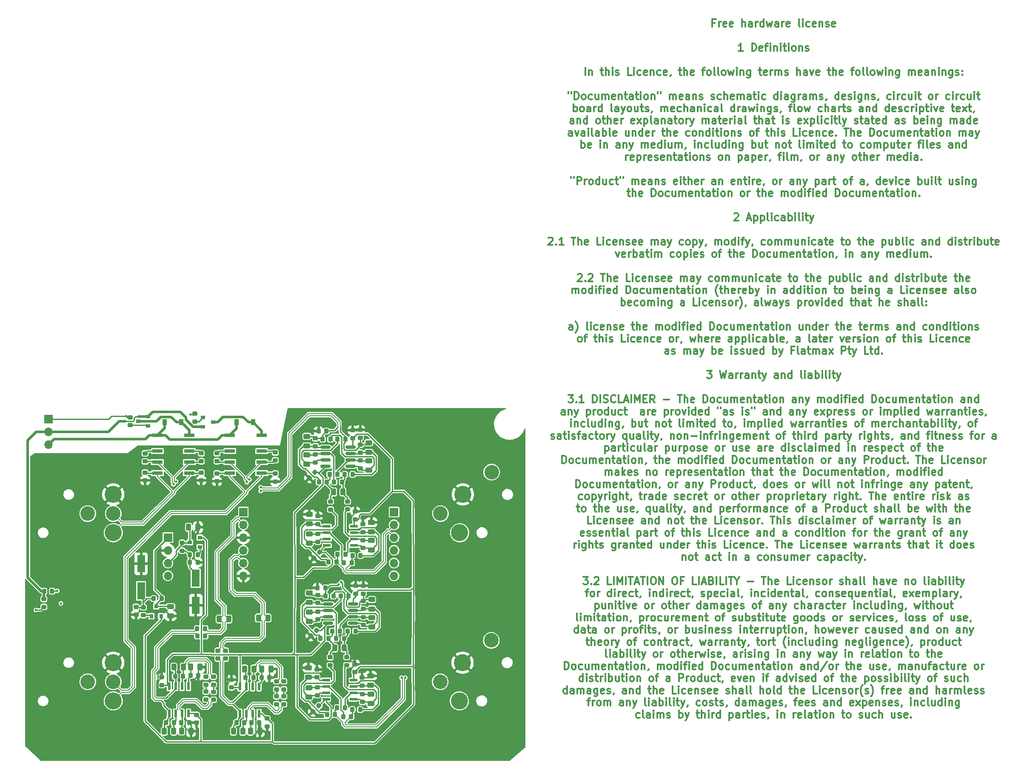
<source format=gbr>
G04 #@! TF.GenerationSoftware,KiCad,Pcbnew,6.0.2+dfsg-1*
G04 #@! TF.CreationDate,2022-08-31T21:38:21+10:00*
G04 #@! TF.ProjectId,AudioInjector.ABS.v1.balanced.preamplifier,41756469-6f49-46e6-9a65-63746f722e41,rev?*
G04 #@! TF.SameCoordinates,Original*
G04 #@! TF.FileFunction,Copper,L1,Top*
G04 #@! TF.FilePolarity,Positive*
%FSLAX45Y45*%
G04 Gerber Fmt 4.5, Leading zero omitted, Abs format (unit mm)*
G04 Created by KiCad (PCBNEW 6.0.2+dfsg-1) date 2022-08-31 21:38:21*
%MOMM*%
%LPD*%
G01*
G04 APERTURE LIST*
G04 Aperture macros list*
%AMRoundRect*
0 Rectangle with rounded corners*
0 $1 Rounding radius*
0 $2 $3 $4 $5 $6 $7 $8 $9 X,Y pos of 4 corners*
0 Add a 4 corners polygon primitive as box body*
4,1,4,$2,$3,$4,$5,$6,$7,$8,$9,$2,$3,0*
0 Add four circle primitives for the rounded corners*
1,1,$1+$1,$2,$3*
1,1,$1+$1,$4,$5*
1,1,$1+$1,$6,$7*
1,1,$1+$1,$8,$9*
0 Add four rect primitives between the rounded corners*
20,1,$1+$1,$2,$3,$4,$5,0*
20,1,$1+$1,$4,$5,$6,$7,0*
20,1,$1+$1,$6,$7,$8,$9,0*
20,1,$1+$1,$8,$9,$2,$3,0*%
G04 Aperture macros list end*
%ADD10C,0.300000*%
G04 #@! TA.AperFunction,NonConductor*
%ADD11C,0.300000*%
G04 #@! TD*
G04 #@! TA.AperFunction,SMDPad,CuDef*
%ADD12R,1.550000X0.600000*%
G04 #@! TD*
G04 #@! TA.AperFunction,SMDPad,CuDef*
%ADD13RoundRect,0.218750X-0.256250X0.218750X-0.256250X-0.218750X0.256250X-0.218750X0.256250X0.218750X0*%
G04 #@! TD*
G04 #@! TA.AperFunction,SMDPad,CuDef*
%ADD14RoundRect,0.218750X-0.026517X0.335876X-0.335876X0.026517X0.026517X-0.335876X0.335876X-0.026517X0*%
G04 #@! TD*
G04 #@! TA.AperFunction,SMDPad,CuDef*
%ADD15RoundRect,0.218750X-0.218750X-0.256250X0.218750X-0.256250X0.218750X0.256250X-0.218750X0.256250X0*%
G04 #@! TD*
G04 #@! TA.AperFunction,SMDPad,CuDef*
%ADD16RoundRect,0.218750X0.218750X0.256250X-0.218750X0.256250X-0.218750X-0.256250X0.218750X-0.256250X0*%
G04 #@! TD*
G04 #@! TA.AperFunction,SMDPad,CuDef*
%ADD17RoundRect,0.218750X0.256250X-0.218750X0.256250X0.218750X-0.256250X0.218750X-0.256250X-0.218750X0*%
G04 #@! TD*
G04 #@! TA.AperFunction,SMDPad,CuDef*
%ADD18R,2.150000X0.800000*%
G04 #@! TD*
G04 #@! TA.AperFunction,ComponentPad*
%ADD19C,3.400000*%
G04 #@! TD*
G04 #@! TA.AperFunction,ComponentPad*
%ADD20C,2.900000*%
G04 #@! TD*
G04 #@! TA.AperFunction,SMDPad,CuDef*
%ADD21R,0.900000X0.800000*%
G04 #@! TD*
G04 #@! TA.AperFunction,SMDPad,CuDef*
%ADD22R,0.900000X1.200000*%
G04 #@! TD*
G04 #@! TA.AperFunction,SMDPad,CuDef*
%ADD23RoundRect,0.243750X-0.456250X0.243750X-0.456250X-0.243750X0.456250X-0.243750X0.456250X0.243750X0*%
G04 #@! TD*
G04 #@! TA.AperFunction,SMDPad,CuDef*
%ADD24R,1.600000X3.500000*%
G04 #@! TD*
G04 #@! TA.AperFunction,SMDPad,CuDef*
%ADD25R,0.600000X1.550000*%
G04 #@! TD*
G04 #@! TA.AperFunction,SMDPad,CuDef*
%ADD26R,0.800000X0.900000*%
G04 #@! TD*
G04 #@! TA.AperFunction,SMDPad,CuDef*
%ADD27RoundRect,0.243750X-0.243750X-0.456250X0.243750X-0.456250X0.243750X0.456250X-0.243750X0.456250X0*%
G04 #@! TD*
G04 #@! TA.AperFunction,SMDPad,CuDef*
%ADD28RoundRect,0.243750X0.456250X-0.243750X0.456250X0.243750X-0.456250X0.243750X-0.456250X-0.243750X0*%
G04 #@! TD*
G04 #@! TA.AperFunction,SMDPad,CuDef*
%ADD29RoundRect,0.243750X0.243750X0.456250X-0.243750X0.456250X-0.243750X-0.456250X0.243750X-0.456250X0*%
G04 #@! TD*
G04 #@! TA.AperFunction,SMDPad,CuDef*
%ADD30RoundRect,0.150000X0.825000X0.150000X-0.825000X0.150000X-0.825000X-0.150000X0.825000X-0.150000X0*%
G04 #@! TD*
G04 #@! TA.AperFunction,ComponentPad*
%ADD31R,1.700000X1.700000*%
G04 #@! TD*
G04 #@! TA.AperFunction,ComponentPad*
%ADD32O,1.700000X1.700000*%
G04 #@! TD*
G04 #@! TA.AperFunction,ViaPad*
%ADD33C,0.500000*%
G04 #@! TD*
G04 #@! TA.AperFunction,Conductor*
%ADD34C,0.250000*%
G04 #@! TD*
G04 #@! TA.AperFunction,Conductor*
%ADD35C,0.200000*%
G04 #@! TD*
G04 #@! TA.AperFunction,Conductor*
%ADD36C,0.500000*%
G04 #@! TD*
G04 APERTURE END LIST*
D10*
D11*
X22958571Y-2504536D02*
X22908571Y-2504536D01*
X22908571Y-2583107D02*
X22908571Y-2433107D01*
X22980000Y-2433107D01*
X23037143Y-2583107D02*
X23037143Y-2483107D01*
X23037143Y-2511679D02*
X23044286Y-2497393D01*
X23051428Y-2490250D01*
X23065714Y-2483107D01*
X23080000Y-2483107D01*
X23187143Y-2575964D02*
X23172857Y-2583107D01*
X23144286Y-2583107D01*
X23130000Y-2575964D01*
X23122857Y-2561679D01*
X23122857Y-2504536D01*
X23130000Y-2490250D01*
X23144286Y-2483107D01*
X23172857Y-2483107D01*
X23187143Y-2490250D01*
X23194286Y-2504536D01*
X23194286Y-2518821D01*
X23122857Y-2533107D01*
X23315714Y-2575964D02*
X23301428Y-2583107D01*
X23272857Y-2583107D01*
X23258571Y-2575964D01*
X23251428Y-2561679D01*
X23251428Y-2504536D01*
X23258571Y-2490250D01*
X23272857Y-2483107D01*
X23301428Y-2483107D01*
X23315714Y-2490250D01*
X23322857Y-2504536D01*
X23322857Y-2518821D01*
X23251428Y-2533107D01*
X23501428Y-2583107D02*
X23501428Y-2433107D01*
X23565714Y-2583107D02*
X23565714Y-2504536D01*
X23558571Y-2490250D01*
X23544286Y-2483107D01*
X23522857Y-2483107D01*
X23508571Y-2490250D01*
X23501428Y-2497393D01*
X23701428Y-2583107D02*
X23701428Y-2504536D01*
X23694286Y-2490250D01*
X23680000Y-2483107D01*
X23651428Y-2483107D01*
X23637143Y-2490250D01*
X23701428Y-2575964D02*
X23687143Y-2583107D01*
X23651428Y-2583107D01*
X23637143Y-2575964D01*
X23630000Y-2561679D01*
X23630000Y-2547393D01*
X23637143Y-2533107D01*
X23651428Y-2525964D01*
X23687143Y-2525964D01*
X23701428Y-2518821D01*
X23772857Y-2583107D02*
X23772857Y-2483107D01*
X23772857Y-2511679D02*
X23780000Y-2497393D01*
X23787143Y-2490250D01*
X23801428Y-2483107D01*
X23815714Y-2483107D01*
X23930000Y-2583107D02*
X23930000Y-2433107D01*
X23930000Y-2575964D02*
X23915714Y-2583107D01*
X23887143Y-2583107D01*
X23872857Y-2575964D01*
X23865714Y-2568821D01*
X23858571Y-2554536D01*
X23858571Y-2511679D01*
X23865714Y-2497393D01*
X23872857Y-2490250D01*
X23887143Y-2483107D01*
X23915714Y-2483107D01*
X23930000Y-2490250D01*
X23987143Y-2483107D02*
X24015714Y-2583107D01*
X24044286Y-2511679D01*
X24072857Y-2583107D01*
X24101428Y-2483107D01*
X24222857Y-2583107D02*
X24222857Y-2504536D01*
X24215714Y-2490250D01*
X24201428Y-2483107D01*
X24172857Y-2483107D01*
X24158571Y-2490250D01*
X24222857Y-2575964D02*
X24208571Y-2583107D01*
X24172857Y-2583107D01*
X24158571Y-2575964D01*
X24151428Y-2561679D01*
X24151428Y-2547393D01*
X24158571Y-2533107D01*
X24172857Y-2525964D01*
X24208571Y-2525964D01*
X24222857Y-2518821D01*
X24294286Y-2583107D02*
X24294286Y-2483107D01*
X24294286Y-2511679D02*
X24301428Y-2497393D01*
X24308571Y-2490250D01*
X24322857Y-2483107D01*
X24337143Y-2483107D01*
X24444286Y-2575964D02*
X24430000Y-2583107D01*
X24401428Y-2583107D01*
X24387143Y-2575964D01*
X24380000Y-2561679D01*
X24380000Y-2504536D01*
X24387143Y-2490250D01*
X24401428Y-2483107D01*
X24430000Y-2483107D01*
X24444286Y-2490250D01*
X24451428Y-2504536D01*
X24451428Y-2518821D01*
X24380000Y-2533107D01*
X24651428Y-2583107D02*
X24637143Y-2575964D01*
X24630000Y-2561679D01*
X24630000Y-2433107D01*
X24708571Y-2583107D02*
X24708571Y-2483107D01*
X24708571Y-2433107D02*
X24701428Y-2440250D01*
X24708571Y-2447393D01*
X24715714Y-2440250D01*
X24708571Y-2433107D01*
X24708571Y-2447393D01*
X24844286Y-2575964D02*
X24830000Y-2583107D01*
X24801428Y-2583107D01*
X24787143Y-2575964D01*
X24780000Y-2568821D01*
X24772857Y-2554536D01*
X24772857Y-2511679D01*
X24780000Y-2497393D01*
X24787143Y-2490250D01*
X24801428Y-2483107D01*
X24830000Y-2483107D01*
X24844286Y-2490250D01*
X24965714Y-2575964D02*
X24951428Y-2583107D01*
X24922857Y-2583107D01*
X24908571Y-2575964D01*
X24901428Y-2561679D01*
X24901428Y-2504536D01*
X24908571Y-2490250D01*
X24922857Y-2483107D01*
X24951428Y-2483107D01*
X24965714Y-2490250D01*
X24972857Y-2504536D01*
X24972857Y-2518821D01*
X24901428Y-2533107D01*
X25037143Y-2483107D02*
X25037143Y-2583107D01*
X25037143Y-2497393D02*
X25044286Y-2490250D01*
X25058571Y-2483107D01*
X25080000Y-2483107D01*
X25094286Y-2490250D01*
X25101428Y-2504536D01*
X25101428Y-2583107D01*
X25165714Y-2575964D02*
X25180000Y-2583107D01*
X25208571Y-2583107D01*
X25222857Y-2575964D01*
X25230000Y-2561679D01*
X25230000Y-2554536D01*
X25222857Y-2540250D01*
X25208571Y-2533107D01*
X25187143Y-2533107D01*
X25172857Y-2525964D01*
X25165714Y-2511679D01*
X25165714Y-2504536D01*
X25172857Y-2490250D01*
X25187143Y-2483107D01*
X25208571Y-2483107D01*
X25222857Y-2490250D01*
X25351428Y-2575964D02*
X25337143Y-2583107D01*
X25308571Y-2583107D01*
X25294286Y-2575964D01*
X25287143Y-2561679D01*
X25287143Y-2504536D01*
X25294286Y-2490250D01*
X25308571Y-2483107D01*
X25337143Y-2483107D01*
X25351428Y-2490250D01*
X25358571Y-2504536D01*
X25358571Y-2518821D01*
X25287143Y-2533107D01*
X23519286Y-3066107D02*
X23433571Y-3066107D01*
X23476428Y-3066107D02*
X23476428Y-2916107D01*
X23462143Y-2937536D01*
X23447857Y-2951821D01*
X23433571Y-2958964D01*
X23697857Y-3066107D02*
X23697857Y-2916107D01*
X23733571Y-2916107D01*
X23755000Y-2923250D01*
X23769286Y-2937536D01*
X23776428Y-2951821D01*
X23783571Y-2980393D01*
X23783571Y-3001821D01*
X23776428Y-3030393D01*
X23769286Y-3044678D01*
X23755000Y-3058964D01*
X23733571Y-3066107D01*
X23697857Y-3066107D01*
X23905000Y-3058964D02*
X23890714Y-3066107D01*
X23862143Y-3066107D01*
X23847857Y-3058964D01*
X23840714Y-3044678D01*
X23840714Y-2987536D01*
X23847857Y-2973250D01*
X23862143Y-2966107D01*
X23890714Y-2966107D01*
X23905000Y-2973250D01*
X23912143Y-2987536D01*
X23912143Y-3001821D01*
X23840714Y-3016107D01*
X23955000Y-2966107D02*
X24012143Y-2966107D01*
X23976428Y-3066107D02*
X23976428Y-2937536D01*
X23983571Y-2923250D01*
X23997857Y-2916107D01*
X24012143Y-2916107D01*
X24062143Y-3066107D02*
X24062143Y-2966107D01*
X24062143Y-2916107D02*
X24055000Y-2923250D01*
X24062143Y-2930393D01*
X24069286Y-2923250D01*
X24062143Y-2916107D01*
X24062143Y-2930393D01*
X24133571Y-2966107D02*
X24133571Y-3066107D01*
X24133571Y-2980393D02*
X24140714Y-2973250D01*
X24155000Y-2966107D01*
X24176428Y-2966107D01*
X24190714Y-2973250D01*
X24197857Y-2987536D01*
X24197857Y-3066107D01*
X24269286Y-3066107D02*
X24269286Y-2966107D01*
X24269286Y-2916107D02*
X24262143Y-2923250D01*
X24269286Y-2930393D01*
X24276428Y-2923250D01*
X24269286Y-2916107D01*
X24269286Y-2930393D01*
X24319286Y-2966107D02*
X24376428Y-2966107D01*
X24340714Y-2916107D02*
X24340714Y-3044678D01*
X24347857Y-3058964D01*
X24362143Y-3066107D01*
X24376428Y-3066107D01*
X24426428Y-3066107D02*
X24426428Y-2966107D01*
X24426428Y-2916107D02*
X24419286Y-2923250D01*
X24426428Y-2930393D01*
X24433571Y-2923250D01*
X24426428Y-2916107D01*
X24426428Y-2930393D01*
X24519286Y-3066107D02*
X24505000Y-3058964D01*
X24497857Y-3051821D01*
X24490714Y-3037536D01*
X24490714Y-2994678D01*
X24497857Y-2980393D01*
X24505000Y-2973250D01*
X24519286Y-2966107D01*
X24540714Y-2966107D01*
X24555000Y-2973250D01*
X24562143Y-2980393D01*
X24569286Y-2994678D01*
X24569286Y-3037536D01*
X24562143Y-3051821D01*
X24555000Y-3058964D01*
X24540714Y-3066107D01*
X24519286Y-3066107D01*
X24633571Y-2966107D02*
X24633571Y-3066107D01*
X24633571Y-2980393D02*
X24640714Y-2973250D01*
X24655000Y-2966107D01*
X24676428Y-2966107D01*
X24690714Y-2973250D01*
X24697857Y-2987536D01*
X24697857Y-3066107D01*
X24762143Y-3058964D02*
X24776428Y-3066107D01*
X24805000Y-3066107D01*
X24819286Y-3058964D01*
X24826428Y-3044678D01*
X24826428Y-3037536D01*
X24819286Y-3023250D01*
X24805000Y-3016107D01*
X24783571Y-3016107D01*
X24769286Y-3008964D01*
X24762143Y-2994678D01*
X24762143Y-2987536D01*
X24769286Y-2973250D01*
X24783571Y-2966107D01*
X24805000Y-2966107D01*
X24819286Y-2973250D01*
X20380000Y-3549107D02*
X20380000Y-3399107D01*
X20451429Y-3449107D02*
X20451429Y-3549107D01*
X20451429Y-3463393D02*
X20458571Y-3456250D01*
X20472857Y-3449107D01*
X20494286Y-3449107D01*
X20508571Y-3456250D01*
X20515714Y-3470536D01*
X20515714Y-3549107D01*
X20680000Y-3449107D02*
X20737143Y-3449107D01*
X20701429Y-3399107D02*
X20701429Y-3527678D01*
X20708571Y-3541964D01*
X20722857Y-3549107D01*
X20737143Y-3549107D01*
X20787143Y-3549107D02*
X20787143Y-3399107D01*
X20851429Y-3549107D02*
X20851429Y-3470536D01*
X20844286Y-3456250D01*
X20830000Y-3449107D01*
X20808571Y-3449107D01*
X20794286Y-3456250D01*
X20787143Y-3463393D01*
X20922857Y-3549107D02*
X20922857Y-3449107D01*
X20922857Y-3399107D02*
X20915714Y-3406250D01*
X20922857Y-3413393D01*
X20930000Y-3406250D01*
X20922857Y-3399107D01*
X20922857Y-3413393D01*
X20987143Y-3541964D02*
X21001429Y-3549107D01*
X21030000Y-3549107D01*
X21044286Y-3541964D01*
X21051429Y-3527678D01*
X21051429Y-3520536D01*
X21044286Y-3506250D01*
X21030000Y-3499107D01*
X21008571Y-3499107D01*
X20994286Y-3491964D01*
X20987143Y-3477678D01*
X20987143Y-3470536D01*
X20994286Y-3456250D01*
X21008571Y-3449107D01*
X21030000Y-3449107D01*
X21044286Y-3456250D01*
X21301429Y-3549107D02*
X21230000Y-3549107D01*
X21230000Y-3399107D01*
X21351429Y-3549107D02*
X21351429Y-3449107D01*
X21351429Y-3399107D02*
X21344286Y-3406250D01*
X21351429Y-3413393D01*
X21358571Y-3406250D01*
X21351429Y-3399107D01*
X21351429Y-3413393D01*
X21487143Y-3541964D02*
X21472857Y-3549107D01*
X21444286Y-3549107D01*
X21430000Y-3541964D01*
X21422857Y-3534821D01*
X21415714Y-3520536D01*
X21415714Y-3477678D01*
X21422857Y-3463393D01*
X21430000Y-3456250D01*
X21444286Y-3449107D01*
X21472857Y-3449107D01*
X21487143Y-3456250D01*
X21608571Y-3541964D02*
X21594286Y-3549107D01*
X21565714Y-3549107D01*
X21551429Y-3541964D01*
X21544286Y-3527678D01*
X21544286Y-3470536D01*
X21551429Y-3456250D01*
X21565714Y-3449107D01*
X21594286Y-3449107D01*
X21608571Y-3456250D01*
X21615714Y-3470536D01*
X21615714Y-3484821D01*
X21544286Y-3499107D01*
X21680000Y-3449107D02*
X21680000Y-3549107D01*
X21680000Y-3463393D02*
X21687143Y-3456250D01*
X21701429Y-3449107D01*
X21722857Y-3449107D01*
X21737143Y-3456250D01*
X21744286Y-3470536D01*
X21744286Y-3549107D01*
X21880000Y-3541964D02*
X21865714Y-3549107D01*
X21837143Y-3549107D01*
X21822857Y-3541964D01*
X21815714Y-3534821D01*
X21808571Y-3520536D01*
X21808571Y-3477678D01*
X21815714Y-3463393D01*
X21822857Y-3456250D01*
X21837143Y-3449107D01*
X21865714Y-3449107D01*
X21880000Y-3456250D01*
X22001429Y-3541964D02*
X21987143Y-3549107D01*
X21958571Y-3549107D01*
X21944286Y-3541964D01*
X21937143Y-3527678D01*
X21937143Y-3470536D01*
X21944286Y-3456250D01*
X21958571Y-3449107D01*
X21987143Y-3449107D01*
X22001429Y-3456250D01*
X22008571Y-3470536D01*
X22008571Y-3484821D01*
X21937143Y-3499107D01*
X22080000Y-3541964D02*
X22080000Y-3549107D01*
X22072857Y-3563393D01*
X22065714Y-3570536D01*
X22237143Y-3449107D02*
X22294286Y-3449107D01*
X22258571Y-3399107D02*
X22258571Y-3527678D01*
X22265714Y-3541964D01*
X22280000Y-3549107D01*
X22294286Y-3549107D01*
X22344286Y-3549107D02*
X22344286Y-3399107D01*
X22408571Y-3549107D02*
X22408571Y-3470536D01*
X22401428Y-3456250D01*
X22387143Y-3449107D01*
X22365714Y-3449107D01*
X22351429Y-3456250D01*
X22344286Y-3463393D01*
X22537143Y-3541964D02*
X22522857Y-3549107D01*
X22494286Y-3549107D01*
X22480000Y-3541964D01*
X22472857Y-3527678D01*
X22472857Y-3470536D01*
X22480000Y-3456250D01*
X22494286Y-3449107D01*
X22522857Y-3449107D01*
X22537143Y-3456250D01*
X22544286Y-3470536D01*
X22544286Y-3484821D01*
X22472857Y-3499107D01*
X22701428Y-3449107D02*
X22758571Y-3449107D01*
X22722857Y-3549107D02*
X22722857Y-3420536D01*
X22730000Y-3406250D01*
X22744286Y-3399107D01*
X22758571Y-3399107D01*
X22830000Y-3549107D02*
X22815714Y-3541964D01*
X22808571Y-3534821D01*
X22801428Y-3520536D01*
X22801428Y-3477678D01*
X22808571Y-3463393D01*
X22815714Y-3456250D01*
X22830000Y-3449107D01*
X22851428Y-3449107D01*
X22865714Y-3456250D01*
X22872857Y-3463393D01*
X22880000Y-3477678D01*
X22880000Y-3520536D01*
X22872857Y-3534821D01*
X22865714Y-3541964D01*
X22851428Y-3549107D01*
X22830000Y-3549107D01*
X22965714Y-3549107D02*
X22951428Y-3541964D01*
X22944286Y-3527678D01*
X22944286Y-3399107D01*
X23044286Y-3549107D02*
X23030000Y-3541964D01*
X23022857Y-3527678D01*
X23022857Y-3399107D01*
X23122857Y-3549107D02*
X23108571Y-3541964D01*
X23101428Y-3534821D01*
X23094286Y-3520536D01*
X23094286Y-3477678D01*
X23101428Y-3463393D01*
X23108571Y-3456250D01*
X23122857Y-3449107D01*
X23144286Y-3449107D01*
X23158571Y-3456250D01*
X23165714Y-3463393D01*
X23172857Y-3477678D01*
X23172857Y-3520536D01*
X23165714Y-3534821D01*
X23158571Y-3541964D01*
X23144286Y-3549107D01*
X23122857Y-3549107D01*
X23222857Y-3449107D02*
X23251428Y-3549107D01*
X23280000Y-3477678D01*
X23308571Y-3549107D01*
X23337143Y-3449107D01*
X23394286Y-3549107D02*
X23394286Y-3449107D01*
X23394286Y-3399107D02*
X23387143Y-3406250D01*
X23394286Y-3413393D01*
X23401428Y-3406250D01*
X23394286Y-3399107D01*
X23394286Y-3413393D01*
X23465714Y-3449107D02*
X23465714Y-3549107D01*
X23465714Y-3463393D02*
X23472857Y-3456250D01*
X23487143Y-3449107D01*
X23508571Y-3449107D01*
X23522857Y-3456250D01*
X23530000Y-3470536D01*
X23530000Y-3549107D01*
X23665714Y-3449107D02*
X23665714Y-3570536D01*
X23658571Y-3584821D01*
X23651428Y-3591964D01*
X23637143Y-3599107D01*
X23615714Y-3599107D01*
X23601428Y-3591964D01*
X23665714Y-3541964D02*
X23651428Y-3549107D01*
X23622857Y-3549107D01*
X23608571Y-3541964D01*
X23601428Y-3534821D01*
X23594286Y-3520536D01*
X23594286Y-3477678D01*
X23601428Y-3463393D01*
X23608571Y-3456250D01*
X23622857Y-3449107D01*
X23651428Y-3449107D01*
X23665714Y-3456250D01*
X23830000Y-3449107D02*
X23887143Y-3449107D01*
X23851428Y-3399107D02*
X23851428Y-3527678D01*
X23858571Y-3541964D01*
X23872857Y-3549107D01*
X23887143Y-3549107D01*
X23994286Y-3541964D02*
X23980000Y-3549107D01*
X23951428Y-3549107D01*
X23937143Y-3541964D01*
X23930000Y-3527678D01*
X23930000Y-3470536D01*
X23937143Y-3456250D01*
X23951428Y-3449107D01*
X23980000Y-3449107D01*
X23994286Y-3456250D01*
X24001428Y-3470536D01*
X24001428Y-3484821D01*
X23930000Y-3499107D01*
X24065714Y-3549107D02*
X24065714Y-3449107D01*
X24065714Y-3477678D02*
X24072857Y-3463393D01*
X24080000Y-3456250D01*
X24094286Y-3449107D01*
X24108571Y-3449107D01*
X24158571Y-3549107D02*
X24158571Y-3449107D01*
X24158571Y-3463393D02*
X24165714Y-3456250D01*
X24180000Y-3449107D01*
X24201428Y-3449107D01*
X24215714Y-3456250D01*
X24222857Y-3470536D01*
X24222857Y-3549107D01*
X24222857Y-3470536D02*
X24230000Y-3456250D01*
X24244286Y-3449107D01*
X24265714Y-3449107D01*
X24280000Y-3456250D01*
X24287143Y-3470536D01*
X24287143Y-3549107D01*
X24351428Y-3541964D02*
X24365714Y-3549107D01*
X24394286Y-3549107D01*
X24408571Y-3541964D01*
X24415714Y-3527678D01*
X24415714Y-3520536D01*
X24408571Y-3506250D01*
X24394286Y-3499107D01*
X24372857Y-3499107D01*
X24358571Y-3491964D01*
X24351428Y-3477678D01*
X24351428Y-3470536D01*
X24358571Y-3456250D01*
X24372857Y-3449107D01*
X24394286Y-3449107D01*
X24408571Y-3456250D01*
X24594286Y-3549107D02*
X24594286Y-3399107D01*
X24658571Y-3549107D02*
X24658571Y-3470536D01*
X24651428Y-3456250D01*
X24637143Y-3449107D01*
X24615714Y-3449107D01*
X24601428Y-3456250D01*
X24594286Y-3463393D01*
X24794286Y-3549107D02*
X24794286Y-3470536D01*
X24787143Y-3456250D01*
X24772857Y-3449107D01*
X24744286Y-3449107D01*
X24730000Y-3456250D01*
X24794286Y-3541964D02*
X24780000Y-3549107D01*
X24744286Y-3549107D01*
X24730000Y-3541964D01*
X24722857Y-3527678D01*
X24722857Y-3513393D01*
X24730000Y-3499107D01*
X24744286Y-3491964D01*
X24780000Y-3491964D01*
X24794286Y-3484821D01*
X24851428Y-3449107D02*
X24887143Y-3549107D01*
X24922857Y-3449107D01*
X25037143Y-3541964D02*
X25022857Y-3549107D01*
X24994286Y-3549107D01*
X24980000Y-3541964D01*
X24972857Y-3527678D01*
X24972857Y-3470536D01*
X24980000Y-3456250D01*
X24994286Y-3449107D01*
X25022857Y-3449107D01*
X25037143Y-3456250D01*
X25044286Y-3470536D01*
X25044286Y-3484821D01*
X24972857Y-3499107D01*
X25201428Y-3449107D02*
X25258571Y-3449107D01*
X25222857Y-3399107D02*
X25222857Y-3527678D01*
X25230000Y-3541964D01*
X25244286Y-3549107D01*
X25258571Y-3549107D01*
X25308571Y-3549107D02*
X25308571Y-3399107D01*
X25372857Y-3549107D02*
X25372857Y-3470536D01*
X25365714Y-3456250D01*
X25351428Y-3449107D01*
X25330000Y-3449107D01*
X25315714Y-3456250D01*
X25308571Y-3463393D01*
X25501428Y-3541964D02*
X25487143Y-3549107D01*
X25458571Y-3549107D01*
X25444286Y-3541964D01*
X25437143Y-3527678D01*
X25437143Y-3470536D01*
X25444286Y-3456250D01*
X25458571Y-3449107D01*
X25487143Y-3449107D01*
X25501428Y-3456250D01*
X25508571Y-3470536D01*
X25508571Y-3484821D01*
X25437143Y-3499107D01*
X25665714Y-3449107D02*
X25722857Y-3449107D01*
X25687143Y-3549107D02*
X25687143Y-3420536D01*
X25694286Y-3406250D01*
X25708571Y-3399107D01*
X25722857Y-3399107D01*
X25794286Y-3549107D02*
X25780000Y-3541964D01*
X25772857Y-3534821D01*
X25765714Y-3520536D01*
X25765714Y-3477678D01*
X25772857Y-3463393D01*
X25780000Y-3456250D01*
X25794286Y-3449107D01*
X25815714Y-3449107D01*
X25830000Y-3456250D01*
X25837143Y-3463393D01*
X25844286Y-3477678D01*
X25844286Y-3520536D01*
X25837143Y-3534821D01*
X25830000Y-3541964D01*
X25815714Y-3549107D01*
X25794286Y-3549107D01*
X25930000Y-3549107D02*
X25915714Y-3541964D01*
X25908571Y-3527678D01*
X25908571Y-3399107D01*
X26008571Y-3549107D02*
X25994286Y-3541964D01*
X25987143Y-3527678D01*
X25987143Y-3399107D01*
X26087143Y-3549107D02*
X26072857Y-3541964D01*
X26065714Y-3534821D01*
X26058571Y-3520536D01*
X26058571Y-3477678D01*
X26065714Y-3463393D01*
X26072857Y-3456250D01*
X26087143Y-3449107D01*
X26108571Y-3449107D01*
X26122857Y-3456250D01*
X26130000Y-3463393D01*
X26137143Y-3477678D01*
X26137143Y-3520536D01*
X26130000Y-3534821D01*
X26122857Y-3541964D01*
X26108571Y-3549107D01*
X26087143Y-3549107D01*
X26187143Y-3449107D02*
X26215714Y-3549107D01*
X26244286Y-3477678D01*
X26272857Y-3549107D01*
X26301428Y-3449107D01*
X26358571Y-3549107D02*
X26358571Y-3449107D01*
X26358571Y-3399107D02*
X26351428Y-3406250D01*
X26358571Y-3413393D01*
X26365714Y-3406250D01*
X26358571Y-3399107D01*
X26358571Y-3413393D01*
X26430000Y-3449107D02*
X26430000Y-3549107D01*
X26430000Y-3463393D02*
X26437143Y-3456250D01*
X26451428Y-3449107D01*
X26472857Y-3449107D01*
X26487143Y-3456250D01*
X26494286Y-3470536D01*
X26494286Y-3549107D01*
X26630000Y-3449107D02*
X26630000Y-3570536D01*
X26622857Y-3584821D01*
X26615714Y-3591964D01*
X26601428Y-3599107D01*
X26580000Y-3599107D01*
X26565714Y-3591964D01*
X26630000Y-3541964D02*
X26615714Y-3549107D01*
X26587143Y-3549107D01*
X26572857Y-3541964D01*
X26565714Y-3534821D01*
X26558571Y-3520536D01*
X26558571Y-3477678D01*
X26565714Y-3463393D01*
X26572857Y-3456250D01*
X26587143Y-3449107D01*
X26615714Y-3449107D01*
X26630000Y-3456250D01*
X26815714Y-3549107D02*
X26815714Y-3449107D01*
X26815714Y-3463393D02*
X26822857Y-3456250D01*
X26837143Y-3449107D01*
X26858571Y-3449107D01*
X26872857Y-3456250D01*
X26880000Y-3470536D01*
X26880000Y-3549107D01*
X26880000Y-3470536D02*
X26887143Y-3456250D01*
X26901428Y-3449107D01*
X26922857Y-3449107D01*
X26937143Y-3456250D01*
X26944286Y-3470536D01*
X26944286Y-3549107D01*
X27072857Y-3541964D02*
X27058571Y-3549107D01*
X27030000Y-3549107D01*
X27015714Y-3541964D01*
X27008571Y-3527678D01*
X27008571Y-3470536D01*
X27015714Y-3456250D01*
X27030000Y-3449107D01*
X27058571Y-3449107D01*
X27072857Y-3456250D01*
X27080000Y-3470536D01*
X27080000Y-3484821D01*
X27008571Y-3499107D01*
X27208571Y-3549107D02*
X27208571Y-3470536D01*
X27201428Y-3456250D01*
X27187143Y-3449107D01*
X27158571Y-3449107D01*
X27144286Y-3456250D01*
X27208571Y-3541964D02*
X27194286Y-3549107D01*
X27158571Y-3549107D01*
X27144286Y-3541964D01*
X27137143Y-3527678D01*
X27137143Y-3513393D01*
X27144286Y-3499107D01*
X27158571Y-3491964D01*
X27194286Y-3491964D01*
X27208571Y-3484821D01*
X27280000Y-3449107D02*
X27280000Y-3549107D01*
X27280000Y-3463393D02*
X27287143Y-3456250D01*
X27301428Y-3449107D01*
X27322857Y-3449107D01*
X27337143Y-3456250D01*
X27344286Y-3470536D01*
X27344286Y-3549107D01*
X27415714Y-3549107D02*
X27415714Y-3449107D01*
X27415714Y-3399107D02*
X27408571Y-3406250D01*
X27415714Y-3413393D01*
X27422857Y-3406250D01*
X27415714Y-3399107D01*
X27415714Y-3413393D01*
X27487143Y-3449107D02*
X27487143Y-3549107D01*
X27487143Y-3463393D02*
X27494286Y-3456250D01*
X27508571Y-3449107D01*
X27530000Y-3449107D01*
X27544286Y-3456250D01*
X27551428Y-3470536D01*
X27551428Y-3549107D01*
X27687143Y-3449107D02*
X27687143Y-3570536D01*
X27680000Y-3584821D01*
X27672857Y-3591964D01*
X27658571Y-3599107D01*
X27637143Y-3599107D01*
X27622857Y-3591964D01*
X27687143Y-3541964D02*
X27672857Y-3549107D01*
X27644286Y-3549107D01*
X27630000Y-3541964D01*
X27622857Y-3534821D01*
X27615714Y-3520536D01*
X27615714Y-3477678D01*
X27622857Y-3463393D01*
X27630000Y-3456250D01*
X27644286Y-3449107D01*
X27672857Y-3449107D01*
X27687143Y-3456250D01*
X27751428Y-3541964D02*
X27765714Y-3549107D01*
X27794286Y-3549107D01*
X27808571Y-3541964D01*
X27815714Y-3527678D01*
X27815714Y-3520536D01*
X27808571Y-3506250D01*
X27794286Y-3499107D01*
X27772857Y-3499107D01*
X27758571Y-3491964D01*
X27751428Y-3477678D01*
X27751428Y-3470536D01*
X27758571Y-3456250D01*
X27772857Y-3449107D01*
X27794286Y-3449107D01*
X27808571Y-3456250D01*
X27880000Y-3534821D02*
X27887143Y-3541964D01*
X27880000Y-3549107D01*
X27872857Y-3541964D01*
X27880000Y-3534821D01*
X27880000Y-3549107D01*
X27880000Y-3456250D02*
X27887143Y-3463393D01*
X27880000Y-3470536D01*
X27872857Y-3463393D01*
X27880000Y-3456250D01*
X27880000Y-3470536D01*
X20044286Y-3882107D02*
X20044286Y-3910678D01*
X20101429Y-3882107D02*
X20101429Y-3910678D01*
X20165714Y-4032107D02*
X20165714Y-3882107D01*
X20201429Y-3882107D01*
X20222857Y-3889250D01*
X20237143Y-3903536D01*
X20244286Y-3917821D01*
X20251429Y-3946393D01*
X20251429Y-3967821D01*
X20244286Y-3996393D01*
X20237143Y-4010678D01*
X20222857Y-4024964D01*
X20201429Y-4032107D01*
X20165714Y-4032107D01*
X20337143Y-4032107D02*
X20322857Y-4024964D01*
X20315714Y-4017821D01*
X20308571Y-4003536D01*
X20308571Y-3960678D01*
X20315714Y-3946393D01*
X20322857Y-3939250D01*
X20337143Y-3932107D01*
X20358571Y-3932107D01*
X20372857Y-3939250D01*
X20380000Y-3946393D01*
X20387143Y-3960678D01*
X20387143Y-4003536D01*
X20380000Y-4017821D01*
X20372857Y-4024964D01*
X20358571Y-4032107D01*
X20337143Y-4032107D01*
X20515714Y-4024964D02*
X20501429Y-4032107D01*
X20472857Y-4032107D01*
X20458571Y-4024964D01*
X20451429Y-4017821D01*
X20444286Y-4003536D01*
X20444286Y-3960678D01*
X20451429Y-3946393D01*
X20458571Y-3939250D01*
X20472857Y-3932107D01*
X20501429Y-3932107D01*
X20515714Y-3939250D01*
X20644286Y-3932107D02*
X20644286Y-4032107D01*
X20580000Y-3932107D02*
X20580000Y-4010678D01*
X20587143Y-4024964D01*
X20601429Y-4032107D01*
X20622857Y-4032107D01*
X20637143Y-4024964D01*
X20644286Y-4017821D01*
X20715714Y-4032107D02*
X20715714Y-3932107D01*
X20715714Y-3946393D02*
X20722857Y-3939250D01*
X20737143Y-3932107D01*
X20758571Y-3932107D01*
X20772857Y-3939250D01*
X20780000Y-3953536D01*
X20780000Y-4032107D01*
X20780000Y-3953536D02*
X20787143Y-3939250D01*
X20801429Y-3932107D01*
X20822857Y-3932107D01*
X20837143Y-3939250D01*
X20844286Y-3953536D01*
X20844286Y-4032107D01*
X20972857Y-4024964D02*
X20958571Y-4032107D01*
X20930000Y-4032107D01*
X20915714Y-4024964D01*
X20908571Y-4010678D01*
X20908571Y-3953536D01*
X20915714Y-3939250D01*
X20930000Y-3932107D01*
X20958571Y-3932107D01*
X20972857Y-3939250D01*
X20980000Y-3953536D01*
X20980000Y-3967821D01*
X20908571Y-3982107D01*
X21044286Y-3932107D02*
X21044286Y-4032107D01*
X21044286Y-3946393D02*
X21051429Y-3939250D01*
X21065714Y-3932107D01*
X21087143Y-3932107D01*
X21101429Y-3939250D01*
X21108571Y-3953536D01*
X21108571Y-4032107D01*
X21158571Y-3932107D02*
X21215714Y-3932107D01*
X21180000Y-3882107D02*
X21180000Y-4010678D01*
X21187143Y-4024964D01*
X21201429Y-4032107D01*
X21215714Y-4032107D01*
X21330000Y-4032107D02*
X21330000Y-3953536D01*
X21322857Y-3939250D01*
X21308571Y-3932107D01*
X21280000Y-3932107D01*
X21265714Y-3939250D01*
X21330000Y-4024964D02*
X21315714Y-4032107D01*
X21280000Y-4032107D01*
X21265714Y-4024964D01*
X21258571Y-4010678D01*
X21258571Y-3996393D01*
X21265714Y-3982107D01*
X21280000Y-3974964D01*
X21315714Y-3974964D01*
X21330000Y-3967821D01*
X21380000Y-3932107D02*
X21437143Y-3932107D01*
X21401429Y-3882107D02*
X21401429Y-4010678D01*
X21408571Y-4024964D01*
X21422857Y-4032107D01*
X21437143Y-4032107D01*
X21487143Y-4032107D02*
X21487143Y-3932107D01*
X21487143Y-3882107D02*
X21480000Y-3889250D01*
X21487143Y-3896393D01*
X21494286Y-3889250D01*
X21487143Y-3882107D01*
X21487143Y-3896393D01*
X21580000Y-4032107D02*
X21565714Y-4024964D01*
X21558571Y-4017821D01*
X21551429Y-4003536D01*
X21551429Y-3960678D01*
X21558571Y-3946393D01*
X21565714Y-3939250D01*
X21580000Y-3932107D01*
X21601429Y-3932107D01*
X21615714Y-3939250D01*
X21622857Y-3946393D01*
X21630000Y-3960678D01*
X21630000Y-4003536D01*
X21622857Y-4017821D01*
X21615714Y-4024964D01*
X21601429Y-4032107D01*
X21580000Y-4032107D01*
X21694286Y-3932107D02*
X21694286Y-4032107D01*
X21694286Y-3946393D02*
X21701429Y-3939250D01*
X21715714Y-3932107D01*
X21737143Y-3932107D01*
X21751429Y-3939250D01*
X21758571Y-3953536D01*
X21758571Y-4032107D01*
X21822857Y-3882107D02*
X21822857Y-3910678D01*
X21880000Y-3882107D02*
X21880000Y-3910678D01*
X22058571Y-4032107D02*
X22058571Y-3932107D01*
X22058571Y-3946393D02*
X22065714Y-3939250D01*
X22080000Y-3932107D01*
X22101429Y-3932107D01*
X22115714Y-3939250D01*
X22122857Y-3953536D01*
X22122857Y-4032107D01*
X22122857Y-3953536D02*
X22130000Y-3939250D01*
X22144286Y-3932107D01*
X22165714Y-3932107D01*
X22180000Y-3939250D01*
X22187143Y-3953536D01*
X22187143Y-4032107D01*
X22315714Y-4024964D02*
X22301429Y-4032107D01*
X22272857Y-4032107D01*
X22258571Y-4024964D01*
X22251429Y-4010678D01*
X22251429Y-3953536D01*
X22258571Y-3939250D01*
X22272857Y-3932107D01*
X22301429Y-3932107D01*
X22315714Y-3939250D01*
X22322857Y-3953536D01*
X22322857Y-3967821D01*
X22251429Y-3982107D01*
X22451428Y-4032107D02*
X22451428Y-3953536D01*
X22444286Y-3939250D01*
X22430000Y-3932107D01*
X22401428Y-3932107D01*
X22387143Y-3939250D01*
X22451428Y-4024964D02*
X22437143Y-4032107D01*
X22401428Y-4032107D01*
X22387143Y-4024964D01*
X22380000Y-4010678D01*
X22380000Y-3996393D01*
X22387143Y-3982107D01*
X22401428Y-3974964D01*
X22437143Y-3974964D01*
X22451428Y-3967821D01*
X22522857Y-3932107D02*
X22522857Y-4032107D01*
X22522857Y-3946393D02*
X22530000Y-3939250D01*
X22544286Y-3932107D01*
X22565714Y-3932107D01*
X22580000Y-3939250D01*
X22587143Y-3953536D01*
X22587143Y-4032107D01*
X22651428Y-4024964D02*
X22665714Y-4032107D01*
X22694286Y-4032107D01*
X22708571Y-4024964D01*
X22715714Y-4010678D01*
X22715714Y-4003536D01*
X22708571Y-3989250D01*
X22694286Y-3982107D01*
X22672857Y-3982107D01*
X22658571Y-3974964D01*
X22651428Y-3960678D01*
X22651428Y-3953536D01*
X22658571Y-3939250D01*
X22672857Y-3932107D01*
X22694286Y-3932107D01*
X22708571Y-3939250D01*
X22887143Y-4024964D02*
X22901428Y-4032107D01*
X22930000Y-4032107D01*
X22944286Y-4024964D01*
X22951428Y-4010678D01*
X22951428Y-4003536D01*
X22944286Y-3989250D01*
X22930000Y-3982107D01*
X22908571Y-3982107D01*
X22894286Y-3974964D01*
X22887143Y-3960678D01*
X22887143Y-3953536D01*
X22894286Y-3939250D01*
X22908571Y-3932107D01*
X22930000Y-3932107D01*
X22944286Y-3939250D01*
X23080000Y-4024964D02*
X23065714Y-4032107D01*
X23037143Y-4032107D01*
X23022857Y-4024964D01*
X23015714Y-4017821D01*
X23008571Y-4003536D01*
X23008571Y-3960678D01*
X23015714Y-3946393D01*
X23022857Y-3939250D01*
X23037143Y-3932107D01*
X23065714Y-3932107D01*
X23080000Y-3939250D01*
X23144286Y-4032107D02*
X23144286Y-3882107D01*
X23208571Y-4032107D02*
X23208571Y-3953536D01*
X23201428Y-3939250D01*
X23187143Y-3932107D01*
X23165714Y-3932107D01*
X23151428Y-3939250D01*
X23144286Y-3946393D01*
X23337143Y-4024964D02*
X23322857Y-4032107D01*
X23294286Y-4032107D01*
X23280000Y-4024964D01*
X23272857Y-4010678D01*
X23272857Y-3953536D01*
X23280000Y-3939250D01*
X23294286Y-3932107D01*
X23322857Y-3932107D01*
X23337143Y-3939250D01*
X23344286Y-3953536D01*
X23344286Y-3967821D01*
X23272857Y-3982107D01*
X23408571Y-4032107D02*
X23408571Y-3932107D01*
X23408571Y-3946393D02*
X23415714Y-3939250D01*
X23430000Y-3932107D01*
X23451428Y-3932107D01*
X23465714Y-3939250D01*
X23472857Y-3953536D01*
X23472857Y-4032107D01*
X23472857Y-3953536D02*
X23480000Y-3939250D01*
X23494286Y-3932107D01*
X23515714Y-3932107D01*
X23530000Y-3939250D01*
X23537143Y-3953536D01*
X23537143Y-4032107D01*
X23672857Y-4032107D02*
X23672857Y-3953536D01*
X23665714Y-3939250D01*
X23651428Y-3932107D01*
X23622857Y-3932107D01*
X23608571Y-3939250D01*
X23672857Y-4024964D02*
X23658571Y-4032107D01*
X23622857Y-4032107D01*
X23608571Y-4024964D01*
X23601428Y-4010678D01*
X23601428Y-3996393D01*
X23608571Y-3982107D01*
X23622857Y-3974964D01*
X23658571Y-3974964D01*
X23672857Y-3967821D01*
X23722857Y-3932107D02*
X23780000Y-3932107D01*
X23744286Y-3882107D02*
X23744286Y-4010678D01*
X23751428Y-4024964D01*
X23765714Y-4032107D01*
X23780000Y-4032107D01*
X23830000Y-4032107D02*
X23830000Y-3932107D01*
X23830000Y-3882107D02*
X23822857Y-3889250D01*
X23830000Y-3896393D01*
X23837143Y-3889250D01*
X23830000Y-3882107D01*
X23830000Y-3896393D01*
X23965714Y-4024964D02*
X23951428Y-4032107D01*
X23922857Y-4032107D01*
X23908571Y-4024964D01*
X23901428Y-4017821D01*
X23894286Y-4003536D01*
X23894286Y-3960678D01*
X23901428Y-3946393D01*
X23908571Y-3939250D01*
X23922857Y-3932107D01*
X23951428Y-3932107D01*
X23965714Y-3939250D01*
X24208571Y-4032107D02*
X24208571Y-3882107D01*
X24208571Y-4024964D02*
X24194286Y-4032107D01*
X24165714Y-4032107D01*
X24151428Y-4024964D01*
X24144286Y-4017821D01*
X24137143Y-4003536D01*
X24137143Y-3960678D01*
X24144286Y-3946393D01*
X24151428Y-3939250D01*
X24165714Y-3932107D01*
X24194286Y-3932107D01*
X24208571Y-3939250D01*
X24280000Y-4032107D02*
X24280000Y-3932107D01*
X24280000Y-3882107D02*
X24272857Y-3889250D01*
X24280000Y-3896393D01*
X24287143Y-3889250D01*
X24280000Y-3882107D01*
X24280000Y-3896393D01*
X24415714Y-4032107D02*
X24415714Y-3953536D01*
X24408571Y-3939250D01*
X24394286Y-3932107D01*
X24365714Y-3932107D01*
X24351428Y-3939250D01*
X24415714Y-4024964D02*
X24401428Y-4032107D01*
X24365714Y-4032107D01*
X24351428Y-4024964D01*
X24344286Y-4010678D01*
X24344286Y-3996393D01*
X24351428Y-3982107D01*
X24365714Y-3974964D01*
X24401428Y-3974964D01*
X24415714Y-3967821D01*
X24551428Y-3932107D02*
X24551428Y-4053536D01*
X24544286Y-4067821D01*
X24537143Y-4074964D01*
X24522857Y-4082107D01*
X24501428Y-4082107D01*
X24487143Y-4074964D01*
X24551428Y-4024964D02*
X24537143Y-4032107D01*
X24508571Y-4032107D01*
X24494286Y-4024964D01*
X24487143Y-4017821D01*
X24480000Y-4003536D01*
X24480000Y-3960678D01*
X24487143Y-3946393D01*
X24494286Y-3939250D01*
X24508571Y-3932107D01*
X24537143Y-3932107D01*
X24551428Y-3939250D01*
X24622857Y-4032107D02*
X24622857Y-3932107D01*
X24622857Y-3960678D02*
X24630000Y-3946393D01*
X24637143Y-3939250D01*
X24651428Y-3932107D01*
X24665714Y-3932107D01*
X24780000Y-4032107D02*
X24780000Y-3953536D01*
X24772857Y-3939250D01*
X24758571Y-3932107D01*
X24730000Y-3932107D01*
X24715714Y-3939250D01*
X24780000Y-4024964D02*
X24765714Y-4032107D01*
X24730000Y-4032107D01*
X24715714Y-4024964D01*
X24708571Y-4010678D01*
X24708571Y-3996393D01*
X24715714Y-3982107D01*
X24730000Y-3974964D01*
X24765714Y-3974964D01*
X24780000Y-3967821D01*
X24851428Y-4032107D02*
X24851428Y-3932107D01*
X24851428Y-3946393D02*
X24858571Y-3939250D01*
X24872857Y-3932107D01*
X24894286Y-3932107D01*
X24908571Y-3939250D01*
X24915714Y-3953536D01*
X24915714Y-4032107D01*
X24915714Y-3953536D02*
X24922857Y-3939250D01*
X24937143Y-3932107D01*
X24958571Y-3932107D01*
X24972857Y-3939250D01*
X24980000Y-3953536D01*
X24980000Y-4032107D01*
X25044286Y-4024964D02*
X25058571Y-4032107D01*
X25087143Y-4032107D01*
X25101428Y-4024964D01*
X25108571Y-4010678D01*
X25108571Y-4003536D01*
X25101428Y-3989250D01*
X25087143Y-3982107D01*
X25065714Y-3982107D01*
X25051428Y-3974964D01*
X25044286Y-3960678D01*
X25044286Y-3953536D01*
X25051428Y-3939250D01*
X25065714Y-3932107D01*
X25087143Y-3932107D01*
X25101428Y-3939250D01*
X25180000Y-4024964D02*
X25180000Y-4032107D01*
X25172857Y-4046393D01*
X25165714Y-4053536D01*
X25422857Y-4032107D02*
X25422857Y-3882107D01*
X25422857Y-4024964D02*
X25408571Y-4032107D01*
X25380000Y-4032107D01*
X25365714Y-4024964D01*
X25358571Y-4017821D01*
X25351428Y-4003536D01*
X25351428Y-3960678D01*
X25358571Y-3946393D01*
X25365714Y-3939250D01*
X25380000Y-3932107D01*
X25408571Y-3932107D01*
X25422857Y-3939250D01*
X25551428Y-4024964D02*
X25537143Y-4032107D01*
X25508571Y-4032107D01*
X25494286Y-4024964D01*
X25487143Y-4010678D01*
X25487143Y-3953536D01*
X25494286Y-3939250D01*
X25508571Y-3932107D01*
X25537143Y-3932107D01*
X25551428Y-3939250D01*
X25558571Y-3953536D01*
X25558571Y-3967821D01*
X25487143Y-3982107D01*
X25615714Y-4024964D02*
X25630000Y-4032107D01*
X25658571Y-4032107D01*
X25672857Y-4024964D01*
X25680000Y-4010678D01*
X25680000Y-4003536D01*
X25672857Y-3989250D01*
X25658571Y-3982107D01*
X25637143Y-3982107D01*
X25622857Y-3974964D01*
X25615714Y-3960678D01*
X25615714Y-3953536D01*
X25622857Y-3939250D01*
X25637143Y-3932107D01*
X25658571Y-3932107D01*
X25672857Y-3939250D01*
X25744286Y-4032107D02*
X25744286Y-3932107D01*
X25744286Y-3882107D02*
X25737143Y-3889250D01*
X25744286Y-3896393D01*
X25751428Y-3889250D01*
X25744286Y-3882107D01*
X25744286Y-3896393D01*
X25880000Y-3932107D02*
X25880000Y-4053536D01*
X25872857Y-4067821D01*
X25865714Y-4074964D01*
X25851428Y-4082107D01*
X25830000Y-4082107D01*
X25815714Y-4074964D01*
X25880000Y-4024964D02*
X25865714Y-4032107D01*
X25837143Y-4032107D01*
X25822857Y-4024964D01*
X25815714Y-4017821D01*
X25808571Y-4003536D01*
X25808571Y-3960678D01*
X25815714Y-3946393D01*
X25822857Y-3939250D01*
X25837143Y-3932107D01*
X25865714Y-3932107D01*
X25880000Y-3939250D01*
X25951428Y-3932107D02*
X25951428Y-4032107D01*
X25951428Y-3946393D02*
X25958571Y-3939250D01*
X25972857Y-3932107D01*
X25994286Y-3932107D01*
X26008571Y-3939250D01*
X26015714Y-3953536D01*
X26015714Y-4032107D01*
X26080000Y-4024964D02*
X26094286Y-4032107D01*
X26122857Y-4032107D01*
X26137143Y-4024964D01*
X26144286Y-4010678D01*
X26144286Y-4003536D01*
X26137143Y-3989250D01*
X26122857Y-3982107D01*
X26101428Y-3982107D01*
X26087143Y-3974964D01*
X26080000Y-3960678D01*
X26080000Y-3953536D01*
X26087143Y-3939250D01*
X26101428Y-3932107D01*
X26122857Y-3932107D01*
X26137143Y-3939250D01*
X26215714Y-4024964D02*
X26215714Y-4032107D01*
X26208571Y-4046393D01*
X26201428Y-4053536D01*
X26458571Y-4024964D02*
X26444286Y-4032107D01*
X26415714Y-4032107D01*
X26401428Y-4024964D01*
X26394286Y-4017821D01*
X26387143Y-4003536D01*
X26387143Y-3960678D01*
X26394286Y-3946393D01*
X26401428Y-3939250D01*
X26415714Y-3932107D01*
X26444286Y-3932107D01*
X26458571Y-3939250D01*
X26522857Y-4032107D02*
X26522857Y-3932107D01*
X26522857Y-3882107D02*
X26515714Y-3889250D01*
X26522857Y-3896393D01*
X26530000Y-3889250D01*
X26522857Y-3882107D01*
X26522857Y-3896393D01*
X26594286Y-4032107D02*
X26594286Y-3932107D01*
X26594286Y-3960678D02*
X26601428Y-3946393D01*
X26608571Y-3939250D01*
X26622857Y-3932107D01*
X26637143Y-3932107D01*
X26751428Y-4024964D02*
X26737143Y-4032107D01*
X26708571Y-4032107D01*
X26694286Y-4024964D01*
X26687143Y-4017821D01*
X26680000Y-4003536D01*
X26680000Y-3960678D01*
X26687143Y-3946393D01*
X26694286Y-3939250D01*
X26708571Y-3932107D01*
X26737143Y-3932107D01*
X26751428Y-3939250D01*
X26880000Y-3932107D02*
X26880000Y-4032107D01*
X26815714Y-3932107D02*
X26815714Y-4010678D01*
X26822857Y-4024964D01*
X26837143Y-4032107D01*
X26858571Y-4032107D01*
X26872857Y-4024964D01*
X26880000Y-4017821D01*
X26951428Y-4032107D02*
X26951428Y-3932107D01*
X26951428Y-3882107D02*
X26944286Y-3889250D01*
X26951428Y-3896393D01*
X26958571Y-3889250D01*
X26951428Y-3882107D01*
X26951428Y-3896393D01*
X27001428Y-3932107D02*
X27058571Y-3932107D01*
X27022857Y-3882107D02*
X27022857Y-4010678D01*
X27030000Y-4024964D01*
X27044286Y-4032107D01*
X27058571Y-4032107D01*
X27244286Y-4032107D02*
X27230000Y-4024964D01*
X27222857Y-4017821D01*
X27215714Y-4003536D01*
X27215714Y-3960678D01*
X27222857Y-3946393D01*
X27230000Y-3939250D01*
X27244286Y-3932107D01*
X27265714Y-3932107D01*
X27280000Y-3939250D01*
X27287143Y-3946393D01*
X27294286Y-3960678D01*
X27294286Y-4003536D01*
X27287143Y-4017821D01*
X27280000Y-4024964D01*
X27265714Y-4032107D01*
X27244286Y-4032107D01*
X27358571Y-4032107D02*
X27358571Y-3932107D01*
X27358571Y-3960678D02*
X27365714Y-3946393D01*
X27372857Y-3939250D01*
X27387143Y-3932107D01*
X27401428Y-3932107D01*
X27630000Y-4024964D02*
X27615714Y-4032107D01*
X27587143Y-4032107D01*
X27572857Y-4024964D01*
X27565714Y-4017821D01*
X27558571Y-4003536D01*
X27558571Y-3960678D01*
X27565714Y-3946393D01*
X27572857Y-3939250D01*
X27587143Y-3932107D01*
X27615714Y-3932107D01*
X27630000Y-3939250D01*
X27694286Y-4032107D02*
X27694286Y-3932107D01*
X27694286Y-3882107D02*
X27687143Y-3889250D01*
X27694286Y-3896393D01*
X27701428Y-3889250D01*
X27694286Y-3882107D01*
X27694286Y-3896393D01*
X27765714Y-4032107D02*
X27765714Y-3932107D01*
X27765714Y-3960678D02*
X27772857Y-3946393D01*
X27780000Y-3939250D01*
X27794286Y-3932107D01*
X27808571Y-3932107D01*
X27922857Y-4024964D02*
X27908571Y-4032107D01*
X27880000Y-4032107D01*
X27865714Y-4024964D01*
X27858571Y-4017821D01*
X27851428Y-4003536D01*
X27851428Y-3960678D01*
X27858571Y-3946393D01*
X27865714Y-3939250D01*
X27880000Y-3932107D01*
X27908571Y-3932107D01*
X27922857Y-3939250D01*
X28051428Y-3932107D02*
X28051428Y-4032107D01*
X27987143Y-3932107D02*
X27987143Y-4010678D01*
X27994286Y-4024964D01*
X28008571Y-4032107D01*
X28030000Y-4032107D01*
X28044286Y-4024964D01*
X28051428Y-4017821D01*
X28122857Y-4032107D02*
X28122857Y-3932107D01*
X28122857Y-3882107D02*
X28115714Y-3889250D01*
X28122857Y-3896393D01*
X28130000Y-3889250D01*
X28122857Y-3882107D01*
X28122857Y-3896393D01*
X28172857Y-3932107D02*
X28230000Y-3932107D01*
X28194286Y-3882107D02*
X28194286Y-4010678D01*
X28201428Y-4024964D01*
X28215714Y-4032107D01*
X28230000Y-4032107D01*
X20147857Y-4273607D02*
X20147857Y-4123607D01*
X20147857Y-4180750D02*
X20162143Y-4173607D01*
X20190714Y-4173607D01*
X20205000Y-4180750D01*
X20212143Y-4187893D01*
X20219286Y-4202179D01*
X20219286Y-4245036D01*
X20212143Y-4259321D01*
X20205000Y-4266464D01*
X20190714Y-4273607D01*
X20162143Y-4273607D01*
X20147857Y-4266464D01*
X20305000Y-4273607D02*
X20290714Y-4266464D01*
X20283571Y-4259321D01*
X20276429Y-4245036D01*
X20276429Y-4202179D01*
X20283571Y-4187893D01*
X20290714Y-4180750D01*
X20305000Y-4173607D01*
X20326429Y-4173607D01*
X20340714Y-4180750D01*
X20347857Y-4187893D01*
X20355000Y-4202179D01*
X20355000Y-4245036D01*
X20347857Y-4259321D01*
X20340714Y-4266464D01*
X20326429Y-4273607D01*
X20305000Y-4273607D01*
X20483571Y-4273607D02*
X20483571Y-4195036D01*
X20476429Y-4180750D01*
X20462143Y-4173607D01*
X20433571Y-4173607D01*
X20419286Y-4180750D01*
X20483571Y-4266464D02*
X20469286Y-4273607D01*
X20433571Y-4273607D01*
X20419286Y-4266464D01*
X20412143Y-4252179D01*
X20412143Y-4237893D01*
X20419286Y-4223607D01*
X20433571Y-4216464D01*
X20469286Y-4216464D01*
X20483571Y-4209321D01*
X20555000Y-4273607D02*
X20555000Y-4173607D01*
X20555000Y-4202179D02*
X20562143Y-4187893D01*
X20569286Y-4180750D01*
X20583571Y-4173607D01*
X20597857Y-4173607D01*
X20712143Y-4273607D02*
X20712143Y-4123607D01*
X20712143Y-4266464D02*
X20697857Y-4273607D01*
X20669286Y-4273607D01*
X20655000Y-4266464D01*
X20647857Y-4259321D01*
X20640714Y-4245036D01*
X20640714Y-4202179D01*
X20647857Y-4187893D01*
X20655000Y-4180750D01*
X20669286Y-4173607D01*
X20697857Y-4173607D01*
X20712143Y-4180750D01*
X20919286Y-4273607D02*
X20905000Y-4266464D01*
X20897857Y-4252179D01*
X20897857Y-4123607D01*
X21040714Y-4273607D02*
X21040714Y-4195036D01*
X21033571Y-4180750D01*
X21019286Y-4173607D01*
X20990714Y-4173607D01*
X20976429Y-4180750D01*
X21040714Y-4266464D02*
X21026429Y-4273607D01*
X20990714Y-4273607D01*
X20976429Y-4266464D01*
X20969286Y-4252179D01*
X20969286Y-4237893D01*
X20976429Y-4223607D01*
X20990714Y-4216464D01*
X21026429Y-4216464D01*
X21040714Y-4209321D01*
X21097857Y-4173607D02*
X21133571Y-4273607D01*
X21169286Y-4173607D02*
X21133571Y-4273607D01*
X21119286Y-4309321D01*
X21112143Y-4316464D01*
X21097857Y-4323607D01*
X21247857Y-4273607D02*
X21233571Y-4266464D01*
X21226429Y-4259321D01*
X21219286Y-4245036D01*
X21219286Y-4202179D01*
X21226429Y-4187893D01*
X21233571Y-4180750D01*
X21247857Y-4173607D01*
X21269286Y-4173607D01*
X21283571Y-4180750D01*
X21290714Y-4187893D01*
X21297857Y-4202179D01*
X21297857Y-4245036D01*
X21290714Y-4259321D01*
X21283571Y-4266464D01*
X21269286Y-4273607D01*
X21247857Y-4273607D01*
X21426429Y-4173607D02*
X21426429Y-4273607D01*
X21362143Y-4173607D02*
X21362143Y-4252179D01*
X21369286Y-4266464D01*
X21383571Y-4273607D01*
X21405000Y-4273607D01*
X21419286Y-4266464D01*
X21426429Y-4259321D01*
X21476429Y-4173607D02*
X21533571Y-4173607D01*
X21497857Y-4123607D02*
X21497857Y-4252179D01*
X21505000Y-4266464D01*
X21519286Y-4273607D01*
X21533571Y-4273607D01*
X21576429Y-4266464D02*
X21590714Y-4273607D01*
X21619286Y-4273607D01*
X21633571Y-4266464D01*
X21640714Y-4252179D01*
X21640714Y-4245036D01*
X21633571Y-4230750D01*
X21619286Y-4223607D01*
X21597857Y-4223607D01*
X21583571Y-4216464D01*
X21576429Y-4202179D01*
X21576429Y-4195036D01*
X21583571Y-4180750D01*
X21597857Y-4173607D01*
X21619286Y-4173607D01*
X21633571Y-4180750D01*
X21712143Y-4266464D02*
X21712143Y-4273607D01*
X21705000Y-4287893D01*
X21697857Y-4295036D01*
X21890714Y-4273607D02*
X21890714Y-4173607D01*
X21890714Y-4187893D02*
X21897857Y-4180750D01*
X21912143Y-4173607D01*
X21933571Y-4173607D01*
X21947857Y-4180750D01*
X21955000Y-4195036D01*
X21955000Y-4273607D01*
X21955000Y-4195036D02*
X21962143Y-4180750D01*
X21976429Y-4173607D01*
X21997857Y-4173607D01*
X22012143Y-4180750D01*
X22019286Y-4195036D01*
X22019286Y-4273607D01*
X22147857Y-4266464D02*
X22133571Y-4273607D01*
X22105000Y-4273607D01*
X22090714Y-4266464D01*
X22083571Y-4252179D01*
X22083571Y-4195036D01*
X22090714Y-4180750D01*
X22105000Y-4173607D01*
X22133571Y-4173607D01*
X22147857Y-4180750D01*
X22155000Y-4195036D01*
X22155000Y-4209321D01*
X22083571Y-4223607D01*
X22283571Y-4266464D02*
X22269286Y-4273607D01*
X22240714Y-4273607D01*
X22226429Y-4266464D01*
X22219286Y-4259321D01*
X22212143Y-4245036D01*
X22212143Y-4202179D01*
X22219286Y-4187893D01*
X22226429Y-4180750D01*
X22240714Y-4173607D01*
X22269286Y-4173607D01*
X22283571Y-4180750D01*
X22347857Y-4273607D02*
X22347857Y-4123607D01*
X22412143Y-4273607D02*
X22412143Y-4195036D01*
X22405000Y-4180750D01*
X22390714Y-4173607D01*
X22369286Y-4173607D01*
X22355000Y-4180750D01*
X22347857Y-4187893D01*
X22547857Y-4273607D02*
X22547857Y-4195036D01*
X22540714Y-4180750D01*
X22526428Y-4173607D01*
X22497857Y-4173607D01*
X22483571Y-4180750D01*
X22547857Y-4266464D02*
X22533571Y-4273607D01*
X22497857Y-4273607D01*
X22483571Y-4266464D01*
X22476428Y-4252179D01*
X22476428Y-4237893D01*
X22483571Y-4223607D01*
X22497857Y-4216464D01*
X22533571Y-4216464D01*
X22547857Y-4209321D01*
X22619286Y-4173607D02*
X22619286Y-4273607D01*
X22619286Y-4187893D02*
X22626428Y-4180750D01*
X22640714Y-4173607D01*
X22662143Y-4173607D01*
X22676428Y-4180750D01*
X22683571Y-4195036D01*
X22683571Y-4273607D01*
X22755000Y-4273607D02*
X22755000Y-4173607D01*
X22755000Y-4123607D02*
X22747857Y-4130750D01*
X22755000Y-4137893D01*
X22762143Y-4130750D01*
X22755000Y-4123607D01*
X22755000Y-4137893D01*
X22890714Y-4266464D02*
X22876428Y-4273607D01*
X22847857Y-4273607D01*
X22833571Y-4266464D01*
X22826428Y-4259321D01*
X22819286Y-4245036D01*
X22819286Y-4202179D01*
X22826428Y-4187893D01*
X22833571Y-4180750D01*
X22847857Y-4173607D01*
X22876428Y-4173607D01*
X22890714Y-4180750D01*
X23019286Y-4273607D02*
X23019286Y-4195036D01*
X23012143Y-4180750D01*
X22997857Y-4173607D01*
X22969286Y-4173607D01*
X22955000Y-4180750D01*
X23019286Y-4266464D02*
X23005000Y-4273607D01*
X22969286Y-4273607D01*
X22955000Y-4266464D01*
X22947857Y-4252179D01*
X22947857Y-4237893D01*
X22955000Y-4223607D01*
X22969286Y-4216464D01*
X23005000Y-4216464D01*
X23019286Y-4209321D01*
X23112143Y-4273607D02*
X23097857Y-4266464D01*
X23090714Y-4252179D01*
X23090714Y-4123607D01*
X23347857Y-4273607D02*
X23347857Y-4123607D01*
X23347857Y-4266464D02*
X23333571Y-4273607D01*
X23305000Y-4273607D01*
X23290714Y-4266464D01*
X23283571Y-4259321D01*
X23276428Y-4245036D01*
X23276428Y-4202179D01*
X23283571Y-4187893D01*
X23290714Y-4180750D01*
X23305000Y-4173607D01*
X23333571Y-4173607D01*
X23347857Y-4180750D01*
X23419286Y-4273607D02*
X23419286Y-4173607D01*
X23419286Y-4202179D02*
X23426428Y-4187893D01*
X23433571Y-4180750D01*
X23447857Y-4173607D01*
X23462143Y-4173607D01*
X23576428Y-4273607D02*
X23576428Y-4195036D01*
X23569286Y-4180750D01*
X23555000Y-4173607D01*
X23526428Y-4173607D01*
X23512143Y-4180750D01*
X23576428Y-4266464D02*
X23562143Y-4273607D01*
X23526428Y-4273607D01*
X23512143Y-4266464D01*
X23505000Y-4252179D01*
X23505000Y-4237893D01*
X23512143Y-4223607D01*
X23526428Y-4216464D01*
X23562143Y-4216464D01*
X23576428Y-4209321D01*
X23633571Y-4173607D02*
X23662143Y-4273607D01*
X23690714Y-4202179D01*
X23719286Y-4273607D01*
X23747857Y-4173607D01*
X23805000Y-4273607D02*
X23805000Y-4173607D01*
X23805000Y-4123607D02*
X23797857Y-4130750D01*
X23805000Y-4137893D01*
X23812143Y-4130750D01*
X23805000Y-4123607D01*
X23805000Y-4137893D01*
X23876428Y-4173607D02*
X23876428Y-4273607D01*
X23876428Y-4187893D02*
X23883571Y-4180750D01*
X23897857Y-4173607D01*
X23919286Y-4173607D01*
X23933571Y-4180750D01*
X23940714Y-4195036D01*
X23940714Y-4273607D01*
X24076428Y-4173607D02*
X24076428Y-4295036D01*
X24069286Y-4309321D01*
X24062143Y-4316464D01*
X24047857Y-4323607D01*
X24026428Y-4323607D01*
X24012143Y-4316464D01*
X24076428Y-4266464D02*
X24062143Y-4273607D01*
X24033571Y-4273607D01*
X24019286Y-4266464D01*
X24012143Y-4259321D01*
X24005000Y-4245036D01*
X24005000Y-4202179D01*
X24012143Y-4187893D01*
X24019286Y-4180750D01*
X24033571Y-4173607D01*
X24062143Y-4173607D01*
X24076428Y-4180750D01*
X24140714Y-4266464D02*
X24155000Y-4273607D01*
X24183571Y-4273607D01*
X24197857Y-4266464D01*
X24205000Y-4252179D01*
X24205000Y-4245036D01*
X24197857Y-4230750D01*
X24183571Y-4223607D01*
X24162143Y-4223607D01*
X24147857Y-4216464D01*
X24140714Y-4202179D01*
X24140714Y-4195036D01*
X24147857Y-4180750D01*
X24162143Y-4173607D01*
X24183571Y-4173607D01*
X24197857Y-4180750D01*
X24276428Y-4266464D02*
X24276428Y-4273607D01*
X24269286Y-4287893D01*
X24262143Y-4295036D01*
X24433571Y-4173607D02*
X24490714Y-4173607D01*
X24455000Y-4273607D02*
X24455000Y-4145036D01*
X24462143Y-4130750D01*
X24476428Y-4123607D01*
X24490714Y-4123607D01*
X24562143Y-4273607D02*
X24547857Y-4266464D01*
X24540714Y-4252179D01*
X24540714Y-4123607D01*
X24640714Y-4273607D02*
X24626428Y-4266464D01*
X24619286Y-4259321D01*
X24612143Y-4245036D01*
X24612143Y-4202179D01*
X24619286Y-4187893D01*
X24626428Y-4180750D01*
X24640714Y-4173607D01*
X24662143Y-4173607D01*
X24676428Y-4180750D01*
X24683571Y-4187893D01*
X24690714Y-4202179D01*
X24690714Y-4245036D01*
X24683571Y-4259321D01*
X24676428Y-4266464D01*
X24662143Y-4273607D01*
X24640714Y-4273607D01*
X24740714Y-4173607D02*
X24769286Y-4273607D01*
X24797857Y-4202179D01*
X24826428Y-4273607D01*
X24855000Y-4173607D01*
X25090714Y-4266464D02*
X25076428Y-4273607D01*
X25047857Y-4273607D01*
X25033571Y-4266464D01*
X25026428Y-4259321D01*
X25019286Y-4245036D01*
X25019286Y-4202179D01*
X25026428Y-4187893D01*
X25033571Y-4180750D01*
X25047857Y-4173607D01*
X25076428Y-4173607D01*
X25090714Y-4180750D01*
X25155000Y-4273607D02*
X25155000Y-4123607D01*
X25219286Y-4273607D02*
X25219286Y-4195036D01*
X25212143Y-4180750D01*
X25197857Y-4173607D01*
X25176428Y-4173607D01*
X25162143Y-4180750D01*
X25155000Y-4187893D01*
X25355000Y-4273607D02*
X25355000Y-4195036D01*
X25347857Y-4180750D01*
X25333571Y-4173607D01*
X25305000Y-4173607D01*
X25290714Y-4180750D01*
X25355000Y-4266464D02*
X25340714Y-4273607D01*
X25305000Y-4273607D01*
X25290714Y-4266464D01*
X25283571Y-4252179D01*
X25283571Y-4237893D01*
X25290714Y-4223607D01*
X25305000Y-4216464D01*
X25340714Y-4216464D01*
X25355000Y-4209321D01*
X25426428Y-4273607D02*
X25426428Y-4173607D01*
X25426428Y-4202179D02*
X25433571Y-4187893D01*
X25440714Y-4180750D01*
X25455000Y-4173607D01*
X25469286Y-4173607D01*
X25497857Y-4173607D02*
X25555000Y-4173607D01*
X25519286Y-4123607D02*
X25519286Y-4252179D01*
X25526428Y-4266464D01*
X25540714Y-4273607D01*
X25555000Y-4273607D01*
X25597857Y-4266464D02*
X25612143Y-4273607D01*
X25640714Y-4273607D01*
X25655000Y-4266464D01*
X25662143Y-4252179D01*
X25662143Y-4245036D01*
X25655000Y-4230750D01*
X25640714Y-4223607D01*
X25619286Y-4223607D01*
X25605000Y-4216464D01*
X25597857Y-4202179D01*
X25597857Y-4195036D01*
X25605000Y-4180750D01*
X25619286Y-4173607D01*
X25640714Y-4173607D01*
X25655000Y-4180750D01*
X25905000Y-4273607D02*
X25905000Y-4195036D01*
X25897857Y-4180750D01*
X25883571Y-4173607D01*
X25855000Y-4173607D01*
X25840714Y-4180750D01*
X25905000Y-4266464D02*
X25890714Y-4273607D01*
X25855000Y-4273607D01*
X25840714Y-4266464D01*
X25833571Y-4252179D01*
X25833571Y-4237893D01*
X25840714Y-4223607D01*
X25855000Y-4216464D01*
X25890714Y-4216464D01*
X25905000Y-4209321D01*
X25976428Y-4173607D02*
X25976428Y-4273607D01*
X25976428Y-4187893D02*
X25983571Y-4180750D01*
X25997857Y-4173607D01*
X26019286Y-4173607D01*
X26033571Y-4180750D01*
X26040714Y-4195036D01*
X26040714Y-4273607D01*
X26176428Y-4273607D02*
X26176428Y-4123607D01*
X26176428Y-4266464D02*
X26162143Y-4273607D01*
X26133571Y-4273607D01*
X26119286Y-4266464D01*
X26112143Y-4259321D01*
X26105000Y-4245036D01*
X26105000Y-4202179D01*
X26112143Y-4187893D01*
X26119286Y-4180750D01*
X26133571Y-4173607D01*
X26162143Y-4173607D01*
X26176428Y-4180750D01*
X26426428Y-4273607D02*
X26426428Y-4123607D01*
X26426428Y-4266464D02*
X26412143Y-4273607D01*
X26383571Y-4273607D01*
X26369286Y-4266464D01*
X26362143Y-4259321D01*
X26355000Y-4245036D01*
X26355000Y-4202179D01*
X26362143Y-4187893D01*
X26369286Y-4180750D01*
X26383571Y-4173607D01*
X26412143Y-4173607D01*
X26426428Y-4180750D01*
X26555000Y-4266464D02*
X26540714Y-4273607D01*
X26512143Y-4273607D01*
X26497857Y-4266464D01*
X26490714Y-4252179D01*
X26490714Y-4195036D01*
X26497857Y-4180750D01*
X26512143Y-4173607D01*
X26540714Y-4173607D01*
X26555000Y-4180750D01*
X26562143Y-4195036D01*
X26562143Y-4209321D01*
X26490714Y-4223607D01*
X26619286Y-4266464D02*
X26633571Y-4273607D01*
X26662143Y-4273607D01*
X26676428Y-4266464D01*
X26683571Y-4252179D01*
X26683571Y-4245036D01*
X26676428Y-4230750D01*
X26662143Y-4223607D01*
X26640714Y-4223607D01*
X26626428Y-4216464D01*
X26619286Y-4202179D01*
X26619286Y-4195036D01*
X26626428Y-4180750D01*
X26640714Y-4173607D01*
X26662143Y-4173607D01*
X26676428Y-4180750D01*
X26812143Y-4266464D02*
X26797857Y-4273607D01*
X26769286Y-4273607D01*
X26755000Y-4266464D01*
X26747857Y-4259321D01*
X26740714Y-4245036D01*
X26740714Y-4202179D01*
X26747857Y-4187893D01*
X26755000Y-4180750D01*
X26769286Y-4173607D01*
X26797857Y-4173607D01*
X26812143Y-4180750D01*
X26876428Y-4273607D02*
X26876428Y-4173607D01*
X26876428Y-4202179D02*
X26883571Y-4187893D01*
X26890714Y-4180750D01*
X26905000Y-4173607D01*
X26919286Y-4173607D01*
X26969286Y-4273607D02*
X26969286Y-4173607D01*
X26969286Y-4123607D02*
X26962143Y-4130750D01*
X26969286Y-4137893D01*
X26976428Y-4130750D01*
X26969286Y-4123607D01*
X26969286Y-4137893D01*
X27040714Y-4173607D02*
X27040714Y-4323607D01*
X27040714Y-4180750D02*
X27055000Y-4173607D01*
X27083571Y-4173607D01*
X27097857Y-4180750D01*
X27105000Y-4187893D01*
X27112143Y-4202179D01*
X27112143Y-4245036D01*
X27105000Y-4259321D01*
X27097857Y-4266464D01*
X27083571Y-4273607D01*
X27055000Y-4273607D01*
X27040714Y-4266464D01*
X27155000Y-4173607D02*
X27212143Y-4173607D01*
X27176428Y-4123607D02*
X27176428Y-4252179D01*
X27183571Y-4266464D01*
X27197857Y-4273607D01*
X27212143Y-4273607D01*
X27262143Y-4273607D02*
X27262143Y-4173607D01*
X27262143Y-4123607D02*
X27255000Y-4130750D01*
X27262143Y-4137893D01*
X27269286Y-4130750D01*
X27262143Y-4123607D01*
X27262143Y-4137893D01*
X27319286Y-4173607D02*
X27355000Y-4273607D01*
X27390714Y-4173607D01*
X27505000Y-4266464D02*
X27490714Y-4273607D01*
X27462143Y-4273607D01*
X27447857Y-4266464D01*
X27440714Y-4252179D01*
X27440714Y-4195036D01*
X27447857Y-4180750D01*
X27462143Y-4173607D01*
X27490714Y-4173607D01*
X27505000Y-4180750D01*
X27512143Y-4195036D01*
X27512143Y-4209321D01*
X27440714Y-4223607D01*
X27669286Y-4173607D02*
X27726428Y-4173607D01*
X27690714Y-4123607D02*
X27690714Y-4252179D01*
X27697857Y-4266464D01*
X27712143Y-4273607D01*
X27726428Y-4273607D01*
X27833571Y-4266464D02*
X27819286Y-4273607D01*
X27790714Y-4273607D01*
X27776428Y-4266464D01*
X27769286Y-4252179D01*
X27769286Y-4195036D01*
X27776428Y-4180750D01*
X27790714Y-4173607D01*
X27819286Y-4173607D01*
X27833571Y-4180750D01*
X27840714Y-4195036D01*
X27840714Y-4209321D01*
X27769286Y-4223607D01*
X27890714Y-4273607D02*
X27969286Y-4173607D01*
X27890714Y-4173607D02*
X27969286Y-4273607D01*
X28005000Y-4173607D02*
X28062143Y-4173607D01*
X28026428Y-4123607D02*
X28026428Y-4252179D01*
X28033571Y-4266464D01*
X28047857Y-4273607D01*
X28062143Y-4273607D01*
X28119286Y-4266464D02*
X28119286Y-4273607D01*
X28112143Y-4287893D01*
X28105000Y-4295036D01*
X20147857Y-4515107D02*
X20147857Y-4436536D01*
X20140714Y-4422250D01*
X20126429Y-4415107D01*
X20097857Y-4415107D01*
X20083571Y-4422250D01*
X20147857Y-4507964D02*
X20133571Y-4515107D01*
X20097857Y-4515107D01*
X20083571Y-4507964D01*
X20076429Y-4493679D01*
X20076429Y-4479393D01*
X20083571Y-4465107D01*
X20097857Y-4457964D01*
X20133571Y-4457964D01*
X20147857Y-4450821D01*
X20219286Y-4415107D02*
X20219286Y-4515107D01*
X20219286Y-4429393D02*
X20226429Y-4422250D01*
X20240714Y-4415107D01*
X20262143Y-4415107D01*
X20276429Y-4422250D01*
X20283571Y-4436536D01*
X20283571Y-4515107D01*
X20419286Y-4515107D02*
X20419286Y-4365107D01*
X20419286Y-4507964D02*
X20405000Y-4515107D01*
X20376429Y-4515107D01*
X20362143Y-4507964D01*
X20355000Y-4500821D01*
X20347857Y-4486536D01*
X20347857Y-4443679D01*
X20355000Y-4429393D01*
X20362143Y-4422250D01*
X20376429Y-4415107D01*
X20405000Y-4415107D01*
X20419286Y-4422250D01*
X20626429Y-4515107D02*
X20612143Y-4507964D01*
X20605000Y-4500821D01*
X20597857Y-4486536D01*
X20597857Y-4443679D01*
X20605000Y-4429393D01*
X20612143Y-4422250D01*
X20626429Y-4415107D01*
X20647857Y-4415107D01*
X20662143Y-4422250D01*
X20669286Y-4429393D01*
X20676429Y-4443679D01*
X20676429Y-4486536D01*
X20669286Y-4500821D01*
X20662143Y-4507964D01*
X20647857Y-4515107D01*
X20626429Y-4515107D01*
X20719286Y-4415107D02*
X20776429Y-4415107D01*
X20740714Y-4365107D02*
X20740714Y-4493679D01*
X20747857Y-4507964D01*
X20762143Y-4515107D01*
X20776429Y-4515107D01*
X20826429Y-4515107D02*
X20826429Y-4365107D01*
X20890714Y-4515107D02*
X20890714Y-4436536D01*
X20883571Y-4422250D01*
X20869286Y-4415107D01*
X20847857Y-4415107D01*
X20833571Y-4422250D01*
X20826429Y-4429393D01*
X21019286Y-4507964D02*
X21005000Y-4515107D01*
X20976429Y-4515107D01*
X20962143Y-4507964D01*
X20955000Y-4493679D01*
X20955000Y-4436536D01*
X20962143Y-4422250D01*
X20976429Y-4415107D01*
X21005000Y-4415107D01*
X21019286Y-4422250D01*
X21026429Y-4436536D01*
X21026429Y-4450821D01*
X20955000Y-4465107D01*
X21090714Y-4515107D02*
X21090714Y-4415107D01*
X21090714Y-4443679D02*
X21097857Y-4429393D01*
X21105000Y-4422250D01*
X21119286Y-4415107D01*
X21133571Y-4415107D01*
X21355000Y-4507964D02*
X21340714Y-4515107D01*
X21312143Y-4515107D01*
X21297857Y-4507964D01*
X21290714Y-4493679D01*
X21290714Y-4436536D01*
X21297857Y-4422250D01*
X21312143Y-4415107D01*
X21340714Y-4415107D01*
X21355000Y-4422250D01*
X21362143Y-4436536D01*
X21362143Y-4450821D01*
X21290714Y-4465107D01*
X21412143Y-4515107D02*
X21490714Y-4415107D01*
X21412143Y-4415107D02*
X21490714Y-4515107D01*
X21547857Y-4415107D02*
X21547857Y-4565107D01*
X21547857Y-4422250D02*
X21562143Y-4415107D01*
X21590714Y-4415107D01*
X21605000Y-4422250D01*
X21612143Y-4429393D01*
X21619286Y-4443679D01*
X21619286Y-4486536D01*
X21612143Y-4500821D01*
X21605000Y-4507964D01*
X21590714Y-4515107D01*
X21562143Y-4515107D01*
X21547857Y-4507964D01*
X21705000Y-4515107D02*
X21690714Y-4507964D01*
X21683571Y-4493679D01*
X21683571Y-4365107D01*
X21826429Y-4515107D02*
X21826429Y-4436536D01*
X21819286Y-4422250D01*
X21805000Y-4415107D01*
X21776429Y-4415107D01*
X21762143Y-4422250D01*
X21826429Y-4507964D02*
X21812143Y-4515107D01*
X21776429Y-4515107D01*
X21762143Y-4507964D01*
X21755000Y-4493679D01*
X21755000Y-4479393D01*
X21762143Y-4465107D01*
X21776429Y-4457964D01*
X21812143Y-4457964D01*
X21826429Y-4450821D01*
X21897857Y-4415107D02*
X21897857Y-4515107D01*
X21897857Y-4429393D02*
X21905000Y-4422250D01*
X21919286Y-4415107D01*
X21940714Y-4415107D01*
X21955000Y-4422250D01*
X21962143Y-4436536D01*
X21962143Y-4515107D01*
X22097857Y-4515107D02*
X22097857Y-4436536D01*
X22090714Y-4422250D01*
X22076429Y-4415107D01*
X22047857Y-4415107D01*
X22033571Y-4422250D01*
X22097857Y-4507964D02*
X22083571Y-4515107D01*
X22047857Y-4515107D01*
X22033571Y-4507964D01*
X22026429Y-4493679D01*
X22026429Y-4479393D01*
X22033571Y-4465107D01*
X22047857Y-4457964D01*
X22083571Y-4457964D01*
X22097857Y-4450821D01*
X22147857Y-4415107D02*
X22205000Y-4415107D01*
X22169286Y-4365107D02*
X22169286Y-4493679D01*
X22176429Y-4507964D01*
X22190714Y-4515107D01*
X22205000Y-4515107D01*
X22276429Y-4515107D02*
X22262143Y-4507964D01*
X22255000Y-4500821D01*
X22247857Y-4486536D01*
X22247857Y-4443679D01*
X22255000Y-4429393D01*
X22262143Y-4422250D01*
X22276429Y-4415107D01*
X22297857Y-4415107D01*
X22312143Y-4422250D01*
X22319286Y-4429393D01*
X22326429Y-4443679D01*
X22326429Y-4486536D01*
X22319286Y-4500821D01*
X22312143Y-4507964D01*
X22297857Y-4515107D01*
X22276429Y-4515107D01*
X22390714Y-4515107D02*
X22390714Y-4415107D01*
X22390714Y-4443679D02*
X22397857Y-4429393D01*
X22405000Y-4422250D01*
X22419286Y-4415107D01*
X22433571Y-4415107D01*
X22469286Y-4415107D02*
X22505000Y-4515107D01*
X22540714Y-4415107D02*
X22505000Y-4515107D01*
X22490714Y-4550821D01*
X22483571Y-4557964D01*
X22469286Y-4565107D01*
X22712143Y-4515107D02*
X22712143Y-4415107D01*
X22712143Y-4429393D02*
X22719286Y-4422250D01*
X22733571Y-4415107D01*
X22755000Y-4415107D01*
X22769286Y-4422250D01*
X22776428Y-4436536D01*
X22776428Y-4515107D01*
X22776428Y-4436536D02*
X22783571Y-4422250D01*
X22797857Y-4415107D01*
X22819286Y-4415107D01*
X22833571Y-4422250D01*
X22840714Y-4436536D01*
X22840714Y-4515107D01*
X22976428Y-4515107D02*
X22976428Y-4436536D01*
X22969286Y-4422250D01*
X22955000Y-4415107D01*
X22926428Y-4415107D01*
X22912143Y-4422250D01*
X22976428Y-4507964D02*
X22962143Y-4515107D01*
X22926428Y-4515107D01*
X22912143Y-4507964D01*
X22905000Y-4493679D01*
X22905000Y-4479393D01*
X22912143Y-4465107D01*
X22926428Y-4457964D01*
X22962143Y-4457964D01*
X22976428Y-4450821D01*
X23026428Y-4415107D02*
X23083571Y-4415107D01*
X23047857Y-4365107D02*
X23047857Y-4493679D01*
X23055000Y-4507964D01*
X23069286Y-4515107D01*
X23083571Y-4515107D01*
X23190714Y-4507964D02*
X23176428Y-4515107D01*
X23147857Y-4515107D01*
X23133571Y-4507964D01*
X23126428Y-4493679D01*
X23126428Y-4436536D01*
X23133571Y-4422250D01*
X23147857Y-4415107D01*
X23176428Y-4415107D01*
X23190714Y-4422250D01*
X23197857Y-4436536D01*
X23197857Y-4450821D01*
X23126428Y-4465107D01*
X23262143Y-4515107D02*
X23262143Y-4415107D01*
X23262143Y-4443679D02*
X23269286Y-4429393D01*
X23276428Y-4422250D01*
X23290714Y-4415107D01*
X23305000Y-4415107D01*
X23355000Y-4515107D02*
X23355000Y-4415107D01*
X23355000Y-4365107D02*
X23347857Y-4372250D01*
X23355000Y-4379393D01*
X23362143Y-4372250D01*
X23355000Y-4365107D01*
X23355000Y-4379393D01*
X23490714Y-4515107D02*
X23490714Y-4436536D01*
X23483571Y-4422250D01*
X23469286Y-4415107D01*
X23440714Y-4415107D01*
X23426428Y-4422250D01*
X23490714Y-4507964D02*
X23476428Y-4515107D01*
X23440714Y-4515107D01*
X23426428Y-4507964D01*
X23419286Y-4493679D01*
X23419286Y-4479393D01*
X23426428Y-4465107D01*
X23440714Y-4457964D01*
X23476428Y-4457964D01*
X23490714Y-4450821D01*
X23583571Y-4515107D02*
X23569286Y-4507964D01*
X23562143Y-4493679D01*
X23562143Y-4365107D01*
X23733571Y-4415107D02*
X23790714Y-4415107D01*
X23755000Y-4365107D02*
X23755000Y-4493679D01*
X23762143Y-4507964D01*
X23776428Y-4515107D01*
X23790714Y-4515107D01*
X23840714Y-4515107D02*
X23840714Y-4365107D01*
X23905000Y-4515107D02*
X23905000Y-4436536D01*
X23897857Y-4422250D01*
X23883571Y-4415107D01*
X23862143Y-4415107D01*
X23847857Y-4422250D01*
X23840714Y-4429393D01*
X24040714Y-4515107D02*
X24040714Y-4436536D01*
X24033571Y-4422250D01*
X24019286Y-4415107D01*
X23990714Y-4415107D01*
X23976428Y-4422250D01*
X24040714Y-4507964D02*
X24026428Y-4515107D01*
X23990714Y-4515107D01*
X23976428Y-4507964D01*
X23969286Y-4493679D01*
X23969286Y-4479393D01*
X23976428Y-4465107D01*
X23990714Y-4457964D01*
X24026428Y-4457964D01*
X24040714Y-4450821D01*
X24090714Y-4415107D02*
X24147857Y-4415107D01*
X24112143Y-4365107D02*
X24112143Y-4493679D01*
X24119286Y-4507964D01*
X24133571Y-4515107D01*
X24147857Y-4515107D01*
X24312143Y-4515107D02*
X24312143Y-4415107D01*
X24312143Y-4365107D02*
X24305000Y-4372250D01*
X24312143Y-4379393D01*
X24319286Y-4372250D01*
X24312143Y-4365107D01*
X24312143Y-4379393D01*
X24376428Y-4507964D02*
X24390714Y-4515107D01*
X24419286Y-4515107D01*
X24433571Y-4507964D01*
X24440714Y-4493679D01*
X24440714Y-4486536D01*
X24433571Y-4472250D01*
X24419286Y-4465107D01*
X24397857Y-4465107D01*
X24383571Y-4457964D01*
X24376428Y-4443679D01*
X24376428Y-4436536D01*
X24383571Y-4422250D01*
X24397857Y-4415107D01*
X24419286Y-4415107D01*
X24433571Y-4422250D01*
X24676428Y-4507964D02*
X24662143Y-4515107D01*
X24633571Y-4515107D01*
X24619286Y-4507964D01*
X24612143Y-4493679D01*
X24612143Y-4436536D01*
X24619286Y-4422250D01*
X24633571Y-4415107D01*
X24662143Y-4415107D01*
X24676428Y-4422250D01*
X24683571Y-4436536D01*
X24683571Y-4450821D01*
X24612143Y-4465107D01*
X24733571Y-4515107D02*
X24812143Y-4415107D01*
X24733571Y-4415107D02*
X24812143Y-4515107D01*
X24869286Y-4415107D02*
X24869286Y-4565107D01*
X24869286Y-4422250D02*
X24883571Y-4415107D01*
X24912143Y-4415107D01*
X24926428Y-4422250D01*
X24933571Y-4429393D01*
X24940714Y-4443679D01*
X24940714Y-4486536D01*
X24933571Y-4500821D01*
X24926428Y-4507964D01*
X24912143Y-4515107D01*
X24883571Y-4515107D01*
X24869286Y-4507964D01*
X25026428Y-4515107D02*
X25012143Y-4507964D01*
X25005000Y-4493679D01*
X25005000Y-4365107D01*
X25083571Y-4515107D02*
X25083571Y-4415107D01*
X25083571Y-4365107D02*
X25076428Y-4372250D01*
X25083571Y-4379393D01*
X25090714Y-4372250D01*
X25083571Y-4365107D01*
X25083571Y-4379393D01*
X25219286Y-4507964D02*
X25205000Y-4515107D01*
X25176428Y-4515107D01*
X25162143Y-4507964D01*
X25155000Y-4500821D01*
X25147857Y-4486536D01*
X25147857Y-4443679D01*
X25155000Y-4429393D01*
X25162143Y-4422250D01*
X25176428Y-4415107D01*
X25205000Y-4415107D01*
X25219286Y-4422250D01*
X25283571Y-4515107D02*
X25283571Y-4415107D01*
X25283571Y-4365107D02*
X25276428Y-4372250D01*
X25283571Y-4379393D01*
X25290714Y-4372250D01*
X25283571Y-4365107D01*
X25283571Y-4379393D01*
X25333571Y-4415107D02*
X25390714Y-4415107D01*
X25355000Y-4365107D02*
X25355000Y-4493679D01*
X25362143Y-4507964D01*
X25376428Y-4515107D01*
X25390714Y-4515107D01*
X25462143Y-4515107D02*
X25447857Y-4507964D01*
X25440714Y-4493679D01*
X25440714Y-4365107D01*
X25505000Y-4415107D02*
X25540714Y-4515107D01*
X25576428Y-4415107D02*
X25540714Y-4515107D01*
X25526428Y-4550821D01*
X25519286Y-4557964D01*
X25505000Y-4565107D01*
X25740714Y-4507964D02*
X25755000Y-4515107D01*
X25783571Y-4515107D01*
X25797857Y-4507964D01*
X25805000Y-4493679D01*
X25805000Y-4486536D01*
X25797857Y-4472250D01*
X25783571Y-4465107D01*
X25762143Y-4465107D01*
X25747857Y-4457964D01*
X25740714Y-4443679D01*
X25740714Y-4436536D01*
X25747857Y-4422250D01*
X25762143Y-4415107D01*
X25783571Y-4415107D01*
X25797857Y-4422250D01*
X25847857Y-4415107D02*
X25905000Y-4415107D01*
X25869286Y-4365107D02*
X25869286Y-4493679D01*
X25876428Y-4507964D01*
X25890714Y-4515107D01*
X25905000Y-4515107D01*
X26019286Y-4515107D02*
X26019286Y-4436536D01*
X26012143Y-4422250D01*
X25997857Y-4415107D01*
X25969286Y-4415107D01*
X25955000Y-4422250D01*
X26019286Y-4507964D02*
X26005000Y-4515107D01*
X25969286Y-4515107D01*
X25955000Y-4507964D01*
X25947857Y-4493679D01*
X25947857Y-4479393D01*
X25955000Y-4465107D01*
X25969286Y-4457964D01*
X26005000Y-4457964D01*
X26019286Y-4450821D01*
X26069286Y-4415107D02*
X26126428Y-4415107D01*
X26090714Y-4365107D02*
X26090714Y-4493679D01*
X26097857Y-4507964D01*
X26112143Y-4515107D01*
X26126428Y-4515107D01*
X26233571Y-4507964D02*
X26219286Y-4515107D01*
X26190714Y-4515107D01*
X26176428Y-4507964D01*
X26169286Y-4493679D01*
X26169286Y-4436536D01*
X26176428Y-4422250D01*
X26190714Y-4415107D01*
X26219286Y-4415107D01*
X26233571Y-4422250D01*
X26240714Y-4436536D01*
X26240714Y-4450821D01*
X26169286Y-4465107D01*
X26369286Y-4515107D02*
X26369286Y-4365107D01*
X26369286Y-4507964D02*
X26355000Y-4515107D01*
X26326428Y-4515107D01*
X26312143Y-4507964D01*
X26305000Y-4500821D01*
X26297857Y-4486536D01*
X26297857Y-4443679D01*
X26305000Y-4429393D01*
X26312143Y-4422250D01*
X26326428Y-4415107D01*
X26355000Y-4415107D01*
X26369286Y-4422250D01*
X26619286Y-4515107D02*
X26619286Y-4436536D01*
X26612143Y-4422250D01*
X26597857Y-4415107D01*
X26569286Y-4415107D01*
X26555000Y-4422250D01*
X26619286Y-4507964D02*
X26605000Y-4515107D01*
X26569286Y-4515107D01*
X26555000Y-4507964D01*
X26547857Y-4493679D01*
X26547857Y-4479393D01*
X26555000Y-4465107D01*
X26569286Y-4457964D01*
X26605000Y-4457964D01*
X26619286Y-4450821D01*
X26683571Y-4507964D02*
X26697857Y-4515107D01*
X26726428Y-4515107D01*
X26740714Y-4507964D01*
X26747857Y-4493679D01*
X26747857Y-4486536D01*
X26740714Y-4472250D01*
X26726428Y-4465107D01*
X26705000Y-4465107D01*
X26690714Y-4457964D01*
X26683571Y-4443679D01*
X26683571Y-4436536D01*
X26690714Y-4422250D01*
X26705000Y-4415107D01*
X26726428Y-4415107D01*
X26740714Y-4422250D01*
X26926428Y-4515107D02*
X26926428Y-4365107D01*
X26926428Y-4422250D02*
X26940714Y-4415107D01*
X26969286Y-4415107D01*
X26983571Y-4422250D01*
X26990714Y-4429393D01*
X26997857Y-4443679D01*
X26997857Y-4486536D01*
X26990714Y-4500821D01*
X26983571Y-4507964D01*
X26969286Y-4515107D01*
X26940714Y-4515107D01*
X26926428Y-4507964D01*
X27119286Y-4507964D02*
X27105000Y-4515107D01*
X27076428Y-4515107D01*
X27062143Y-4507964D01*
X27055000Y-4493679D01*
X27055000Y-4436536D01*
X27062143Y-4422250D01*
X27076428Y-4415107D01*
X27105000Y-4415107D01*
X27119286Y-4422250D01*
X27126428Y-4436536D01*
X27126428Y-4450821D01*
X27055000Y-4465107D01*
X27190714Y-4515107D02*
X27190714Y-4415107D01*
X27190714Y-4365107D02*
X27183571Y-4372250D01*
X27190714Y-4379393D01*
X27197857Y-4372250D01*
X27190714Y-4365107D01*
X27190714Y-4379393D01*
X27262143Y-4415107D02*
X27262143Y-4515107D01*
X27262143Y-4429393D02*
X27269286Y-4422250D01*
X27283571Y-4415107D01*
X27305000Y-4415107D01*
X27319286Y-4422250D01*
X27326428Y-4436536D01*
X27326428Y-4515107D01*
X27462143Y-4415107D02*
X27462143Y-4536536D01*
X27455000Y-4550821D01*
X27447857Y-4557964D01*
X27433571Y-4565107D01*
X27412143Y-4565107D01*
X27397857Y-4557964D01*
X27462143Y-4507964D02*
X27447857Y-4515107D01*
X27419286Y-4515107D01*
X27405000Y-4507964D01*
X27397857Y-4500821D01*
X27390714Y-4486536D01*
X27390714Y-4443679D01*
X27397857Y-4429393D01*
X27405000Y-4422250D01*
X27419286Y-4415107D01*
X27447857Y-4415107D01*
X27462143Y-4422250D01*
X27647857Y-4515107D02*
X27647857Y-4415107D01*
X27647857Y-4429393D02*
X27655000Y-4422250D01*
X27669286Y-4415107D01*
X27690714Y-4415107D01*
X27705000Y-4422250D01*
X27712143Y-4436536D01*
X27712143Y-4515107D01*
X27712143Y-4436536D02*
X27719286Y-4422250D01*
X27733571Y-4415107D01*
X27755000Y-4415107D01*
X27769286Y-4422250D01*
X27776428Y-4436536D01*
X27776428Y-4515107D01*
X27912143Y-4515107D02*
X27912143Y-4436536D01*
X27905000Y-4422250D01*
X27890714Y-4415107D01*
X27862143Y-4415107D01*
X27847857Y-4422250D01*
X27912143Y-4507964D02*
X27897857Y-4515107D01*
X27862143Y-4515107D01*
X27847857Y-4507964D01*
X27840714Y-4493679D01*
X27840714Y-4479393D01*
X27847857Y-4465107D01*
X27862143Y-4457964D01*
X27897857Y-4457964D01*
X27912143Y-4450821D01*
X28047857Y-4515107D02*
X28047857Y-4365107D01*
X28047857Y-4507964D02*
X28033571Y-4515107D01*
X28005000Y-4515107D01*
X27990714Y-4507964D01*
X27983571Y-4500821D01*
X27976428Y-4486536D01*
X27976428Y-4443679D01*
X27983571Y-4429393D01*
X27990714Y-4422250D01*
X28005000Y-4415107D01*
X28033571Y-4415107D01*
X28047857Y-4422250D01*
X28176428Y-4507964D02*
X28162143Y-4515107D01*
X28133571Y-4515107D01*
X28119286Y-4507964D01*
X28112143Y-4493679D01*
X28112143Y-4436536D01*
X28119286Y-4422250D01*
X28133571Y-4415107D01*
X28162143Y-4415107D01*
X28176428Y-4422250D01*
X28183571Y-4436536D01*
X28183571Y-4450821D01*
X28112143Y-4465107D01*
X20119286Y-4756607D02*
X20119286Y-4678036D01*
X20112143Y-4663750D01*
X20097857Y-4656607D01*
X20069286Y-4656607D01*
X20055000Y-4663750D01*
X20119286Y-4749464D02*
X20105000Y-4756607D01*
X20069286Y-4756607D01*
X20055000Y-4749464D01*
X20047857Y-4735179D01*
X20047857Y-4720893D01*
X20055000Y-4706607D01*
X20069286Y-4699464D01*
X20105000Y-4699464D01*
X20119286Y-4692321D01*
X20176429Y-4656607D02*
X20212143Y-4756607D01*
X20247857Y-4656607D01*
X20369286Y-4756607D02*
X20369286Y-4678036D01*
X20362143Y-4663750D01*
X20347857Y-4656607D01*
X20319286Y-4656607D01*
X20305000Y-4663750D01*
X20369286Y-4749464D02*
X20355000Y-4756607D01*
X20319286Y-4756607D01*
X20305000Y-4749464D01*
X20297857Y-4735179D01*
X20297857Y-4720893D01*
X20305000Y-4706607D01*
X20319286Y-4699464D01*
X20355000Y-4699464D01*
X20369286Y-4692321D01*
X20440714Y-4756607D02*
X20440714Y-4656607D01*
X20440714Y-4606607D02*
X20433571Y-4613750D01*
X20440714Y-4620893D01*
X20447857Y-4613750D01*
X20440714Y-4606607D01*
X20440714Y-4620893D01*
X20533571Y-4756607D02*
X20519286Y-4749464D01*
X20512143Y-4735179D01*
X20512143Y-4606607D01*
X20655000Y-4756607D02*
X20655000Y-4678036D01*
X20647857Y-4663750D01*
X20633571Y-4656607D01*
X20605000Y-4656607D01*
X20590714Y-4663750D01*
X20655000Y-4749464D02*
X20640714Y-4756607D01*
X20605000Y-4756607D01*
X20590714Y-4749464D01*
X20583571Y-4735179D01*
X20583571Y-4720893D01*
X20590714Y-4706607D01*
X20605000Y-4699464D01*
X20640714Y-4699464D01*
X20655000Y-4692321D01*
X20726429Y-4756607D02*
X20726429Y-4606607D01*
X20726429Y-4663750D02*
X20740714Y-4656607D01*
X20769286Y-4656607D01*
X20783571Y-4663750D01*
X20790714Y-4670893D01*
X20797857Y-4685179D01*
X20797857Y-4728036D01*
X20790714Y-4742321D01*
X20783571Y-4749464D01*
X20769286Y-4756607D01*
X20740714Y-4756607D01*
X20726429Y-4749464D01*
X20883571Y-4756607D02*
X20869286Y-4749464D01*
X20862143Y-4735179D01*
X20862143Y-4606607D01*
X20997857Y-4749464D02*
X20983571Y-4756607D01*
X20955000Y-4756607D01*
X20940714Y-4749464D01*
X20933571Y-4735179D01*
X20933571Y-4678036D01*
X20940714Y-4663750D01*
X20955000Y-4656607D01*
X20983571Y-4656607D01*
X20997857Y-4663750D01*
X21005000Y-4678036D01*
X21005000Y-4692321D01*
X20933571Y-4706607D01*
X21247857Y-4656607D02*
X21247857Y-4756607D01*
X21183571Y-4656607D02*
X21183571Y-4735179D01*
X21190714Y-4749464D01*
X21205000Y-4756607D01*
X21226429Y-4756607D01*
X21240714Y-4749464D01*
X21247857Y-4742321D01*
X21319286Y-4656607D02*
X21319286Y-4756607D01*
X21319286Y-4670893D02*
X21326429Y-4663750D01*
X21340714Y-4656607D01*
X21362143Y-4656607D01*
X21376429Y-4663750D01*
X21383571Y-4678036D01*
X21383571Y-4756607D01*
X21519286Y-4756607D02*
X21519286Y-4606607D01*
X21519286Y-4749464D02*
X21505000Y-4756607D01*
X21476429Y-4756607D01*
X21462143Y-4749464D01*
X21455000Y-4742321D01*
X21447857Y-4728036D01*
X21447857Y-4685179D01*
X21455000Y-4670893D01*
X21462143Y-4663750D01*
X21476429Y-4656607D01*
X21505000Y-4656607D01*
X21519286Y-4663750D01*
X21647857Y-4749464D02*
X21633571Y-4756607D01*
X21605000Y-4756607D01*
X21590714Y-4749464D01*
X21583571Y-4735179D01*
X21583571Y-4678036D01*
X21590714Y-4663750D01*
X21605000Y-4656607D01*
X21633571Y-4656607D01*
X21647857Y-4663750D01*
X21655000Y-4678036D01*
X21655000Y-4692321D01*
X21583571Y-4706607D01*
X21719286Y-4756607D02*
X21719286Y-4656607D01*
X21719286Y-4685179D02*
X21726429Y-4670893D01*
X21733571Y-4663750D01*
X21747857Y-4656607D01*
X21762143Y-4656607D01*
X21905000Y-4656607D02*
X21962143Y-4656607D01*
X21926429Y-4606607D02*
X21926429Y-4735179D01*
X21933571Y-4749464D01*
X21947857Y-4756607D01*
X21962143Y-4756607D01*
X22012143Y-4756607D02*
X22012143Y-4606607D01*
X22076429Y-4756607D02*
X22076429Y-4678036D01*
X22069286Y-4663750D01*
X22055000Y-4656607D01*
X22033571Y-4656607D01*
X22019286Y-4663750D01*
X22012143Y-4670893D01*
X22205000Y-4749464D02*
X22190714Y-4756607D01*
X22162143Y-4756607D01*
X22147857Y-4749464D01*
X22140714Y-4735179D01*
X22140714Y-4678036D01*
X22147857Y-4663750D01*
X22162143Y-4656607D01*
X22190714Y-4656607D01*
X22205000Y-4663750D01*
X22212143Y-4678036D01*
X22212143Y-4692321D01*
X22140714Y-4706607D01*
X22455000Y-4749464D02*
X22440714Y-4756607D01*
X22412143Y-4756607D01*
X22397857Y-4749464D01*
X22390714Y-4742321D01*
X22383571Y-4728036D01*
X22383571Y-4685179D01*
X22390714Y-4670893D01*
X22397857Y-4663750D01*
X22412143Y-4656607D01*
X22440714Y-4656607D01*
X22455000Y-4663750D01*
X22540714Y-4756607D02*
X22526428Y-4749464D01*
X22519286Y-4742321D01*
X22512143Y-4728036D01*
X22512143Y-4685179D01*
X22519286Y-4670893D01*
X22526428Y-4663750D01*
X22540714Y-4656607D01*
X22562143Y-4656607D01*
X22576428Y-4663750D01*
X22583571Y-4670893D01*
X22590714Y-4685179D01*
X22590714Y-4728036D01*
X22583571Y-4742321D01*
X22576428Y-4749464D01*
X22562143Y-4756607D01*
X22540714Y-4756607D01*
X22655000Y-4656607D02*
X22655000Y-4756607D01*
X22655000Y-4670893D02*
X22662143Y-4663750D01*
X22676428Y-4656607D01*
X22697857Y-4656607D01*
X22712143Y-4663750D01*
X22719286Y-4678036D01*
X22719286Y-4756607D01*
X22855000Y-4756607D02*
X22855000Y-4606607D01*
X22855000Y-4749464D02*
X22840714Y-4756607D01*
X22812143Y-4756607D01*
X22797857Y-4749464D01*
X22790714Y-4742321D01*
X22783571Y-4728036D01*
X22783571Y-4685179D01*
X22790714Y-4670893D01*
X22797857Y-4663750D01*
X22812143Y-4656607D01*
X22840714Y-4656607D01*
X22855000Y-4663750D01*
X22926428Y-4756607D02*
X22926428Y-4656607D01*
X22926428Y-4606607D02*
X22919286Y-4613750D01*
X22926428Y-4620893D01*
X22933571Y-4613750D01*
X22926428Y-4606607D01*
X22926428Y-4620893D01*
X22976428Y-4656607D02*
X23033571Y-4656607D01*
X22997857Y-4606607D02*
X22997857Y-4735179D01*
X23005000Y-4749464D01*
X23019286Y-4756607D01*
X23033571Y-4756607D01*
X23083571Y-4756607D02*
X23083571Y-4656607D01*
X23083571Y-4606607D02*
X23076428Y-4613750D01*
X23083571Y-4620893D01*
X23090714Y-4613750D01*
X23083571Y-4606607D01*
X23083571Y-4620893D01*
X23176428Y-4756607D02*
X23162143Y-4749464D01*
X23155000Y-4742321D01*
X23147857Y-4728036D01*
X23147857Y-4685179D01*
X23155000Y-4670893D01*
X23162143Y-4663750D01*
X23176428Y-4656607D01*
X23197857Y-4656607D01*
X23212143Y-4663750D01*
X23219286Y-4670893D01*
X23226428Y-4685179D01*
X23226428Y-4728036D01*
X23219286Y-4742321D01*
X23212143Y-4749464D01*
X23197857Y-4756607D01*
X23176428Y-4756607D01*
X23290714Y-4656607D02*
X23290714Y-4756607D01*
X23290714Y-4670893D02*
X23297857Y-4663750D01*
X23312143Y-4656607D01*
X23333571Y-4656607D01*
X23347857Y-4663750D01*
X23355000Y-4678036D01*
X23355000Y-4756607D01*
X23419286Y-4749464D02*
X23433571Y-4756607D01*
X23462143Y-4756607D01*
X23476428Y-4749464D01*
X23483571Y-4735179D01*
X23483571Y-4728036D01*
X23476428Y-4713750D01*
X23462143Y-4706607D01*
X23440714Y-4706607D01*
X23426428Y-4699464D01*
X23419286Y-4685179D01*
X23419286Y-4678036D01*
X23426428Y-4663750D01*
X23440714Y-4656607D01*
X23462143Y-4656607D01*
X23476428Y-4663750D01*
X23683571Y-4756607D02*
X23669286Y-4749464D01*
X23662143Y-4742321D01*
X23655000Y-4728036D01*
X23655000Y-4685179D01*
X23662143Y-4670893D01*
X23669286Y-4663750D01*
X23683571Y-4656607D01*
X23705000Y-4656607D01*
X23719286Y-4663750D01*
X23726428Y-4670893D01*
X23733571Y-4685179D01*
X23733571Y-4728036D01*
X23726428Y-4742321D01*
X23719286Y-4749464D01*
X23705000Y-4756607D01*
X23683571Y-4756607D01*
X23776428Y-4656607D02*
X23833571Y-4656607D01*
X23797857Y-4756607D02*
X23797857Y-4628036D01*
X23805000Y-4613750D01*
X23819286Y-4606607D01*
X23833571Y-4606607D01*
X23976428Y-4656607D02*
X24033571Y-4656607D01*
X23997857Y-4606607D02*
X23997857Y-4735179D01*
X24005000Y-4749464D01*
X24019286Y-4756607D01*
X24033571Y-4756607D01*
X24083571Y-4756607D02*
X24083571Y-4606607D01*
X24147857Y-4756607D02*
X24147857Y-4678036D01*
X24140714Y-4663750D01*
X24126428Y-4656607D01*
X24105000Y-4656607D01*
X24090714Y-4663750D01*
X24083571Y-4670893D01*
X24219286Y-4756607D02*
X24219286Y-4656607D01*
X24219286Y-4606607D02*
X24212143Y-4613750D01*
X24219286Y-4620893D01*
X24226428Y-4613750D01*
X24219286Y-4606607D01*
X24219286Y-4620893D01*
X24283571Y-4749464D02*
X24297857Y-4756607D01*
X24326428Y-4756607D01*
X24340714Y-4749464D01*
X24347857Y-4735179D01*
X24347857Y-4728036D01*
X24340714Y-4713750D01*
X24326428Y-4706607D01*
X24305000Y-4706607D01*
X24290714Y-4699464D01*
X24283571Y-4685179D01*
X24283571Y-4678036D01*
X24290714Y-4663750D01*
X24305000Y-4656607D01*
X24326428Y-4656607D01*
X24340714Y-4663750D01*
X24597857Y-4756607D02*
X24526428Y-4756607D01*
X24526428Y-4606607D01*
X24647857Y-4756607D02*
X24647857Y-4656607D01*
X24647857Y-4606607D02*
X24640714Y-4613750D01*
X24647857Y-4620893D01*
X24655000Y-4613750D01*
X24647857Y-4606607D01*
X24647857Y-4620893D01*
X24783571Y-4749464D02*
X24769286Y-4756607D01*
X24740714Y-4756607D01*
X24726428Y-4749464D01*
X24719286Y-4742321D01*
X24712143Y-4728036D01*
X24712143Y-4685179D01*
X24719286Y-4670893D01*
X24726428Y-4663750D01*
X24740714Y-4656607D01*
X24769286Y-4656607D01*
X24783571Y-4663750D01*
X24905000Y-4749464D02*
X24890714Y-4756607D01*
X24862143Y-4756607D01*
X24847857Y-4749464D01*
X24840714Y-4735179D01*
X24840714Y-4678036D01*
X24847857Y-4663750D01*
X24862143Y-4656607D01*
X24890714Y-4656607D01*
X24905000Y-4663750D01*
X24912143Y-4678036D01*
X24912143Y-4692321D01*
X24840714Y-4706607D01*
X24976428Y-4656607D02*
X24976428Y-4756607D01*
X24976428Y-4670893D02*
X24983571Y-4663750D01*
X24997857Y-4656607D01*
X25019286Y-4656607D01*
X25033571Y-4663750D01*
X25040714Y-4678036D01*
X25040714Y-4756607D01*
X25176428Y-4749464D02*
X25162143Y-4756607D01*
X25133571Y-4756607D01*
X25119286Y-4749464D01*
X25112143Y-4742321D01*
X25105000Y-4728036D01*
X25105000Y-4685179D01*
X25112143Y-4670893D01*
X25119286Y-4663750D01*
X25133571Y-4656607D01*
X25162143Y-4656607D01*
X25176428Y-4663750D01*
X25297857Y-4749464D02*
X25283571Y-4756607D01*
X25255000Y-4756607D01*
X25240714Y-4749464D01*
X25233571Y-4735179D01*
X25233571Y-4678036D01*
X25240714Y-4663750D01*
X25255000Y-4656607D01*
X25283571Y-4656607D01*
X25297857Y-4663750D01*
X25305000Y-4678036D01*
X25305000Y-4692321D01*
X25233571Y-4706607D01*
X25369286Y-4742321D02*
X25376428Y-4749464D01*
X25369286Y-4756607D01*
X25362143Y-4749464D01*
X25369286Y-4742321D01*
X25369286Y-4756607D01*
X25533571Y-4606607D02*
X25619286Y-4606607D01*
X25576428Y-4756607D02*
X25576428Y-4606607D01*
X25669286Y-4756607D02*
X25669286Y-4606607D01*
X25733571Y-4756607D02*
X25733571Y-4678036D01*
X25726428Y-4663750D01*
X25712143Y-4656607D01*
X25690714Y-4656607D01*
X25676428Y-4663750D01*
X25669286Y-4670893D01*
X25862143Y-4749464D02*
X25847857Y-4756607D01*
X25819286Y-4756607D01*
X25805000Y-4749464D01*
X25797857Y-4735179D01*
X25797857Y-4678036D01*
X25805000Y-4663750D01*
X25819286Y-4656607D01*
X25847857Y-4656607D01*
X25862143Y-4663750D01*
X25869286Y-4678036D01*
X25869286Y-4692321D01*
X25797857Y-4706607D01*
X26047857Y-4756607D02*
X26047857Y-4606607D01*
X26083571Y-4606607D01*
X26105000Y-4613750D01*
X26119286Y-4628036D01*
X26126428Y-4642321D01*
X26133571Y-4670893D01*
X26133571Y-4692321D01*
X26126428Y-4720893D01*
X26119286Y-4735179D01*
X26105000Y-4749464D01*
X26083571Y-4756607D01*
X26047857Y-4756607D01*
X26219286Y-4756607D02*
X26205000Y-4749464D01*
X26197857Y-4742321D01*
X26190714Y-4728036D01*
X26190714Y-4685179D01*
X26197857Y-4670893D01*
X26205000Y-4663750D01*
X26219286Y-4656607D01*
X26240714Y-4656607D01*
X26255000Y-4663750D01*
X26262143Y-4670893D01*
X26269286Y-4685179D01*
X26269286Y-4728036D01*
X26262143Y-4742321D01*
X26255000Y-4749464D01*
X26240714Y-4756607D01*
X26219286Y-4756607D01*
X26397857Y-4749464D02*
X26383571Y-4756607D01*
X26355000Y-4756607D01*
X26340714Y-4749464D01*
X26333571Y-4742321D01*
X26326428Y-4728036D01*
X26326428Y-4685179D01*
X26333571Y-4670893D01*
X26340714Y-4663750D01*
X26355000Y-4656607D01*
X26383571Y-4656607D01*
X26397857Y-4663750D01*
X26526428Y-4656607D02*
X26526428Y-4756607D01*
X26462143Y-4656607D02*
X26462143Y-4735179D01*
X26469286Y-4749464D01*
X26483571Y-4756607D01*
X26505000Y-4756607D01*
X26519286Y-4749464D01*
X26526428Y-4742321D01*
X26597857Y-4756607D02*
X26597857Y-4656607D01*
X26597857Y-4670893D02*
X26605000Y-4663750D01*
X26619286Y-4656607D01*
X26640714Y-4656607D01*
X26655000Y-4663750D01*
X26662143Y-4678036D01*
X26662143Y-4756607D01*
X26662143Y-4678036D02*
X26669286Y-4663750D01*
X26683571Y-4656607D01*
X26705000Y-4656607D01*
X26719286Y-4663750D01*
X26726428Y-4678036D01*
X26726428Y-4756607D01*
X26855000Y-4749464D02*
X26840714Y-4756607D01*
X26812143Y-4756607D01*
X26797857Y-4749464D01*
X26790714Y-4735179D01*
X26790714Y-4678036D01*
X26797857Y-4663750D01*
X26812143Y-4656607D01*
X26840714Y-4656607D01*
X26855000Y-4663750D01*
X26862143Y-4678036D01*
X26862143Y-4692321D01*
X26790714Y-4706607D01*
X26926428Y-4656607D02*
X26926428Y-4756607D01*
X26926428Y-4670893D02*
X26933571Y-4663750D01*
X26947857Y-4656607D01*
X26969286Y-4656607D01*
X26983571Y-4663750D01*
X26990714Y-4678036D01*
X26990714Y-4756607D01*
X27040714Y-4656607D02*
X27097857Y-4656607D01*
X27062143Y-4606607D02*
X27062143Y-4735179D01*
X27069286Y-4749464D01*
X27083571Y-4756607D01*
X27097857Y-4756607D01*
X27212143Y-4756607D02*
X27212143Y-4678036D01*
X27205000Y-4663750D01*
X27190714Y-4656607D01*
X27162143Y-4656607D01*
X27147857Y-4663750D01*
X27212143Y-4749464D02*
X27197857Y-4756607D01*
X27162143Y-4756607D01*
X27147857Y-4749464D01*
X27140714Y-4735179D01*
X27140714Y-4720893D01*
X27147857Y-4706607D01*
X27162143Y-4699464D01*
X27197857Y-4699464D01*
X27212143Y-4692321D01*
X27262143Y-4656607D02*
X27319286Y-4656607D01*
X27283571Y-4606607D02*
X27283571Y-4735179D01*
X27290714Y-4749464D01*
X27305000Y-4756607D01*
X27319286Y-4756607D01*
X27369286Y-4756607D02*
X27369286Y-4656607D01*
X27369286Y-4606607D02*
X27362143Y-4613750D01*
X27369286Y-4620893D01*
X27376428Y-4613750D01*
X27369286Y-4606607D01*
X27369286Y-4620893D01*
X27462143Y-4756607D02*
X27447857Y-4749464D01*
X27440714Y-4742321D01*
X27433571Y-4728036D01*
X27433571Y-4685179D01*
X27440714Y-4670893D01*
X27447857Y-4663750D01*
X27462143Y-4656607D01*
X27483571Y-4656607D01*
X27497857Y-4663750D01*
X27505000Y-4670893D01*
X27512143Y-4685179D01*
X27512143Y-4728036D01*
X27505000Y-4742321D01*
X27497857Y-4749464D01*
X27483571Y-4756607D01*
X27462143Y-4756607D01*
X27576428Y-4656607D02*
X27576428Y-4756607D01*
X27576428Y-4670893D02*
X27583571Y-4663750D01*
X27597857Y-4656607D01*
X27619286Y-4656607D01*
X27633571Y-4663750D01*
X27640714Y-4678036D01*
X27640714Y-4756607D01*
X27826428Y-4756607D02*
X27826428Y-4656607D01*
X27826428Y-4670893D02*
X27833571Y-4663750D01*
X27847857Y-4656607D01*
X27869286Y-4656607D01*
X27883571Y-4663750D01*
X27890714Y-4678036D01*
X27890714Y-4756607D01*
X27890714Y-4678036D02*
X27897857Y-4663750D01*
X27912143Y-4656607D01*
X27933571Y-4656607D01*
X27947857Y-4663750D01*
X27955000Y-4678036D01*
X27955000Y-4756607D01*
X28090714Y-4756607D02*
X28090714Y-4678036D01*
X28083571Y-4663750D01*
X28069286Y-4656607D01*
X28040714Y-4656607D01*
X28026428Y-4663750D01*
X28090714Y-4749464D02*
X28076428Y-4756607D01*
X28040714Y-4756607D01*
X28026428Y-4749464D01*
X28019286Y-4735179D01*
X28019286Y-4720893D01*
X28026428Y-4706607D01*
X28040714Y-4699464D01*
X28076428Y-4699464D01*
X28090714Y-4692321D01*
X28147857Y-4656607D02*
X28183571Y-4756607D01*
X28219286Y-4656607D02*
X28183571Y-4756607D01*
X28169286Y-4792321D01*
X28162143Y-4799464D01*
X28147857Y-4806607D01*
X20301429Y-4998107D02*
X20301429Y-4848107D01*
X20301429Y-4905250D02*
X20315714Y-4898107D01*
X20344286Y-4898107D01*
X20358571Y-4905250D01*
X20365714Y-4912393D01*
X20372857Y-4926679D01*
X20372857Y-4969536D01*
X20365714Y-4983821D01*
X20358571Y-4990964D01*
X20344286Y-4998107D01*
X20315714Y-4998107D01*
X20301429Y-4990964D01*
X20494286Y-4990964D02*
X20480000Y-4998107D01*
X20451429Y-4998107D01*
X20437143Y-4990964D01*
X20430000Y-4976679D01*
X20430000Y-4919536D01*
X20437143Y-4905250D01*
X20451429Y-4898107D01*
X20480000Y-4898107D01*
X20494286Y-4905250D01*
X20501429Y-4919536D01*
X20501429Y-4933821D01*
X20430000Y-4948107D01*
X20680000Y-4998107D02*
X20680000Y-4898107D01*
X20680000Y-4848107D02*
X20672857Y-4855250D01*
X20680000Y-4862393D01*
X20687143Y-4855250D01*
X20680000Y-4848107D01*
X20680000Y-4862393D01*
X20751429Y-4898107D02*
X20751429Y-4998107D01*
X20751429Y-4912393D02*
X20758571Y-4905250D01*
X20772857Y-4898107D01*
X20794286Y-4898107D01*
X20808571Y-4905250D01*
X20815714Y-4919536D01*
X20815714Y-4998107D01*
X21065714Y-4998107D02*
X21065714Y-4919536D01*
X21058571Y-4905250D01*
X21044286Y-4898107D01*
X21015714Y-4898107D01*
X21001429Y-4905250D01*
X21065714Y-4990964D02*
X21051429Y-4998107D01*
X21015714Y-4998107D01*
X21001429Y-4990964D01*
X20994286Y-4976679D01*
X20994286Y-4962393D01*
X21001429Y-4948107D01*
X21015714Y-4940964D01*
X21051429Y-4940964D01*
X21065714Y-4933821D01*
X21137143Y-4898107D02*
X21137143Y-4998107D01*
X21137143Y-4912393D02*
X21144286Y-4905250D01*
X21158571Y-4898107D01*
X21180000Y-4898107D01*
X21194286Y-4905250D01*
X21201429Y-4919536D01*
X21201429Y-4998107D01*
X21258571Y-4898107D02*
X21294286Y-4998107D01*
X21330000Y-4898107D02*
X21294286Y-4998107D01*
X21280000Y-5033821D01*
X21272857Y-5040964D01*
X21258571Y-5048107D01*
X21501429Y-4998107D02*
X21501429Y-4898107D01*
X21501429Y-4912393D02*
X21508571Y-4905250D01*
X21522857Y-4898107D01*
X21544286Y-4898107D01*
X21558571Y-4905250D01*
X21565714Y-4919536D01*
X21565714Y-4998107D01*
X21565714Y-4919536D02*
X21572857Y-4905250D01*
X21587143Y-4898107D01*
X21608571Y-4898107D01*
X21622857Y-4905250D01*
X21630000Y-4919536D01*
X21630000Y-4998107D01*
X21758571Y-4990964D02*
X21744286Y-4998107D01*
X21715714Y-4998107D01*
X21701429Y-4990964D01*
X21694286Y-4976679D01*
X21694286Y-4919536D01*
X21701429Y-4905250D01*
X21715714Y-4898107D01*
X21744286Y-4898107D01*
X21758571Y-4905250D01*
X21765714Y-4919536D01*
X21765714Y-4933821D01*
X21694286Y-4948107D01*
X21894286Y-4998107D02*
X21894286Y-4848107D01*
X21894286Y-4990964D02*
X21880000Y-4998107D01*
X21851429Y-4998107D01*
X21837143Y-4990964D01*
X21830000Y-4983821D01*
X21822857Y-4969536D01*
X21822857Y-4926679D01*
X21830000Y-4912393D01*
X21837143Y-4905250D01*
X21851429Y-4898107D01*
X21880000Y-4898107D01*
X21894286Y-4905250D01*
X21965714Y-4998107D02*
X21965714Y-4898107D01*
X21965714Y-4848107D02*
X21958571Y-4855250D01*
X21965714Y-4862393D01*
X21972857Y-4855250D01*
X21965714Y-4848107D01*
X21965714Y-4862393D01*
X22101429Y-4898107D02*
X22101429Y-4998107D01*
X22037143Y-4898107D02*
X22037143Y-4976679D01*
X22044286Y-4990964D01*
X22058571Y-4998107D01*
X22080000Y-4998107D01*
X22094286Y-4990964D01*
X22101429Y-4983821D01*
X22172857Y-4998107D02*
X22172857Y-4898107D01*
X22172857Y-4912393D02*
X22180000Y-4905250D01*
X22194286Y-4898107D01*
X22215714Y-4898107D01*
X22230000Y-4905250D01*
X22237143Y-4919536D01*
X22237143Y-4998107D01*
X22237143Y-4919536D02*
X22244286Y-4905250D01*
X22258571Y-4898107D01*
X22280000Y-4898107D01*
X22294286Y-4905250D01*
X22301429Y-4919536D01*
X22301429Y-4998107D01*
X22380000Y-4990964D02*
X22380000Y-4998107D01*
X22372857Y-5012393D01*
X22365714Y-5019536D01*
X22558571Y-4998107D02*
X22558571Y-4898107D01*
X22558571Y-4848107D02*
X22551428Y-4855250D01*
X22558571Y-4862393D01*
X22565714Y-4855250D01*
X22558571Y-4848107D01*
X22558571Y-4862393D01*
X22630000Y-4898107D02*
X22630000Y-4998107D01*
X22630000Y-4912393D02*
X22637143Y-4905250D01*
X22651428Y-4898107D01*
X22672857Y-4898107D01*
X22687143Y-4905250D01*
X22694286Y-4919536D01*
X22694286Y-4998107D01*
X22830000Y-4990964D02*
X22815714Y-4998107D01*
X22787143Y-4998107D01*
X22772857Y-4990964D01*
X22765714Y-4983821D01*
X22758571Y-4969536D01*
X22758571Y-4926679D01*
X22765714Y-4912393D01*
X22772857Y-4905250D01*
X22787143Y-4898107D01*
X22815714Y-4898107D01*
X22830000Y-4905250D01*
X22915714Y-4998107D02*
X22901428Y-4990964D01*
X22894286Y-4976679D01*
X22894286Y-4848107D01*
X23037143Y-4898107D02*
X23037143Y-4998107D01*
X22972857Y-4898107D02*
X22972857Y-4976679D01*
X22980000Y-4990964D01*
X22994286Y-4998107D01*
X23015714Y-4998107D01*
X23030000Y-4990964D01*
X23037143Y-4983821D01*
X23172857Y-4998107D02*
X23172857Y-4848107D01*
X23172857Y-4990964D02*
X23158571Y-4998107D01*
X23130000Y-4998107D01*
X23115714Y-4990964D01*
X23108571Y-4983821D01*
X23101428Y-4969536D01*
X23101428Y-4926679D01*
X23108571Y-4912393D01*
X23115714Y-4905250D01*
X23130000Y-4898107D01*
X23158571Y-4898107D01*
X23172857Y-4905250D01*
X23244286Y-4998107D02*
X23244286Y-4898107D01*
X23244286Y-4848107D02*
X23237143Y-4855250D01*
X23244286Y-4862393D01*
X23251428Y-4855250D01*
X23244286Y-4848107D01*
X23244286Y-4862393D01*
X23315714Y-4898107D02*
X23315714Y-4998107D01*
X23315714Y-4912393D02*
X23322857Y-4905250D01*
X23337143Y-4898107D01*
X23358571Y-4898107D01*
X23372857Y-4905250D01*
X23380000Y-4919536D01*
X23380000Y-4998107D01*
X23515714Y-4898107D02*
X23515714Y-5019536D01*
X23508571Y-5033821D01*
X23501428Y-5040964D01*
X23487143Y-5048107D01*
X23465714Y-5048107D01*
X23451428Y-5040964D01*
X23515714Y-4990964D02*
X23501428Y-4998107D01*
X23472857Y-4998107D01*
X23458571Y-4990964D01*
X23451428Y-4983821D01*
X23444286Y-4969536D01*
X23444286Y-4926679D01*
X23451428Y-4912393D01*
X23458571Y-4905250D01*
X23472857Y-4898107D01*
X23501428Y-4898107D01*
X23515714Y-4905250D01*
X23701428Y-4998107D02*
X23701428Y-4848107D01*
X23701428Y-4905250D02*
X23715714Y-4898107D01*
X23744286Y-4898107D01*
X23758571Y-4905250D01*
X23765714Y-4912393D01*
X23772857Y-4926679D01*
X23772857Y-4969536D01*
X23765714Y-4983821D01*
X23758571Y-4990964D01*
X23744286Y-4998107D01*
X23715714Y-4998107D01*
X23701428Y-4990964D01*
X23901428Y-4898107D02*
X23901428Y-4998107D01*
X23837143Y-4898107D02*
X23837143Y-4976679D01*
X23844286Y-4990964D01*
X23858571Y-4998107D01*
X23880000Y-4998107D01*
X23894286Y-4990964D01*
X23901428Y-4983821D01*
X23951428Y-4898107D02*
X24008571Y-4898107D01*
X23972857Y-4848107D02*
X23972857Y-4976679D01*
X23980000Y-4990964D01*
X23994286Y-4998107D01*
X24008571Y-4998107D01*
X24172857Y-4898107D02*
X24172857Y-4998107D01*
X24172857Y-4912393D02*
X24180000Y-4905250D01*
X24194286Y-4898107D01*
X24215714Y-4898107D01*
X24230000Y-4905250D01*
X24237143Y-4919536D01*
X24237143Y-4998107D01*
X24330000Y-4998107D02*
X24315714Y-4990964D01*
X24308571Y-4983821D01*
X24301428Y-4969536D01*
X24301428Y-4926679D01*
X24308571Y-4912393D01*
X24315714Y-4905250D01*
X24330000Y-4898107D01*
X24351428Y-4898107D01*
X24365714Y-4905250D01*
X24372857Y-4912393D01*
X24380000Y-4926679D01*
X24380000Y-4969536D01*
X24372857Y-4983821D01*
X24365714Y-4990964D01*
X24351428Y-4998107D01*
X24330000Y-4998107D01*
X24422857Y-4898107D02*
X24480000Y-4898107D01*
X24444286Y-4848107D02*
X24444286Y-4976679D01*
X24451428Y-4990964D01*
X24465714Y-4998107D01*
X24480000Y-4998107D01*
X24665714Y-4998107D02*
X24651428Y-4990964D01*
X24644286Y-4976679D01*
X24644286Y-4848107D01*
X24722857Y-4998107D02*
X24722857Y-4898107D01*
X24722857Y-4848107D02*
X24715714Y-4855250D01*
X24722857Y-4862393D01*
X24730000Y-4855250D01*
X24722857Y-4848107D01*
X24722857Y-4862393D01*
X24794286Y-4998107D02*
X24794286Y-4898107D01*
X24794286Y-4912393D02*
X24801428Y-4905250D01*
X24815714Y-4898107D01*
X24837143Y-4898107D01*
X24851428Y-4905250D01*
X24858571Y-4919536D01*
X24858571Y-4998107D01*
X24858571Y-4919536D02*
X24865714Y-4905250D01*
X24880000Y-4898107D01*
X24901428Y-4898107D01*
X24915714Y-4905250D01*
X24922857Y-4919536D01*
X24922857Y-4998107D01*
X24994286Y-4998107D02*
X24994286Y-4898107D01*
X24994286Y-4848107D02*
X24987143Y-4855250D01*
X24994286Y-4862393D01*
X25001428Y-4855250D01*
X24994286Y-4848107D01*
X24994286Y-4862393D01*
X25044286Y-4898107D02*
X25101428Y-4898107D01*
X25065714Y-4848107D02*
X25065714Y-4976679D01*
X25072857Y-4990964D01*
X25087143Y-4998107D01*
X25101428Y-4998107D01*
X25208571Y-4990964D02*
X25194286Y-4998107D01*
X25165714Y-4998107D01*
X25151428Y-4990964D01*
X25144286Y-4976679D01*
X25144286Y-4919536D01*
X25151428Y-4905250D01*
X25165714Y-4898107D01*
X25194286Y-4898107D01*
X25208571Y-4905250D01*
X25215714Y-4919536D01*
X25215714Y-4933821D01*
X25144286Y-4948107D01*
X25344286Y-4998107D02*
X25344286Y-4848107D01*
X25344286Y-4990964D02*
X25330000Y-4998107D01*
X25301428Y-4998107D01*
X25287143Y-4990964D01*
X25280000Y-4983821D01*
X25272857Y-4969536D01*
X25272857Y-4926679D01*
X25280000Y-4912393D01*
X25287143Y-4905250D01*
X25301428Y-4898107D01*
X25330000Y-4898107D01*
X25344286Y-4905250D01*
X25508571Y-4898107D02*
X25565714Y-4898107D01*
X25530000Y-4848107D02*
X25530000Y-4976679D01*
X25537143Y-4990964D01*
X25551428Y-4998107D01*
X25565714Y-4998107D01*
X25637143Y-4998107D02*
X25622857Y-4990964D01*
X25615714Y-4983821D01*
X25608571Y-4969536D01*
X25608571Y-4926679D01*
X25615714Y-4912393D01*
X25622857Y-4905250D01*
X25637143Y-4898107D01*
X25658571Y-4898107D01*
X25672857Y-4905250D01*
X25680000Y-4912393D01*
X25687143Y-4926679D01*
X25687143Y-4969536D01*
X25680000Y-4983821D01*
X25672857Y-4990964D01*
X25658571Y-4998107D01*
X25637143Y-4998107D01*
X25930000Y-4990964D02*
X25915714Y-4998107D01*
X25887143Y-4998107D01*
X25872857Y-4990964D01*
X25865714Y-4983821D01*
X25858571Y-4969536D01*
X25858571Y-4926679D01*
X25865714Y-4912393D01*
X25872857Y-4905250D01*
X25887143Y-4898107D01*
X25915714Y-4898107D01*
X25930000Y-4905250D01*
X26015714Y-4998107D02*
X26001428Y-4990964D01*
X25994286Y-4983821D01*
X25987143Y-4969536D01*
X25987143Y-4926679D01*
X25994286Y-4912393D01*
X26001428Y-4905250D01*
X26015714Y-4898107D01*
X26037143Y-4898107D01*
X26051428Y-4905250D01*
X26058571Y-4912393D01*
X26065714Y-4926679D01*
X26065714Y-4969536D01*
X26058571Y-4983821D01*
X26051428Y-4990964D01*
X26037143Y-4998107D01*
X26015714Y-4998107D01*
X26130000Y-4998107D02*
X26130000Y-4898107D01*
X26130000Y-4912393D02*
X26137143Y-4905250D01*
X26151428Y-4898107D01*
X26172857Y-4898107D01*
X26187143Y-4905250D01*
X26194286Y-4919536D01*
X26194286Y-4998107D01*
X26194286Y-4919536D02*
X26201428Y-4905250D01*
X26215714Y-4898107D01*
X26237143Y-4898107D01*
X26251428Y-4905250D01*
X26258571Y-4919536D01*
X26258571Y-4998107D01*
X26330000Y-4898107D02*
X26330000Y-5048107D01*
X26330000Y-4905250D02*
X26344286Y-4898107D01*
X26372857Y-4898107D01*
X26387143Y-4905250D01*
X26394286Y-4912393D01*
X26401428Y-4926679D01*
X26401428Y-4969536D01*
X26394286Y-4983821D01*
X26387143Y-4990964D01*
X26372857Y-4998107D01*
X26344286Y-4998107D01*
X26330000Y-4990964D01*
X26530000Y-4898107D02*
X26530000Y-4998107D01*
X26465714Y-4898107D02*
X26465714Y-4976679D01*
X26472857Y-4990964D01*
X26487143Y-4998107D01*
X26508571Y-4998107D01*
X26522857Y-4990964D01*
X26530000Y-4983821D01*
X26580000Y-4898107D02*
X26637143Y-4898107D01*
X26601428Y-4848107D02*
X26601428Y-4976679D01*
X26608571Y-4990964D01*
X26622857Y-4998107D01*
X26637143Y-4998107D01*
X26744286Y-4990964D02*
X26730000Y-4998107D01*
X26701428Y-4998107D01*
X26687143Y-4990964D01*
X26680000Y-4976679D01*
X26680000Y-4919536D01*
X26687143Y-4905250D01*
X26701428Y-4898107D01*
X26730000Y-4898107D01*
X26744286Y-4905250D01*
X26751428Y-4919536D01*
X26751428Y-4933821D01*
X26680000Y-4948107D01*
X26815714Y-4998107D02*
X26815714Y-4898107D01*
X26815714Y-4926679D02*
X26822857Y-4912393D01*
X26830000Y-4905250D01*
X26844286Y-4898107D01*
X26858571Y-4898107D01*
X27001428Y-4898107D02*
X27058571Y-4898107D01*
X27022857Y-4998107D02*
X27022857Y-4869536D01*
X27030000Y-4855250D01*
X27044286Y-4848107D01*
X27058571Y-4848107D01*
X27108571Y-4998107D02*
X27108571Y-4898107D01*
X27108571Y-4848107D02*
X27101428Y-4855250D01*
X27108571Y-4862393D01*
X27115714Y-4855250D01*
X27108571Y-4848107D01*
X27108571Y-4862393D01*
X27201428Y-4998107D02*
X27187143Y-4990964D01*
X27180000Y-4976679D01*
X27180000Y-4848107D01*
X27315714Y-4990964D02*
X27301428Y-4998107D01*
X27272857Y-4998107D01*
X27258571Y-4990964D01*
X27251428Y-4976679D01*
X27251428Y-4919536D01*
X27258571Y-4905250D01*
X27272857Y-4898107D01*
X27301428Y-4898107D01*
X27315714Y-4905250D01*
X27322857Y-4919536D01*
X27322857Y-4933821D01*
X27251428Y-4948107D01*
X27380000Y-4990964D02*
X27394286Y-4998107D01*
X27422857Y-4998107D01*
X27437143Y-4990964D01*
X27444286Y-4976679D01*
X27444286Y-4969536D01*
X27437143Y-4955250D01*
X27422857Y-4948107D01*
X27401428Y-4948107D01*
X27387143Y-4940964D01*
X27380000Y-4926679D01*
X27380000Y-4919536D01*
X27387143Y-4905250D01*
X27401428Y-4898107D01*
X27422857Y-4898107D01*
X27437143Y-4905250D01*
X27687143Y-4998107D02*
X27687143Y-4919536D01*
X27680000Y-4905250D01*
X27665714Y-4898107D01*
X27637143Y-4898107D01*
X27622857Y-4905250D01*
X27687143Y-4990964D02*
X27672857Y-4998107D01*
X27637143Y-4998107D01*
X27622857Y-4990964D01*
X27615714Y-4976679D01*
X27615714Y-4962393D01*
X27622857Y-4948107D01*
X27637143Y-4940964D01*
X27672857Y-4940964D01*
X27687143Y-4933821D01*
X27758571Y-4898107D02*
X27758571Y-4998107D01*
X27758571Y-4912393D02*
X27765714Y-4905250D01*
X27780000Y-4898107D01*
X27801428Y-4898107D01*
X27815714Y-4905250D01*
X27822857Y-4919536D01*
X27822857Y-4998107D01*
X27958571Y-4998107D02*
X27958571Y-4848107D01*
X27958571Y-4990964D02*
X27944286Y-4998107D01*
X27915714Y-4998107D01*
X27901428Y-4990964D01*
X27894286Y-4983821D01*
X27887143Y-4969536D01*
X27887143Y-4926679D01*
X27894286Y-4912393D01*
X27901428Y-4905250D01*
X27915714Y-4898107D01*
X27944286Y-4898107D01*
X27958571Y-4905250D01*
X21190714Y-5239607D02*
X21190714Y-5139607D01*
X21190714Y-5168179D02*
X21197857Y-5153893D01*
X21205000Y-5146750D01*
X21219286Y-5139607D01*
X21233571Y-5139607D01*
X21340714Y-5232464D02*
X21326429Y-5239607D01*
X21297857Y-5239607D01*
X21283571Y-5232464D01*
X21276429Y-5218179D01*
X21276429Y-5161036D01*
X21283571Y-5146750D01*
X21297857Y-5139607D01*
X21326429Y-5139607D01*
X21340714Y-5146750D01*
X21347857Y-5161036D01*
X21347857Y-5175321D01*
X21276429Y-5189607D01*
X21412143Y-5139607D02*
X21412143Y-5289607D01*
X21412143Y-5146750D02*
X21426429Y-5139607D01*
X21455000Y-5139607D01*
X21469286Y-5146750D01*
X21476429Y-5153893D01*
X21483571Y-5168179D01*
X21483571Y-5211036D01*
X21476429Y-5225321D01*
X21469286Y-5232464D01*
X21455000Y-5239607D01*
X21426429Y-5239607D01*
X21412143Y-5232464D01*
X21547857Y-5239607D02*
X21547857Y-5139607D01*
X21547857Y-5168179D02*
X21555000Y-5153893D01*
X21562143Y-5146750D01*
X21576429Y-5139607D01*
X21590714Y-5139607D01*
X21697857Y-5232464D02*
X21683571Y-5239607D01*
X21655000Y-5239607D01*
X21640714Y-5232464D01*
X21633571Y-5218179D01*
X21633571Y-5161036D01*
X21640714Y-5146750D01*
X21655000Y-5139607D01*
X21683571Y-5139607D01*
X21697857Y-5146750D01*
X21705000Y-5161036D01*
X21705000Y-5175321D01*
X21633571Y-5189607D01*
X21762143Y-5232464D02*
X21776429Y-5239607D01*
X21805000Y-5239607D01*
X21819286Y-5232464D01*
X21826429Y-5218179D01*
X21826429Y-5211036D01*
X21819286Y-5196750D01*
X21805000Y-5189607D01*
X21783571Y-5189607D01*
X21769286Y-5182464D01*
X21762143Y-5168179D01*
X21762143Y-5161036D01*
X21769286Y-5146750D01*
X21783571Y-5139607D01*
X21805000Y-5139607D01*
X21819286Y-5146750D01*
X21947857Y-5232464D02*
X21933571Y-5239607D01*
X21905000Y-5239607D01*
X21890714Y-5232464D01*
X21883571Y-5218179D01*
X21883571Y-5161036D01*
X21890714Y-5146750D01*
X21905000Y-5139607D01*
X21933571Y-5139607D01*
X21947857Y-5146750D01*
X21955000Y-5161036D01*
X21955000Y-5175321D01*
X21883571Y-5189607D01*
X22019286Y-5139607D02*
X22019286Y-5239607D01*
X22019286Y-5153893D02*
X22026429Y-5146750D01*
X22040714Y-5139607D01*
X22062143Y-5139607D01*
X22076429Y-5146750D01*
X22083571Y-5161036D01*
X22083571Y-5239607D01*
X22133571Y-5139607D02*
X22190714Y-5139607D01*
X22155000Y-5089607D02*
X22155000Y-5218179D01*
X22162143Y-5232464D01*
X22176429Y-5239607D01*
X22190714Y-5239607D01*
X22305000Y-5239607D02*
X22305000Y-5161036D01*
X22297857Y-5146750D01*
X22283571Y-5139607D01*
X22255000Y-5139607D01*
X22240714Y-5146750D01*
X22305000Y-5232464D02*
X22290714Y-5239607D01*
X22255000Y-5239607D01*
X22240714Y-5232464D01*
X22233571Y-5218179D01*
X22233571Y-5203893D01*
X22240714Y-5189607D01*
X22255000Y-5182464D01*
X22290714Y-5182464D01*
X22305000Y-5175321D01*
X22355000Y-5139607D02*
X22412143Y-5139607D01*
X22376428Y-5089607D02*
X22376428Y-5218179D01*
X22383571Y-5232464D01*
X22397857Y-5239607D01*
X22412143Y-5239607D01*
X22462143Y-5239607D02*
X22462143Y-5139607D01*
X22462143Y-5089607D02*
X22455000Y-5096750D01*
X22462143Y-5103893D01*
X22469286Y-5096750D01*
X22462143Y-5089607D01*
X22462143Y-5103893D01*
X22555000Y-5239607D02*
X22540714Y-5232464D01*
X22533571Y-5225321D01*
X22526428Y-5211036D01*
X22526428Y-5168179D01*
X22533571Y-5153893D01*
X22540714Y-5146750D01*
X22555000Y-5139607D01*
X22576428Y-5139607D01*
X22590714Y-5146750D01*
X22597857Y-5153893D01*
X22605000Y-5168179D01*
X22605000Y-5211036D01*
X22597857Y-5225321D01*
X22590714Y-5232464D01*
X22576428Y-5239607D01*
X22555000Y-5239607D01*
X22669286Y-5139607D02*
X22669286Y-5239607D01*
X22669286Y-5153893D02*
X22676428Y-5146750D01*
X22690714Y-5139607D01*
X22712143Y-5139607D01*
X22726428Y-5146750D01*
X22733571Y-5161036D01*
X22733571Y-5239607D01*
X22797857Y-5232464D02*
X22812143Y-5239607D01*
X22840714Y-5239607D01*
X22855000Y-5232464D01*
X22862143Y-5218179D01*
X22862143Y-5211036D01*
X22855000Y-5196750D01*
X22840714Y-5189607D01*
X22819286Y-5189607D01*
X22805000Y-5182464D01*
X22797857Y-5168179D01*
X22797857Y-5161036D01*
X22805000Y-5146750D01*
X22819286Y-5139607D01*
X22840714Y-5139607D01*
X22855000Y-5146750D01*
X23062143Y-5239607D02*
X23047857Y-5232464D01*
X23040714Y-5225321D01*
X23033571Y-5211036D01*
X23033571Y-5168179D01*
X23040714Y-5153893D01*
X23047857Y-5146750D01*
X23062143Y-5139607D01*
X23083571Y-5139607D01*
X23097857Y-5146750D01*
X23105000Y-5153893D01*
X23112143Y-5168179D01*
X23112143Y-5211036D01*
X23105000Y-5225321D01*
X23097857Y-5232464D01*
X23083571Y-5239607D01*
X23062143Y-5239607D01*
X23176428Y-5139607D02*
X23176428Y-5239607D01*
X23176428Y-5153893D02*
X23183571Y-5146750D01*
X23197857Y-5139607D01*
X23219286Y-5139607D01*
X23233571Y-5146750D01*
X23240714Y-5161036D01*
X23240714Y-5239607D01*
X23426428Y-5139607D02*
X23426428Y-5289607D01*
X23426428Y-5146750D02*
X23440714Y-5139607D01*
X23469286Y-5139607D01*
X23483571Y-5146750D01*
X23490714Y-5153893D01*
X23497857Y-5168179D01*
X23497857Y-5211036D01*
X23490714Y-5225321D01*
X23483571Y-5232464D01*
X23469286Y-5239607D01*
X23440714Y-5239607D01*
X23426428Y-5232464D01*
X23626428Y-5239607D02*
X23626428Y-5161036D01*
X23619286Y-5146750D01*
X23605000Y-5139607D01*
X23576428Y-5139607D01*
X23562143Y-5146750D01*
X23626428Y-5232464D02*
X23612143Y-5239607D01*
X23576428Y-5239607D01*
X23562143Y-5232464D01*
X23555000Y-5218179D01*
X23555000Y-5203893D01*
X23562143Y-5189607D01*
X23576428Y-5182464D01*
X23612143Y-5182464D01*
X23626428Y-5175321D01*
X23697857Y-5139607D02*
X23697857Y-5289607D01*
X23697857Y-5146750D02*
X23712143Y-5139607D01*
X23740714Y-5139607D01*
X23755000Y-5146750D01*
X23762143Y-5153893D01*
X23769286Y-5168179D01*
X23769286Y-5211036D01*
X23762143Y-5225321D01*
X23755000Y-5232464D01*
X23740714Y-5239607D01*
X23712143Y-5239607D01*
X23697857Y-5232464D01*
X23890714Y-5232464D02*
X23876428Y-5239607D01*
X23847857Y-5239607D01*
X23833571Y-5232464D01*
X23826428Y-5218179D01*
X23826428Y-5161036D01*
X23833571Y-5146750D01*
X23847857Y-5139607D01*
X23876428Y-5139607D01*
X23890714Y-5146750D01*
X23897857Y-5161036D01*
X23897857Y-5175321D01*
X23826428Y-5189607D01*
X23962143Y-5239607D02*
X23962143Y-5139607D01*
X23962143Y-5168179D02*
X23969286Y-5153893D01*
X23976428Y-5146750D01*
X23990714Y-5139607D01*
X24005000Y-5139607D01*
X24062143Y-5232464D02*
X24062143Y-5239607D01*
X24055000Y-5253893D01*
X24047857Y-5261036D01*
X24219286Y-5139607D02*
X24276428Y-5139607D01*
X24240714Y-5239607D02*
X24240714Y-5111036D01*
X24247857Y-5096750D01*
X24262143Y-5089607D01*
X24276428Y-5089607D01*
X24326428Y-5239607D02*
X24326428Y-5139607D01*
X24326428Y-5089607D02*
X24319286Y-5096750D01*
X24326428Y-5103893D01*
X24333571Y-5096750D01*
X24326428Y-5089607D01*
X24326428Y-5103893D01*
X24419286Y-5239607D02*
X24405000Y-5232464D01*
X24397857Y-5218179D01*
X24397857Y-5089607D01*
X24476428Y-5239607D02*
X24476428Y-5139607D01*
X24476428Y-5153893D02*
X24483571Y-5146750D01*
X24497857Y-5139607D01*
X24519286Y-5139607D01*
X24533571Y-5146750D01*
X24540714Y-5161036D01*
X24540714Y-5239607D01*
X24540714Y-5161036D02*
X24547857Y-5146750D01*
X24562143Y-5139607D01*
X24583571Y-5139607D01*
X24597857Y-5146750D01*
X24605000Y-5161036D01*
X24605000Y-5239607D01*
X24683571Y-5232464D02*
X24683571Y-5239607D01*
X24676428Y-5253893D01*
X24669286Y-5261036D01*
X24883571Y-5239607D02*
X24869286Y-5232464D01*
X24862143Y-5225321D01*
X24855000Y-5211036D01*
X24855000Y-5168179D01*
X24862143Y-5153893D01*
X24869286Y-5146750D01*
X24883571Y-5139607D01*
X24905000Y-5139607D01*
X24919286Y-5146750D01*
X24926428Y-5153893D01*
X24933571Y-5168179D01*
X24933571Y-5211036D01*
X24926428Y-5225321D01*
X24919286Y-5232464D01*
X24905000Y-5239607D01*
X24883571Y-5239607D01*
X24997857Y-5239607D02*
X24997857Y-5139607D01*
X24997857Y-5168179D02*
X25005000Y-5153893D01*
X25012143Y-5146750D01*
X25026428Y-5139607D01*
X25040714Y-5139607D01*
X25269286Y-5239607D02*
X25269286Y-5161036D01*
X25262143Y-5146750D01*
X25247857Y-5139607D01*
X25219286Y-5139607D01*
X25205000Y-5146750D01*
X25269286Y-5232464D02*
X25255000Y-5239607D01*
X25219286Y-5239607D01*
X25205000Y-5232464D01*
X25197857Y-5218179D01*
X25197857Y-5203893D01*
X25205000Y-5189607D01*
X25219286Y-5182464D01*
X25255000Y-5182464D01*
X25269286Y-5175321D01*
X25340714Y-5139607D02*
X25340714Y-5239607D01*
X25340714Y-5153893D02*
X25347857Y-5146750D01*
X25362143Y-5139607D01*
X25383571Y-5139607D01*
X25397857Y-5146750D01*
X25405000Y-5161036D01*
X25405000Y-5239607D01*
X25462143Y-5139607D02*
X25497857Y-5239607D01*
X25533571Y-5139607D02*
X25497857Y-5239607D01*
X25483571Y-5275321D01*
X25476428Y-5282464D01*
X25462143Y-5289607D01*
X25726428Y-5239607D02*
X25712143Y-5232464D01*
X25705000Y-5225321D01*
X25697857Y-5211036D01*
X25697857Y-5168179D01*
X25705000Y-5153893D01*
X25712143Y-5146750D01*
X25726428Y-5139607D01*
X25747857Y-5139607D01*
X25762143Y-5146750D01*
X25769286Y-5153893D01*
X25776428Y-5168179D01*
X25776428Y-5211036D01*
X25769286Y-5225321D01*
X25762143Y-5232464D01*
X25747857Y-5239607D01*
X25726428Y-5239607D01*
X25819286Y-5139607D02*
X25876428Y-5139607D01*
X25840714Y-5089607D02*
X25840714Y-5218179D01*
X25847857Y-5232464D01*
X25862143Y-5239607D01*
X25876428Y-5239607D01*
X25926428Y-5239607D02*
X25926428Y-5089607D01*
X25990714Y-5239607D02*
X25990714Y-5161036D01*
X25983571Y-5146750D01*
X25969286Y-5139607D01*
X25947857Y-5139607D01*
X25933571Y-5146750D01*
X25926428Y-5153893D01*
X26119286Y-5232464D02*
X26105000Y-5239607D01*
X26076428Y-5239607D01*
X26062143Y-5232464D01*
X26055000Y-5218179D01*
X26055000Y-5161036D01*
X26062143Y-5146750D01*
X26076428Y-5139607D01*
X26105000Y-5139607D01*
X26119286Y-5146750D01*
X26126428Y-5161036D01*
X26126428Y-5175321D01*
X26055000Y-5189607D01*
X26190714Y-5239607D02*
X26190714Y-5139607D01*
X26190714Y-5168179D02*
X26197857Y-5153893D01*
X26205000Y-5146750D01*
X26219286Y-5139607D01*
X26233571Y-5139607D01*
X26397857Y-5239607D02*
X26397857Y-5139607D01*
X26397857Y-5153893D02*
X26405000Y-5146750D01*
X26419286Y-5139607D01*
X26440714Y-5139607D01*
X26455000Y-5146750D01*
X26462143Y-5161036D01*
X26462143Y-5239607D01*
X26462143Y-5161036D02*
X26469286Y-5146750D01*
X26483571Y-5139607D01*
X26505000Y-5139607D01*
X26519286Y-5146750D01*
X26526428Y-5161036D01*
X26526428Y-5239607D01*
X26655000Y-5232464D02*
X26640714Y-5239607D01*
X26612143Y-5239607D01*
X26597857Y-5232464D01*
X26590714Y-5218179D01*
X26590714Y-5161036D01*
X26597857Y-5146750D01*
X26612143Y-5139607D01*
X26640714Y-5139607D01*
X26655000Y-5146750D01*
X26662143Y-5161036D01*
X26662143Y-5175321D01*
X26590714Y-5189607D01*
X26790714Y-5239607D02*
X26790714Y-5089607D01*
X26790714Y-5232464D02*
X26776428Y-5239607D01*
X26747857Y-5239607D01*
X26733571Y-5232464D01*
X26726428Y-5225321D01*
X26719286Y-5211036D01*
X26719286Y-5168179D01*
X26726428Y-5153893D01*
X26733571Y-5146750D01*
X26747857Y-5139607D01*
X26776428Y-5139607D01*
X26790714Y-5146750D01*
X26862143Y-5239607D02*
X26862143Y-5139607D01*
X26862143Y-5089607D02*
X26855000Y-5096750D01*
X26862143Y-5103893D01*
X26869286Y-5096750D01*
X26862143Y-5089607D01*
X26862143Y-5103893D01*
X26997857Y-5239607D02*
X26997857Y-5161036D01*
X26990714Y-5146750D01*
X26976428Y-5139607D01*
X26947857Y-5139607D01*
X26933571Y-5146750D01*
X26997857Y-5232464D02*
X26983571Y-5239607D01*
X26947857Y-5239607D01*
X26933571Y-5232464D01*
X26926428Y-5218179D01*
X26926428Y-5203893D01*
X26933571Y-5189607D01*
X26947857Y-5182464D01*
X26983571Y-5182464D01*
X26997857Y-5175321D01*
X27069286Y-5225321D02*
X27076428Y-5232464D01*
X27069286Y-5239607D01*
X27062143Y-5232464D01*
X27069286Y-5225321D01*
X27069286Y-5239607D01*
X20097857Y-5572607D02*
X20097857Y-5601178D01*
X20155000Y-5572607D02*
X20155000Y-5601178D01*
X20219286Y-5722607D02*
X20219286Y-5572607D01*
X20276429Y-5572607D01*
X20290714Y-5579750D01*
X20297857Y-5586893D01*
X20305000Y-5601178D01*
X20305000Y-5622607D01*
X20297857Y-5636893D01*
X20290714Y-5644036D01*
X20276429Y-5651178D01*
X20219286Y-5651178D01*
X20369286Y-5722607D02*
X20369286Y-5622607D01*
X20369286Y-5651178D02*
X20376429Y-5636893D01*
X20383571Y-5629750D01*
X20397857Y-5622607D01*
X20412143Y-5622607D01*
X20483571Y-5722607D02*
X20469286Y-5715464D01*
X20462143Y-5708321D01*
X20455000Y-5694036D01*
X20455000Y-5651178D01*
X20462143Y-5636893D01*
X20469286Y-5629750D01*
X20483571Y-5622607D01*
X20505000Y-5622607D01*
X20519286Y-5629750D01*
X20526429Y-5636893D01*
X20533571Y-5651178D01*
X20533571Y-5694036D01*
X20526429Y-5708321D01*
X20519286Y-5715464D01*
X20505000Y-5722607D01*
X20483571Y-5722607D01*
X20662143Y-5722607D02*
X20662143Y-5572607D01*
X20662143Y-5715464D02*
X20647857Y-5722607D01*
X20619286Y-5722607D01*
X20605000Y-5715464D01*
X20597857Y-5708321D01*
X20590714Y-5694036D01*
X20590714Y-5651178D01*
X20597857Y-5636893D01*
X20605000Y-5629750D01*
X20619286Y-5622607D01*
X20647857Y-5622607D01*
X20662143Y-5629750D01*
X20797857Y-5622607D02*
X20797857Y-5722607D01*
X20733571Y-5622607D02*
X20733571Y-5701178D01*
X20740714Y-5715464D01*
X20755000Y-5722607D01*
X20776429Y-5722607D01*
X20790714Y-5715464D01*
X20797857Y-5708321D01*
X20933571Y-5715464D02*
X20919286Y-5722607D01*
X20890714Y-5722607D01*
X20876429Y-5715464D01*
X20869286Y-5708321D01*
X20862143Y-5694036D01*
X20862143Y-5651178D01*
X20869286Y-5636893D01*
X20876429Y-5629750D01*
X20890714Y-5622607D01*
X20919286Y-5622607D01*
X20933571Y-5629750D01*
X20976429Y-5622607D02*
X21033571Y-5622607D01*
X20997857Y-5572607D02*
X20997857Y-5701178D01*
X21005000Y-5715464D01*
X21019286Y-5722607D01*
X21033571Y-5722607D01*
X21076429Y-5572607D02*
X21076429Y-5601178D01*
X21133571Y-5572607D02*
X21133571Y-5601178D01*
X21312143Y-5722607D02*
X21312143Y-5622607D01*
X21312143Y-5636893D02*
X21319286Y-5629750D01*
X21333571Y-5622607D01*
X21355000Y-5622607D01*
X21369286Y-5629750D01*
X21376429Y-5644036D01*
X21376429Y-5722607D01*
X21376429Y-5644036D02*
X21383571Y-5629750D01*
X21397857Y-5622607D01*
X21419286Y-5622607D01*
X21433571Y-5629750D01*
X21440714Y-5644036D01*
X21440714Y-5722607D01*
X21569286Y-5715464D02*
X21555000Y-5722607D01*
X21526429Y-5722607D01*
X21512143Y-5715464D01*
X21505000Y-5701178D01*
X21505000Y-5644036D01*
X21512143Y-5629750D01*
X21526429Y-5622607D01*
X21555000Y-5622607D01*
X21569286Y-5629750D01*
X21576429Y-5644036D01*
X21576429Y-5658321D01*
X21505000Y-5672607D01*
X21705000Y-5722607D02*
X21705000Y-5644036D01*
X21697857Y-5629750D01*
X21683571Y-5622607D01*
X21655000Y-5622607D01*
X21640714Y-5629750D01*
X21705000Y-5715464D02*
X21690714Y-5722607D01*
X21655000Y-5722607D01*
X21640714Y-5715464D01*
X21633571Y-5701178D01*
X21633571Y-5686893D01*
X21640714Y-5672607D01*
X21655000Y-5665464D01*
X21690714Y-5665464D01*
X21705000Y-5658321D01*
X21776429Y-5622607D02*
X21776429Y-5722607D01*
X21776429Y-5636893D02*
X21783571Y-5629750D01*
X21797857Y-5622607D01*
X21819286Y-5622607D01*
X21833571Y-5629750D01*
X21840714Y-5644036D01*
X21840714Y-5722607D01*
X21905000Y-5715464D02*
X21919286Y-5722607D01*
X21947857Y-5722607D01*
X21962143Y-5715464D01*
X21969286Y-5701178D01*
X21969286Y-5694036D01*
X21962143Y-5679750D01*
X21947857Y-5672607D01*
X21926429Y-5672607D01*
X21912143Y-5665464D01*
X21905000Y-5651178D01*
X21905000Y-5644036D01*
X21912143Y-5629750D01*
X21926429Y-5622607D01*
X21947857Y-5622607D01*
X21962143Y-5629750D01*
X22205000Y-5715464D02*
X22190714Y-5722607D01*
X22162143Y-5722607D01*
X22147857Y-5715464D01*
X22140714Y-5701178D01*
X22140714Y-5644036D01*
X22147857Y-5629750D01*
X22162143Y-5622607D01*
X22190714Y-5622607D01*
X22205000Y-5629750D01*
X22212143Y-5644036D01*
X22212143Y-5658321D01*
X22140714Y-5672607D01*
X22276429Y-5722607D02*
X22276429Y-5622607D01*
X22276429Y-5572607D02*
X22269286Y-5579750D01*
X22276429Y-5586893D01*
X22283571Y-5579750D01*
X22276429Y-5572607D01*
X22276429Y-5586893D01*
X22326429Y-5622607D02*
X22383571Y-5622607D01*
X22347857Y-5572607D02*
X22347857Y-5701178D01*
X22355000Y-5715464D01*
X22369286Y-5722607D01*
X22383571Y-5722607D01*
X22433571Y-5722607D02*
X22433571Y-5572607D01*
X22497857Y-5722607D02*
X22497857Y-5644036D01*
X22490714Y-5629750D01*
X22476428Y-5622607D01*
X22455000Y-5622607D01*
X22440714Y-5629750D01*
X22433571Y-5636893D01*
X22626428Y-5715464D02*
X22612143Y-5722607D01*
X22583571Y-5722607D01*
X22569286Y-5715464D01*
X22562143Y-5701178D01*
X22562143Y-5644036D01*
X22569286Y-5629750D01*
X22583571Y-5622607D01*
X22612143Y-5622607D01*
X22626428Y-5629750D01*
X22633571Y-5644036D01*
X22633571Y-5658321D01*
X22562143Y-5672607D01*
X22697857Y-5722607D02*
X22697857Y-5622607D01*
X22697857Y-5651178D02*
X22705000Y-5636893D01*
X22712143Y-5629750D01*
X22726428Y-5622607D01*
X22740714Y-5622607D01*
X22969286Y-5722607D02*
X22969286Y-5644036D01*
X22962143Y-5629750D01*
X22947857Y-5622607D01*
X22919286Y-5622607D01*
X22905000Y-5629750D01*
X22969286Y-5715464D02*
X22955000Y-5722607D01*
X22919286Y-5722607D01*
X22905000Y-5715464D01*
X22897857Y-5701178D01*
X22897857Y-5686893D01*
X22905000Y-5672607D01*
X22919286Y-5665464D01*
X22955000Y-5665464D01*
X22969286Y-5658321D01*
X23040714Y-5622607D02*
X23040714Y-5722607D01*
X23040714Y-5636893D02*
X23047857Y-5629750D01*
X23062143Y-5622607D01*
X23083571Y-5622607D01*
X23097857Y-5629750D01*
X23105000Y-5644036D01*
X23105000Y-5722607D01*
X23347857Y-5715464D02*
X23333571Y-5722607D01*
X23305000Y-5722607D01*
X23290714Y-5715464D01*
X23283571Y-5701178D01*
X23283571Y-5644036D01*
X23290714Y-5629750D01*
X23305000Y-5622607D01*
X23333571Y-5622607D01*
X23347857Y-5629750D01*
X23355000Y-5644036D01*
X23355000Y-5658321D01*
X23283571Y-5672607D01*
X23419286Y-5622607D02*
X23419286Y-5722607D01*
X23419286Y-5636893D02*
X23426428Y-5629750D01*
X23440714Y-5622607D01*
X23462143Y-5622607D01*
X23476428Y-5629750D01*
X23483571Y-5644036D01*
X23483571Y-5722607D01*
X23533571Y-5622607D02*
X23590714Y-5622607D01*
X23555000Y-5572607D02*
X23555000Y-5701178D01*
X23562143Y-5715464D01*
X23576428Y-5722607D01*
X23590714Y-5722607D01*
X23640714Y-5722607D02*
X23640714Y-5622607D01*
X23640714Y-5572607D02*
X23633571Y-5579750D01*
X23640714Y-5586893D01*
X23647857Y-5579750D01*
X23640714Y-5572607D01*
X23640714Y-5586893D01*
X23712143Y-5722607D02*
X23712143Y-5622607D01*
X23712143Y-5651178D02*
X23719286Y-5636893D01*
X23726428Y-5629750D01*
X23740714Y-5622607D01*
X23755000Y-5622607D01*
X23862143Y-5715464D02*
X23847857Y-5722607D01*
X23819286Y-5722607D01*
X23805000Y-5715464D01*
X23797857Y-5701178D01*
X23797857Y-5644036D01*
X23805000Y-5629750D01*
X23819286Y-5622607D01*
X23847857Y-5622607D01*
X23862143Y-5629750D01*
X23869286Y-5644036D01*
X23869286Y-5658321D01*
X23797857Y-5672607D01*
X23940714Y-5715464D02*
X23940714Y-5722607D01*
X23933571Y-5736893D01*
X23926428Y-5744036D01*
X24140714Y-5722607D02*
X24126428Y-5715464D01*
X24119286Y-5708321D01*
X24112143Y-5694036D01*
X24112143Y-5651178D01*
X24119286Y-5636893D01*
X24126428Y-5629750D01*
X24140714Y-5622607D01*
X24162143Y-5622607D01*
X24176428Y-5629750D01*
X24183571Y-5636893D01*
X24190714Y-5651178D01*
X24190714Y-5694036D01*
X24183571Y-5708321D01*
X24176428Y-5715464D01*
X24162143Y-5722607D01*
X24140714Y-5722607D01*
X24255000Y-5722607D02*
X24255000Y-5622607D01*
X24255000Y-5651178D02*
X24262143Y-5636893D01*
X24269286Y-5629750D01*
X24283571Y-5622607D01*
X24297857Y-5622607D01*
X24526428Y-5722607D02*
X24526428Y-5644036D01*
X24519286Y-5629750D01*
X24505000Y-5622607D01*
X24476428Y-5622607D01*
X24462143Y-5629750D01*
X24526428Y-5715464D02*
X24512143Y-5722607D01*
X24476428Y-5722607D01*
X24462143Y-5715464D01*
X24455000Y-5701178D01*
X24455000Y-5686893D01*
X24462143Y-5672607D01*
X24476428Y-5665464D01*
X24512143Y-5665464D01*
X24526428Y-5658321D01*
X24597857Y-5622607D02*
X24597857Y-5722607D01*
X24597857Y-5636893D02*
X24605000Y-5629750D01*
X24619286Y-5622607D01*
X24640714Y-5622607D01*
X24655000Y-5629750D01*
X24662143Y-5644036D01*
X24662143Y-5722607D01*
X24719286Y-5622607D02*
X24755000Y-5722607D01*
X24790714Y-5622607D02*
X24755000Y-5722607D01*
X24740714Y-5758321D01*
X24733571Y-5765464D01*
X24719286Y-5772607D01*
X24962143Y-5622607D02*
X24962143Y-5772607D01*
X24962143Y-5629750D02*
X24976428Y-5622607D01*
X25005000Y-5622607D01*
X25019286Y-5629750D01*
X25026428Y-5636893D01*
X25033571Y-5651178D01*
X25033571Y-5694036D01*
X25026428Y-5708321D01*
X25019286Y-5715464D01*
X25005000Y-5722607D01*
X24976428Y-5722607D01*
X24962143Y-5715464D01*
X25162143Y-5722607D02*
X25162143Y-5644036D01*
X25155000Y-5629750D01*
X25140714Y-5622607D01*
X25112143Y-5622607D01*
X25097857Y-5629750D01*
X25162143Y-5715464D02*
X25147857Y-5722607D01*
X25112143Y-5722607D01*
X25097857Y-5715464D01*
X25090714Y-5701178D01*
X25090714Y-5686893D01*
X25097857Y-5672607D01*
X25112143Y-5665464D01*
X25147857Y-5665464D01*
X25162143Y-5658321D01*
X25233571Y-5722607D02*
X25233571Y-5622607D01*
X25233571Y-5651178D02*
X25240714Y-5636893D01*
X25247857Y-5629750D01*
X25262143Y-5622607D01*
X25276428Y-5622607D01*
X25305000Y-5622607D02*
X25362143Y-5622607D01*
X25326428Y-5572607D02*
X25326428Y-5701178D01*
X25333571Y-5715464D01*
X25347857Y-5722607D01*
X25362143Y-5722607D01*
X25547857Y-5722607D02*
X25533571Y-5715464D01*
X25526428Y-5708321D01*
X25519286Y-5694036D01*
X25519286Y-5651178D01*
X25526428Y-5636893D01*
X25533571Y-5629750D01*
X25547857Y-5622607D01*
X25569286Y-5622607D01*
X25583571Y-5629750D01*
X25590714Y-5636893D01*
X25597857Y-5651178D01*
X25597857Y-5694036D01*
X25590714Y-5708321D01*
X25583571Y-5715464D01*
X25569286Y-5722607D01*
X25547857Y-5722607D01*
X25640714Y-5622607D02*
X25697857Y-5622607D01*
X25662143Y-5722607D02*
X25662143Y-5594036D01*
X25669286Y-5579750D01*
X25683571Y-5572607D01*
X25697857Y-5572607D01*
X25926428Y-5722607D02*
X25926428Y-5644036D01*
X25919286Y-5629750D01*
X25905000Y-5622607D01*
X25876428Y-5622607D01*
X25862143Y-5629750D01*
X25926428Y-5715464D02*
X25912143Y-5722607D01*
X25876428Y-5722607D01*
X25862143Y-5715464D01*
X25855000Y-5701178D01*
X25855000Y-5686893D01*
X25862143Y-5672607D01*
X25876428Y-5665464D01*
X25912143Y-5665464D01*
X25926428Y-5658321D01*
X26005000Y-5715464D02*
X26005000Y-5722607D01*
X25997857Y-5736893D01*
X25990714Y-5744036D01*
X26247857Y-5722607D02*
X26247857Y-5572607D01*
X26247857Y-5715464D02*
X26233571Y-5722607D01*
X26205000Y-5722607D01*
X26190714Y-5715464D01*
X26183571Y-5708321D01*
X26176428Y-5694036D01*
X26176428Y-5651178D01*
X26183571Y-5636893D01*
X26190714Y-5629750D01*
X26205000Y-5622607D01*
X26233571Y-5622607D01*
X26247857Y-5629750D01*
X26376428Y-5715464D02*
X26362143Y-5722607D01*
X26333571Y-5722607D01*
X26319286Y-5715464D01*
X26312143Y-5701178D01*
X26312143Y-5644036D01*
X26319286Y-5629750D01*
X26333571Y-5622607D01*
X26362143Y-5622607D01*
X26376428Y-5629750D01*
X26383571Y-5644036D01*
X26383571Y-5658321D01*
X26312143Y-5672607D01*
X26433571Y-5622607D02*
X26469286Y-5722607D01*
X26505000Y-5622607D01*
X26562143Y-5722607D02*
X26562143Y-5622607D01*
X26562143Y-5572607D02*
X26555000Y-5579750D01*
X26562143Y-5586893D01*
X26569286Y-5579750D01*
X26562143Y-5572607D01*
X26562143Y-5586893D01*
X26697857Y-5715464D02*
X26683571Y-5722607D01*
X26655000Y-5722607D01*
X26640714Y-5715464D01*
X26633571Y-5708321D01*
X26626428Y-5694036D01*
X26626428Y-5651178D01*
X26633571Y-5636893D01*
X26640714Y-5629750D01*
X26655000Y-5622607D01*
X26683571Y-5622607D01*
X26697857Y-5629750D01*
X26819286Y-5715464D02*
X26805000Y-5722607D01*
X26776428Y-5722607D01*
X26762143Y-5715464D01*
X26755000Y-5701178D01*
X26755000Y-5644036D01*
X26762143Y-5629750D01*
X26776428Y-5622607D01*
X26805000Y-5622607D01*
X26819286Y-5629750D01*
X26826428Y-5644036D01*
X26826428Y-5658321D01*
X26755000Y-5672607D01*
X27005000Y-5722607D02*
X27005000Y-5572607D01*
X27005000Y-5629750D02*
X27019286Y-5622607D01*
X27047857Y-5622607D01*
X27062143Y-5629750D01*
X27069286Y-5636893D01*
X27076428Y-5651178D01*
X27076428Y-5694036D01*
X27069286Y-5708321D01*
X27062143Y-5715464D01*
X27047857Y-5722607D01*
X27019286Y-5722607D01*
X27005000Y-5715464D01*
X27205000Y-5622607D02*
X27205000Y-5722607D01*
X27140714Y-5622607D02*
X27140714Y-5701178D01*
X27147857Y-5715464D01*
X27162143Y-5722607D01*
X27183571Y-5722607D01*
X27197857Y-5715464D01*
X27205000Y-5708321D01*
X27276428Y-5722607D02*
X27276428Y-5622607D01*
X27276428Y-5572607D02*
X27269286Y-5579750D01*
X27276428Y-5586893D01*
X27283571Y-5579750D01*
X27276428Y-5572607D01*
X27276428Y-5586893D01*
X27369286Y-5722607D02*
X27355000Y-5715464D01*
X27347857Y-5701178D01*
X27347857Y-5572607D01*
X27405000Y-5622607D02*
X27462143Y-5622607D01*
X27426428Y-5572607D02*
X27426428Y-5701178D01*
X27433571Y-5715464D01*
X27447857Y-5722607D01*
X27462143Y-5722607D01*
X27690714Y-5622607D02*
X27690714Y-5722607D01*
X27626428Y-5622607D02*
X27626428Y-5701178D01*
X27633571Y-5715464D01*
X27647857Y-5722607D01*
X27669286Y-5722607D01*
X27683571Y-5715464D01*
X27690714Y-5708321D01*
X27755000Y-5715464D02*
X27769286Y-5722607D01*
X27797857Y-5722607D01*
X27812143Y-5715464D01*
X27819286Y-5701178D01*
X27819286Y-5694036D01*
X27812143Y-5679750D01*
X27797857Y-5672607D01*
X27776428Y-5672607D01*
X27762143Y-5665464D01*
X27755000Y-5651178D01*
X27755000Y-5644036D01*
X27762143Y-5629750D01*
X27776428Y-5622607D01*
X27797857Y-5622607D01*
X27812143Y-5629750D01*
X27883571Y-5722607D02*
X27883571Y-5622607D01*
X27883571Y-5572607D02*
X27876428Y-5579750D01*
X27883571Y-5586893D01*
X27890714Y-5579750D01*
X27883571Y-5572607D01*
X27883571Y-5586893D01*
X27955000Y-5622607D02*
X27955000Y-5722607D01*
X27955000Y-5636893D02*
X27962143Y-5629750D01*
X27976428Y-5622607D01*
X27997857Y-5622607D01*
X28012143Y-5629750D01*
X28019286Y-5644036D01*
X28019286Y-5722607D01*
X28155000Y-5622607D02*
X28155000Y-5744036D01*
X28147857Y-5758321D01*
X28140714Y-5765464D01*
X28126428Y-5772607D01*
X28105000Y-5772607D01*
X28090714Y-5765464D01*
X28155000Y-5715464D02*
X28140714Y-5722607D01*
X28112143Y-5722607D01*
X28097857Y-5715464D01*
X28090714Y-5708321D01*
X28083571Y-5694036D01*
X28083571Y-5651178D01*
X28090714Y-5636893D01*
X28097857Y-5629750D01*
X28112143Y-5622607D01*
X28140714Y-5622607D01*
X28155000Y-5629750D01*
X21212143Y-5864107D02*
X21269286Y-5864107D01*
X21233571Y-5814107D02*
X21233571Y-5942678D01*
X21240714Y-5956964D01*
X21255000Y-5964107D01*
X21269286Y-5964107D01*
X21319286Y-5964107D02*
X21319286Y-5814107D01*
X21383571Y-5964107D02*
X21383571Y-5885536D01*
X21376429Y-5871250D01*
X21362143Y-5864107D01*
X21340714Y-5864107D01*
X21326429Y-5871250D01*
X21319286Y-5878393D01*
X21512143Y-5956964D02*
X21497857Y-5964107D01*
X21469286Y-5964107D01*
X21455000Y-5956964D01*
X21447857Y-5942678D01*
X21447857Y-5885536D01*
X21455000Y-5871250D01*
X21469286Y-5864107D01*
X21497857Y-5864107D01*
X21512143Y-5871250D01*
X21519286Y-5885536D01*
X21519286Y-5899821D01*
X21447857Y-5914107D01*
X21697857Y-5964107D02*
X21697857Y-5814107D01*
X21733571Y-5814107D01*
X21755000Y-5821250D01*
X21769286Y-5835536D01*
X21776429Y-5849821D01*
X21783571Y-5878393D01*
X21783571Y-5899821D01*
X21776429Y-5928393D01*
X21769286Y-5942678D01*
X21755000Y-5956964D01*
X21733571Y-5964107D01*
X21697857Y-5964107D01*
X21869286Y-5964107D02*
X21855000Y-5956964D01*
X21847857Y-5949821D01*
X21840714Y-5935536D01*
X21840714Y-5892678D01*
X21847857Y-5878393D01*
X21855000Y-5871250D01*
X21869286Y-5864107D01*
X21890714Y-5864107D01*
X21905000Y-5871250D01*
X21912143Y-5878393D01*
X21919286Y-5892678D01*
X21919286Y-5935536D01*
X21912143Y-5949821D01*
X21905000Y-5956964D01*
X21890714Y-5964107D01*
X21869286Y-5964107D01*
X22047857Y-5956964D02*
X22033571Y-5964107D01*
X22005000Y-5964107D01*
X21990714Y-5956964D01*
X21983571Y-5949821D01*
X21976429Y-5935536D01*
X21976429Y-5892678D01*
X21983571Y-5878393D01*
X21990714Y-5871250D01*
X22005000Y-5864107D01*
X22033571Y-5864107D01*
X22047857Y-5871250D01*
X22176429Y-5864107D02*
X22176429Y-5964107D01*
X22112143Y-5864107D02*
X22112143Y-5942678D01*
X22119286Y-5956964D01*
X22133571Y-5964107D01*
X22155000Y-5964107D01*
X22169286Y-5956964D01*
X22176429Y-5949821D01*
X22247857Y-5964107D02*
X22247857Y-5864107D01*
X22247857Y-5878393D02*
X22255000Y-5871250D01*
X22269286Y-5864107D01*
X22290714Y-5864107D01*
X22305000Y-5871250D01*
X22312143Y-5885536D01*
X22312143Y-5964107D01*
X22312143Y-5885536D02*
X22319286Y-5871250D01*
X22333571Y-5864107D01*
X22355000Y-5864107D01*
X22369286Y-5871250D01*
X22376428Y-5885536D01*
X22376428Y-5964107D01*
X22505000Y-5956964D02*
X22490714Y-5964107D01*
X22462143Y-5964107D01*
X22447857Y-5956964D01*
X22440714Y-5942678D01*
X22440714Y-5885536D01*
X22447857Y-5871250D01*
X22462143Y-5864107D01*
X22490714Y-5864107D01*
X22505000Y-5871250D01*
X22512143Y-5885536D01*
X22512143Y-5899821D01*
X22440714Y-5914107D01*
X22576428Y-5864107D02*
X22576428Y-5964107D01*
X22576428Y-5878393D02*
X22583571Y-5871250D01*
X22597857Y-5864107D01*
X22619286Y-5864107D01*
X22633571Y-5871250D01*
X22640714Y-5885536D01*
X22640714Y-5964107D01*
X22690714Y-5864107D02*
X22747857Y-5864107D01*
X22712143Y-5814107D02*
X22712143Y-5942678D01*
X22719286Y-5956964D01*
X22733571Y-5964107D01*
X22747857Y-5964107D01*
X22862143Y-5964107D02*
X22862143Y-5885536D01*
X22855000Y-5871250D01*
X22840714Y-5864107D01*
X22812143Y-5864107D01*
X22797857Y-5871250D01*
X22862143Y-5956964D02*
X22847857Y-5964107D01*
X22812143Y-5964107D01*
X22797857Y-5956964D01*
X22790714Y-5942678D01*
X22790714Y-5928393D01*
X22797857Y-5914107D01*
X22812143Y-5906964D01*
X22847857Y-5906964D01*
X22862143Y-5899821D01*
X22912143Y-5864107D02*
X22969286Y-5864107D01*
X22933571Y-5814107D02*
X22933571Y-5942678D01*
X22940714Y-5956964D01*
X22955000Y-5964107D01*
X22969286Y-5964107D01*
X23019286Y-5964107D02*
X23019286Y-5864107D01*
X23019286Y-5814107D02*
X23012143Y-5821250D01*
X23019286Y-5828393D01*
X23026428Y-5821250D01*
X23019286Y-5814107D01*
X23019286Y-5828393D01*
X23112143Y-5964107D02*
X23097857Y-5956964D01*
X23090714Y-5949821D01*
X23083571Y-5935536D01*
X23083571Y-5892678D01*
X23090714Y-5878393D01*
X23097857Y-5871250D01*
X23112143Y-5864107D01*
X23133571Y-5864107D01*
X23147857Y-5871250D01*
X23155000Y-5878393D01*
X23162143Y-5892678D01*
X23162143Y-5935536D01*
X23155000Y-5949821D01*
X23147857Y-5956964D01*
X23133571Y-5964107D01*
X23112143Y-5964107D01*
X23226428Y-5864107D02*
X23226428Y-5964107D01*
X23226428Y-5878393D02*
X23233571Y-5871250D01*
X23247857Y-5864107D01*
X23269286Y-5864107D01*
X23283571Y-5871250D01*
X23290714Y-5885536D01*
X23290714Y-5964107D01*
X23497857Y-5964107D02*
X23483571Y-5956964D01*
X23476428Y-5949821D01*
X23469286Y-5935536D01*
X23469286Y-5892678D01*
X23476428Y-5878393D01*
X23483571Y-5871250D01*
X23497857Y-5864107D01*
X23519286Y-5864107D01*
X23533571Y-5871250D01*
X23540714Y-5878393D01*
X23547857Y-5892678D01*
X23547857Y-5935536D01*
X23540714Y-5949821D01*
X23533571Y-5956964D01*
X23519286Y-5964107D01*
X23497857Y-5964107D01*
X23612143Y-5964107D02*
X23612143Y-5864107D01*
X23612143Y-5892678D02*
X23619286Y-5878393D01*
X23626428Y-5871250D01*
X23640714Y-5864107D01*
X23655000Y-5864107D01*
X23797857Y-5864107D02*
X23855000Y-5864107D01*
X23819286Y-5814107D02*
X23819286Y-5942678D01*
X23826428Y-5956964D01*
X23840714Y-5964107D01*
X23855000Y-5964107D01*
X23905000Y-5964107D02*
X23905000Y-5814107D01*
X23969286Y-5964107D02*
X23969286Y-5885536D01*
X23962143Y-5871250D01*
X23947857Y-5864107D01*
X23926428Y-5864107D01*
X23912143Y-5871250D01*
X23905000Y-5878393D01*
X24097857Y-5956964D02*
X24083571Y-5964107D01*
X24055000Y-5964107D01*
X24040714Y-5956964D01*
X24033571Y-5942678D01*
X24033571Y-5885536D01*
X24040714Y-5871250D01*
X24055000Y-5864107D01*
X24083571Y-5864107D01*
X24097857Y-5871250D01*
X24105000Y-5885536D01*
X24105000Y-5899821D01*
X24033571Y-5914107D01*
X24283571Y-5964107D02*
X24283571Y-5864107D01*
X24283571Y-5878393D02*
X24290714Y-5871250D01*
X24305000Y-5864107D01*
X24326428Y-5864107D01*
X24340714Y-5871250D01*
X24347857Y-5885536D01*
X24347857Y-5964107D01*
X24347857Y-5885536D02*
X24355000Y-5871250D01*
X24369286Y-5864107D01*
X24390714Y-5864107D01*
X24405000Y-5871250D01*
X24412143Y-5885536D01*
X24412143Y-5964107D01*
X24505000Y-5964107D02*
X24490714Y-5956964D01*
X24483571Y-5949821D01*
X24476428Y-5935536D01*
X24476428Y-5892678D01*
X24483571Y-5878393D01*
X24490714Y-5871250D01*
X24505000Y-5864107D01*
X24526428Y-5864107D01*
X24540714Y-5871250D01*
X24547857Y-5878393D01*
X24555000Y-5892678D01*
X24555000Y-5935536D01*
X24547857Y-5949821D01*
X24540714Y-5956964D01*
X24526428Y-5964107D01*
X24505000Y-5964107D01*
X24683571Y-5964107D02*
X24683571Y-5814107D01*
X24683571Y-5956964D02*
X24669286Y-5964107D01*
X24640714Y-5964107D01*
X24626428Y-5956964D01*
X24619286Y-5949821D01*
X24612143Y-5935536D01*
X24612143Y-5892678D01*
X24619286Y-5878393D01*
X24626428Y-5871250D01*
X24640714Y-5864107D01*
X24669286Y-5864107D01*
X24683571Y-5871250D01*
X24755000Y-5964107D02*
X24755000Y-5864107D01*
X24755000Y-5814107D02*
X24747857Y-5821250D01*
X24755000Y-5828393D01*
X24762143Y-5821250D01*
X24755000Y-5814107D01*
X24755000Y-5828393D01*
X24805000Y-5864107D02*
X24862143Y-5864107D01*
X24826428Y-5964107D02*
X24826428Y-5835536D01*
X24833571Y-5821250D01*
X24847857Y-5814107D01*
X24862143Y-5814107D01*
X24912143Y-5964107D02*
X24912143Y-5864107D01*
X24912143Y-5814107D02*
X24905000Y-5821250D01*
X24912143Y-5828393D01*
X24919286Y-5821250D01*
X24912143Y-5814107D01*
X24912143Y-5828393D01*
X25040714Y-5956964D02*
X25026428Y-5964107D01*
X24997857Y-5964107D01*
X24983571Y-5956964D01*
X24976428Y-5942678D01*
X24976428Y-5885536D01*
X24983571Y-5871250D01*
X24997857Y-5864107D01*
X25026428Y-5864107D01*
X25040714Y-5871250D01*
X25047857Y-5885536D01*
X25047857Y-5899821D01*
X24976428Y-5914107D01*
X25176428Y-5964107D02*
X25176428Y-5814107D01*
X25176428Y-5956964D02*
X25162143Y-5964107D01*
X25133571Y-5964107D01*
X25119286Y-5956964D01*
X25112143Y-5949821D01*
X25105000Y-5935536D01*
X25105000Y-5892678D01*
X25112143Y-5878393D01*
X25119286Y-5871250D01*
X25133571Y-5864107D01*
X25162143Y-5864107D01*
X25176428Y-5871250D01*
X25362143Y-5964107D02*
X25362143Y-5814107D01*
X25397857Y-5814107D01*
X25419286Y-5821250D01*
X25433571Y-5835536D01*
X25440714Y-5849821D01*
X25447857Y-5878393D01*
X25447857Y-5899821D01*
X25440714Y-5928393D01*
X25433571Y-5942678D01*
X25419286Y-5956964D01*
X25397857Y-5964107D01*
X25362143Y-5964107D01*
X25533571Y-5964107D02*
X25519286Y-5956964D01*
X25512143Y-5949821D01*
X25505000Y-5935536D01*
X25505000Y-5892678D01*
X25512143Y-5878393D01*
X25519286Y-5871250D01*
X25533571Y-5864107D01*
X25555000Y-5864107D01*
X25569286Y-5871250D01*
X25576428Y-5878393D01*
X25583571Y-5892678D01*
X25583571Y-5935536D01*
X25576428Y-5949821D01*
X25569286Y-5956964D01*
X25555000Y-5964107D01*
X25533571Y-5964107D01*
X25712143Y-5956964D02*
X25697857Y-5964107D01*
X25669286Y-5964107D01*
X25655000Y-5956964D01*
X25647857Y-5949821D01*
X25640714Y-5935536D01*
X25640714Y-5892678D01*
X25647857Y-5878393D01*
X25655000Y-5871250D01*
X25669286Y-5864107D01*
X25697857Y-5864107D01*
X25712143Y-5871250D01*
X25840714Y-5864107D02*
X25840714Y-5964107D01*
X25776428Y-5864107D02*
X25776428Y-5942678D01*
X25783571Y-5956964D01*
X25797857Y-5964107D01*
X25819286Y-5964107D01*
X25833571Y-5956964D01*
X25840714Y-5949821D01*
X25912143Y-5964107D02*
X25912143Y-5864107D01*
X25912143Y-5878393D02*
X25919286Y-5871250D01*
X25933571Y-5864107D01*
X25955000Y-5864107D01*
X25969286Y-5871250D01*
X25976428Y-5885536D01*
X25976428Y-5964107D01*
X25976428Y-5885536D02*
X25983571Y-5871250D01*
X25997857Y-5864107D01*
X26019286Y-5864107D01*
X26033571Y-5871250D01*
X26040714Y-5885536D01*
X26040714Y-5964107D01*
X26169286Y-5956964D02*
X26155000Y-5964107D01*
X26126428Y-5964107D01*
X26112143Y-5956964D01*
X26105000Y-5942678D01*
X26105000Y-5885536D01*
X26112143Y-5871250D01*
X26126428Y-5864107D01*
X26155000Y-5864107D01*
X26169286Y-5871250D01*
X26176428Y-5885536D01*
X26176428Y-5899821D01*
X26105000Y-5914107D01*
X26240714Y-5864107D02*
X26240714Y-5964107D01*
X26240714Y-5878393D02*
X26247857Y-5871250D01*
X26262143Y-5864107D01*
X26283571Y-5864107D01*
X26297857Y-5871250D01*
X26305000Y-5885536D01*
X26305000Y-5964107D01*
X26355000Y-5864107D02*
X26412143Y-5864107D01*
X26376428Y-5814107D02*
X26376428Y-5942678D01*
X26383571Y-5956964D01*
X26397857Y-5964107D01*
X26412143Y-5964107D01*
X26526428Y-5964107D02*
X26526428Y-5885536D01*
X26519286Y-5871250D01*
X26505000Y-5864107D01*
X26476428Y-5864107D01*
X26462143Y-5871250D01*
X26526428Y-5956964D02*
X26512143Y-5964107D01*
X26476428Y-5964107D01*
X26462143Y-5956964D01*
X26455000Y-5942678D01*
X26455000Y-5928393D01*
X26462143Y-5914107D01*
X26476428Y-5906964D01*
X26512143Y-5906964D01*
X26526428Y-5899821D01*
X26576428Y-5864107D02*
X26633571Y-5864107D01*
X26597857Y-5814107D02*
X26597857Y-5942678D01*
X26605000Y-5956964D01*
X26619286Y-5964107D01*
X26633571Y-5964107D01*
X26683571Y-5964107D02*
X26683571Y-5864107D01*
X26683571Y-5814107D02*
X26676428Y-5821250D01*
X26683571Y-5828393D01*
X26690714Y-5821250D01*
X26683571Y-5814107D01*
X26683571Y-5828393D01*
X26776428Y-5964107D02*
X26762143Y-5956964D01*
X26755000Y-5949821D01*
X26747857Y-5935536D01*
X26747857Y-5892678D01*
X26755000Y-5878393D01*
X26762143Y-5871250D01*
X26776428Y-5864107D01*
X26797857Y-5864107D01*
X26812143Y-5871250D01*
X26819286Y-5878393D01*
X26826428Y-5892678D01*
X26826428Y-5935536D01*
X26819286Y-5949821D01*
X26812143Y-5956964D01*
X26797857Y-5964107D01*
X26776428Y-5964107D01*
X26890714Y-5864107D02*
X26890714Y-5964107D01*
X26890714Y-5878393D02*
X26897857Y-5871250D01*
X26912143Y-5864107D01*
X26933571Y-5864107D01*
X26947857Y-5871250D01*
X26955000Y-5885536D01*
X26955000Y-5964107D01*
X27026428Y-5949821D02*
X27033571Y-5956964D01*
X27026428Y-5964107D01*
X27019286Y-5956964D01*
X27026428Y-5949821D01*
X27026428Y-5964107D01*
X23344286Y-6311393D02*
X23351428Y-6304250D01*
X23365714Y-6297107D01*
X23401428Y-6297107D01*
X23415714Y-6304250D01*
X23422857Y-6311393D01*
X23430000Y-6325678D01*
X23430000Y-6339964D01*
X23422857Y-6361393D01*
X23337143Y-6447107D01*
X23430000Y-6447107D01*
X23601428Y-6404250D02*
X23672857Y-6404250D01*
X23587143Y-6447107D02*
X23637143Y-6297107D01*
X23687143Y-6447107D01*
X23737143Y-6347107D02*
X23737143Y-6497107D01*
X23737143Y-6354250D02*
X23751428Y-6347107D01*
X23780000Y-6347107D01*
X23794286Y-6354250D01*
X23801428Y-6361393D01*
X23808571Y-6375678D01*
X23808571Y-6418536D01*
X23801428Y-6432821D01*
X23794286Y-6439964D01*
X23780000Y-6447107D01*
X23751428Y-6447107D01*
X23737143Y-6439964D01*
X23872857Y-6347107D02*
X23872857Y-6497107D01*
X23872857Y-6354250D02*
X23887143Y-6347107D01*
X23915714Y-6347107D01*
X23930000Y-6354250D01*
X23937143Y-6361393D01*
X23944286Y-6375678D01*
X23944286Y-6418536D01*
X23937143Y-6432821D01*
X23930000Y-6439964D01*
X23915714Y-6447107D01*
X23887143Y-6447107D01*
X23872857Y-6439964D01*
X24030000Y-6447107D02*
X24015714Y-6439964D01*
X24008571Y-6425678D01*
X24008571Y-6297107D01*
X24087143Y-6447107D02*
X24087143Y-6347107D01*
X24087143Y-6297107D02*
X24080000Y-6304250D01*
X24087143Y-6311393D01*
X24094286Y-6304250D01*
X24087143Y-6297107D01*
X24087143Y-6311393D01*
X24222857Y-6439964D02*
X24208571Y-6447107D01*
X24180000Y-6447107D01*
X24165714Y-6439964D01*
X24158571Y-6432821D01*
X24151428Y-6418536D01*
X24151428Y-6375678D01*
X24158571Y-6361393D01*
X24165714Y-6354250D01*
X24180000Y-6347107D01*
X24208571Y-6347107D01*
X24222857Y-6354250D01*
X24351428Y-6447107D02*
X24351428Y-6368536D01*
X24344286Y-6354250D01*
X24330000Y-6347107D01*
X24301428Y-6347107D01*
X24287143Y-6354250D01*
X24351428Y-6439964D02*
X24337143Y-6447107D01*
X24301428Y-6447107D01*
X24287143Y-6439964D01*
X24280000Y-6425678D01*
X24280000Y-6411393D01*
X24287143Y-6397107D01*
X24301428Y-6389964D01*
X24337143Y-6389964D01*
X24351428Y-6382821D01*
X24422857Y-6447107D02*
X24422857Y-6297107D01*
X24422857Y-6354250D02*
X24437143Y-6347107D01*
X24465714Y-6347107D01*
X24480000Y-6354250D01*
X24487143Y-6361393D01*
X24494286Y-6375678D01*
X24494286Y-6418536D01*
X24487143Y-6432821D01*
X24480000Y-6439964D01*
X24465714Y-6447107D01*
X24437143Y-6447107D01*
X24422857Y-6439964D01*
X24558571Y-6447107D02*
X24558571Y-6347107D01*
X24558571Y-6297107D02*
X24551428Y-6304250D01*
X24558571Y-6311393D01*
X24565714Y-6304250D01*
X24558571Y-6297107D01*
X24558571Y-6311393D01*
X24651428Y-6447107D02*
X24637143Y-6439964D01*
X24630000Y-6425678D01*
X24630000Y-6297107D01*
X24708571Y-6447107D02*
X24708571Y-6347107D01*
X24708571Y-6297107D02*
X24701428Y-6304250D01*
X24708571Y-6311393D01*
X24715714Y-6304250D01*
X24708571Y-6297107D01*
X24708571Y-6311393D01*
X24758571Y-6347107D02*
X24815714Y-6347107D01*
X24780000Y-6297107D02*
X24780000Y-6425678D01*
X24787143Y-6439964D01*
X24801428Y-6447107D01*
X24815714Y-6447107D01*
X24851428Y-6347107D02*
X24887143Y-6447107D01*
X24922857Y-6347107D02*
X24887143Y-6447107D01*
X24872857Y-6482821D01*
X24865714Y-6489964D01*
X24851428Y-6497107D01*
X19647857Y-6794393D02*
X19655000Y-6787250D01*
X19669286Y-6780107D01*
X19705000Y-6780107D01*
X19719286Y-6787250D01*
X19726429Y-6794393D01*
X19733571Y-6808678D01*
X19733571Y-6822964D01*
X19726429Y-6844393D01*
X19640714Y-6930107D01*
X19733571Y-6930107D01*
X19797857Y-6915821D02*
X19805000Y-6922964D01*
X19797857Y-6930107D01*
X19790714Y-6922964D01*
X19797857Y-6915821D01*
X19797857Y-6930107D01*
X19947857Y-6930107D02*
X19862143Y-6930107D01*
X19905000Y-6930107D02*
X19905000Y-6780107D01*
X19890714Y-6801536D01*
X19876429Y-6815821D01*
X19862143Y-6822964D01*
X20105000Y-6780107D02*
X20190714Y-6780107D01*
X20147857Y-6930107D02*
X20147857Y-6780107D01*
X20240714Y-6930107D02*
X20240714Y-6780107D01*
X20305000Y-6930107D02*
X20305000Y-6851536D01*
X20297857Y-6837250D01*
X20283571Y-6830107D01*
X20262143Y-6830107D01*
X20247857Y-6837250D01*
X20240714Y-6844393D01*
X20433571Y-6922964D02*
X20419286Y-6930107D01*
X20390714Y-6930107D01*
X20376429Y-6922964D01*
X20369286Y-6908678D01*
X20369286Y-6851536D01*
X20376429Y-6837250D01*
X20390714Y-6830107D01*
X20419286Y-6830107D01*
X20433571Y-6837250D01*
X20440714Y-6851536D01*
X20440714Y-6865821D01*
X20369286Y-6880107D01*
X20690714Y-6930107D02*
X20619286Y-6930107D01*
X20619286Y-6780107D01*
X20740714Y-6930107D02*
X20740714Y-6830107D01*
X20740714Y-6780107D02*
X20733571Y-6787250D01*
X20740714Y-6794393D01*
X20747857Y-6787250D01*
X20740714Y-6780107D01*
X20740714Y-6794393D01*
X20876429Y-6922964D02*
X20862143Y-6930107D01*
X20833571Y-6930107D01*
X20819286Y-6922964D01*
X20812143Y-6915821D01*
X20805000Y-6901536D01*
X20805000Y-6858678D01*
X20812143Y-6844393D01*
X20819286Y-6837250D01*
X20833571Y-6830107D01*
X20862143Y-6830107D01*
X20876429Y-6837250D01*
X20997857Y-6922964D02*
X20983571Y-6930107D01*
X20955000Y-6930107D01*
X20940714Y-6922964D01*
X20933571Y-6908678D01*
X20933571Y-6851536D01*
X20940714Y-6837250D01*
X20955000Y-6830107D01*
X20983571Y-6830107D01*
X20997857Y-6837250D01*
X21005000Y-6851536D01*
X21005000Y-6865821D01*
X20933571Y-6880107D01*
X21069286Y-6830107D02*
X21069286Y-6930107D01*
X21069286Y-6844393D02*
X21076429Y-6837250D01*
X21090714Y-6830107D01*
X21112143Y-6830107D01*
X21126429Y-6837250D01*
X21133571Y-6851536D01*
X21133571Y-6930107D01*
X21197857Y-6922964D02*
X21212143Y-6930107D01*
X21240714Y-6930107D01*
X21255000Y-6922964D01*
X21262143Y-6908678D01*
X21262143Y-6901536D01*
X21255000Y-6887250D01*
X21240714Y-6880107D01*
X21219286Y-6880107D01*
X21205000Y-6872964D01*
X21197857Y-6858678D01*
X21197857Y-6851536D01*
X21205000Y-6837250D01*
X21219286Y-6830107D01*
X21240714Y-6830107D01*
X21255000Y-6837250D01*
X21383571Y-6922964D02*
X21369286Y-6930107D01*
X21340714Y-6930107D01*
X21326429Y-6922964D01*
X21319286Y-6908678D01*
X21319286Y-6851536D01*
X21326429Y-6837250D01*
X21340714Y-6830107D01*
X21369286Y-6830107D01*
X21383571Y-6837250D01*
X21390714Y-6851536D01*
X21390714Y-6865821D01*
X21319286Y-6880107D01*
X21512143Y-6922964D02*
X21497857Y-6930107D01*
X21469286Y-6930107D01*
X21455000Y-6922964D01*
X21447857Y-6908678D01*
X21447857Y-6851536D01*
X21455000Y-6837250D01*
X21469286Y-6830107D01*
X21497857Y-6830107D01*
X21512143Y-6837250D01*
X21519286Y-6851536D01*
X21519286Y-6865821D01*
X21447857Y-6880107D01*
X21697857Y-6930107D02*
X21697857Y-6830107D01*
X21697857Y-6844393D02*
X21705000Y-6837250D01*
X21719286Y-6830107D01*
X21740714Y-6830107D01*
X21755000Y-6837250D01*
X21762143Y-6851536D01*
X21762143Y-6930107D01*
X21762143Y-6851536D02*
X21769286Y-6837250D01*
X21783571Y-6830107D01*
X21805000Y-6830107D01*
X21819286Y-6837250D01*
X21826429Y-6851536D01*
X21826429Y-6930107D01*
X21962143Y-6930107D02*
X21962143Y-6851536D01*
X21955000Y-6837250D01*
X21940714Y-6830107D01*
X21912143Y-6830107D01*
X21897857Y-6837250D01*
X21962143Y-6922964D02*
X21947857Y-6930107D01*
X21912143Y-6930107D01*
X21897857Y-6922964D01*
X21890714Y-6908678D01*
X21890714Y-6894393D01*
X21897857Y-6880107D01*
X21912143Y-6872964D01*
X21947857Y-6872964D01*
X21962143Y-6865821D01*
X22019286Y-6830107D02*
X22055000Y-6930107D01*
X22090714Y-6830107D02*
X22055000Y-6930107D01*
X22040714Y-6965821D01*
X22033571Y-6972964D01*
X22019286Y-6980107D01*
X22326429Y-6922964D02*
X22312143Y-6930107D01*
X22283571Y-6930107D01*
X22269286Y-6922964D01*
X22262143Y-6915821D01*
X22255000Y-6901536D01*
X22255000Y-6858678D01*
X22262143Y-6844393D01*
X22269286Y-6837250D01*
X22283571Y-6830107D01*
X22312143Y-6830107D01*
X22326429Y-6837250D01*
X22412143Y-6930107D02*
X22397857Y-6922964D01*
X22390714Y-6915821D01*
X22383571Y-6901536D01*
X22383571Y-6858678D01*
X22390714Y-6844393D01*
X22397857Y-6837250D01*
X22412143Y-6830107D01*
X22433571Y-6830107D01*
X22447857Y-6837250D01*
X22455000Y-6844393D01*
X22462143Y-6858678D01*
X22462143Y-6901536D01*
X22455000Y-6915821D01*
X22447857Y-6922964D01*
X22433571Y-6930107D01*
X22412143Y-6930107D01*
X22526428Y-6830107D02*
X22526428Y-6980107D01*
X22526428Y-6837250D02*
X22540714Y-6830107D01*
X22569286Y-6830107D01*
X22583571Y-6837250D01*
X22590714Y-6844393D01*
X22597857Y-6858678D01*
X22597857Y-6901536D01*
X22590714Y-6915821D01*
X22583571Y-6922964D01*
X22569286Y-6930107D01*
X22540714Y-6930107D01*
X22526428Y-6922964D01*
X22647857Y-6830107D02*
X22683571Y-6930107D01*
X22719286Y-6830107D02*
X22683571Y-6930107D01*
X22669286Y-6965821D01*
X22662143Y-6972964D01*
X22647857Y-6980107D01*
X22783571Y-6922964D02*
X22783571Y-6930107D01*
X22776428Y-6944393D01*
X22769286Y-6951536D01*
X22962143Y-6930107D02*
X22962143Y-6830107D01*
X22962143Y-6844393D02*
X22969286Y-6837250D01*
X22983571Y-6830107D01*
X23005000Y-6830107D01*
X23019286Y-6837250D01*
X23026428Y-6851536D01*
X23026428Y-6930107D01*
X23026428Y-6851536D02*
X23033571Y-6837250D01*
X23047857Y-6830107D01*
X23069286Y-6830107D01*
X23083571Y-6837250D01*
X23090714Y-6851536D01*
X23090714Y-6930107D01*
X23183571Y-6930107D02*
X23169286Y-6922964D01*
X23162143Y-6915821D01*
X23155000Y-6901536D01*
X23155000Y-6858678D01*
X23162143Y-6844393D01*
X23169286Y-6837250D01*
X23183571Y-6830107D01*
X23205000Y-6830107D01*
X23219286Y-6837250D01*
X23226428Y-6844393D01*
X23233571Y-6858678D01*
X23233571Y-6901536D01*
X23226428Y-6915821D01*
X23219286Y-6922964D01*
X23205000Y-6930107D01*
X23183571Y-6930107D01*
X23362143Y-6930107D02*
X23362143Y-6780107D01*
X23362143Y-6922964D02*
X23347857Y-6930107D01*
X23319286Y-6930107D01*
X23305000Y-6922964D01*
X23297857Y-6915821D01*
X23290714Y-6901536D01*
X23290714Y-6858678D01*
X23297857Y-6844393D01*
X23305000Y-6837250D01*
X23319286Y-6830107D01*
X23347857Y-6830107D01*
X23362143Y-6837250D01*
X23433571Y-6930107D02*
X23433571Y-6830107D01*
X23433571Y-6780107D02*
X23426428Y-6787250D01*
X23433571Y-6794393D01*
X23440714Y-6787250D01*
X23433571Y-6780107D01*
X23433571Y-6794393D01*
X23483571Y-6830107D02*
X23540714Y-6830107D01*
X23505000Y-6930107D02*
X23505000Y-6801536D01*
X23512143Y-6787250D01*
X23526428Y-6780107D01*
X23540714Y-6780107D01*
X23576428Y-6830107D02*
X23612143Y-6930107D01*
X23647857Y-6830107D02*
X23612143Y-6930107D01*
X23597857Y-6965821D01*
X23590714Y-6972964D01*
X23576428Y-6980107D01*
X23712143Y-6922964D02*
X23712143Y-6930107D01*
X23705000Y-6944393D01*
X23697857Y-6951536D01*
X23955000Y-6922964D02*
X23940714Y-6930107D01*
X23912143Y-6930107D01*
X23897857Y-6922964D01*
X23890714Y-6915821D01*
X23883571Y-6901536D01*
X23883571Y-6858678D01*
X23890714Y-6844393D01*
X23897857Y-6837250D01*
X23912143Y-6830107D01*
X23940714Y-6830107D01*
X23955000Y-6837250D01*
X24040714Y-6930107D02*
X24026428Y-6922964D01*
X24019286Y-6915821D01*
X24012143Y-6901536D01*
X24012143Y-6858678D01*
X24019286Y-6844393D01*
X24026428Y-6837250D01*
X24040714Y-6830107D01*
X24062143Y-6830107D01*
X24076428Y-6837250D01*
X24083571Y-6844393D01*
X24090714Y-6858678D01*
X24090714Y-6901536D01*
X24083571Y-6915821D01*
X24076428Y-6922964D01*
X24062143Y-6930107D01*
X24040714Y-6930107D01*
X24155000Y-6930107D02*
X24155000Y-6830107D01*
X24155000Y-6844393D02*
X24162143Y-6837250D01*
X24176428Y-6830107D01*
X24197857Y-6830107D01*
X24212143Y-6837250D01*
X24219286Y-6851536D01*
X24219286Y-6930107D01*
X24219286Y-6851536D02*
X24226428Y-6837250D01*
X24240714Y-6830107D01*
X24262143Y-6830107D01*
X24276428Y-6837250D01*
X24283571Y-6851536D01*
X24283571Y-6930107D01*
X24355000Y-6930107D02*
X24355000Y-6830107D01*
X24355000Y-6844393D02*
X24362143Y-6837250D01*
X24376428Y-6830107D01*
X24397857Y-6830107D01*
X24412143Y-6837250D01*
X24419286Y-6851536D01*
X24419286Y-6930107D01*
X24419286Y-6851536D02*
X24426428Y-6837250D01*
X24440714Y-6830107D01*
X24462143Y-6830107D01*
X24476428Y-6837250D01*
X24483571Y-6851536D01*
X24483571Y-6930107D01*
X24619286Y-6830107D02*
X24619286Y-6930107D01*
X24555000Y-6830107D02*
X24555000Y-6908678D01*
X24562143Y-6922964D01*
X24576428Y-6930107D01*
X24597857Y-6930107D01*
X24612143Y-6922964D01*
X24619286Y-6915821D01*
X24690714Y-6830107D02*
X24690714Y-6930107D01*
X24690714Y-6844393D02*
X24697857Y-6837250D01*
X24712143Y-6830107D01*
X24733571Y-6830107D01*
X24747857Y-6837250D01*
X24755000Y-6851536D01*
X24755000Y-6930107D01*
X24826428Y-6930107D02*
X24826428Y-6830107D01*
X24826428Y-6780107D02*
X24819286Y-6787250D01*
X24826428Y-6794393D01*
X24833571Y-6787250D01*
X24826428Y-6780107D01*
X24826428Y-6794393D01*
X24962143Y-6922964D02*
X24947857Y-6930107D01*
X24919286Y-6930107D01*
X24905000Y-6922964D01*
X24897857Y-6915821D01*
X24890714Y-6901536D01*
X24890714Y-6858678D01*
X24897857Y-6844393D01*
X24905000Y-6837250D01*
X24919286Y-6830107D01*
X24947857Y-6830107D01*
X24962143Y-6837250D01*
X25090714Y-6930107D02*
X25090714Y-6851536D01*
X25083571Y-6837250D01*
X25069286Y-6830107D01*
X25040714Y-6830107D01*
X25026428Y-6837250D01*
X25090714Y-6922964D02*
X25076428Y-6930107D01*
X25040714Y-6930107D01*
X25026428Y-6922964D01*
X25019286Y-6908678D01*
X25019286Y-6894393D01*
X25026428Y-6880107D01*
X25040714Y-6872964D01*
X25076428Y-6872964D01*
X25090714Y-6865821D01*
X25140714Y-6830107D02*
X25197857Y-6830107D01*
X25162143Y-6780107D02*
X25162143Y-6908678D01*
X25169286Y-6922964D01*
X25183571Y-6930107D01*
X25197857Y-6930107D01*
X25305000Y-6922964D02*
X25290714Y-6930107D01*
X25262143Y-6930107D01*
X25247857Y-6922964D01*
X25240714Y-6908678D01*
X25240714Y-6851536D01*
X25247857Y-6837250D01*
X25262143Y-6830107D01*
X25290714Y-6830107D01*
X25305000Y-6837250D01*
X25312143Y-6851536D01*
X25312143Y-6865821D01*
X25240714Y-6880107D01*
X25469286Y-6830107D02*
X25526428Y-6830107D01*
X25490714Y-6780107D02*
X25490714Y-6908678D01*
X25497857Y-6922964D01*
X25512143Y-6930107D01*
X25526428Y-6930107D01*
X25597857Y-6930107D02*
X25583571Y-6922964D01*
X25576428Y-6915821D01*
X25569286Y-6901536D01*
X25569286Y-6858678D01*
X25576428Y-6844393D01*
X25583571Y-6837250D01*
X25597857Y-6830107D01*
X25619286Y-6830107D01*
X25633571Y-6837250D01*
X25640714Y-6844393D01*
X25647857Y-6858678D01*
X25647857Y-6901536D01*
X25640714Y-6915821D01*
X25633571Y-6922964D01*
X25619286Y-6930107D01*
X25597857Y-6930107D01*
X25805000Y-6830107D02*
X25862143Y-6830107D01*
X25826428Y-6780107D02*
X25826428Y-6908678D01*
X25833571Y-6922964D01*
X25847857Y-6930107D01*
X25862143Y-6930107D01*
X25912143Y-6930107D02*
X25912143Y-6780107D01*
X25976428Y-6930107D02*
X25976428Y-6851536D01*
X25969286Y-6837250D01*
X25955000Y-6830107D01*
X25933571Y-6830107D01*
X25919286Y-6837250D01*
X25912143Y-6844393D01*
X26105000Y-6922964D02*
X26090714Y-6930107D01*
X26062143Y-6930107D01*
X26047857Y-6922964D01*
X26040714Y-6908678D01*
X26040714Y-6851536D01*
X26047857Y-6837250D01*
X26062143Y-6830107D01*
X26090714Y-6830107D01*
X26105000Y-6837250D01*
X26112143Y-6851536D01*
X26112143Y-6865821D01*
X26040714Y-6880107D01*
X26290714Y-6830107D02*
X26290714Y-6980107D01*
X26290714Y-6837250D02*
X26305000Y-6830107D01*
X26333571Y-6830107D01*
X26347857Y-6837250D01*
X26355000Y-6844393D01*
X26362143Y-6858678D01*
X26362143Y-6901536D01*
X26355000Y-6915821D01*
X26347857Y-6922964D01*
X26333571Y-6930107D01*
X26305000Y-6930107D01*
X26290714Y-6922964D01*
X26490714Y-6830107D02*
X26490714Y-6930107D01*
X26426428Y-6830107D02*
X26426428Y-6908678D01*
X26433571Y-6922964D01*
X26447857Y-6930107D01*
X26469286Y-6930107D01*
X26483571Y-6922964D01*
X26490714Y-6915821D01*
X26562143Y-6930107D02*
X26562143Y-6780107D01*
X26562143Y-6837250D02*
X26576428Y-6830107D01*
X26605000Y-6830107D01*
X26619286Y-6837250D01*
X26626428Y-6844393D01*
X26633571Y-6858678D01*
X26633571Y-6901536D01*
X26626428Y-6915821D01*
X26619286Y-6922964D01*
X26605000Y-6930107D01*
X26576428Y-6930107D01*
X26562143Y-6922964D01*
X26719286Y-6930107D02*
X26705000Y-6922964D01*
X26697857Y-6908678D01*
X26697857Y-6780107D01*
X26776428Y-6930107D02*
X26776428Y-6830107D01*
X26776428Y-6780107D02*
X26769286Y-6787250D01*
X26776428Y-6794393D01*
X26783571Y-6787250D01*
X26776428Y-6780107D01*
X26776428Y-6794393D01*
X26912143Y-6922964D02*
X26897857Y-6930107D01*
X26869286Y-6930107D01*
X26855000Y-6922964D01*
X26847857Y-6915821D01*
X26840714Y-6901536D01*
X26840714Y-6858678D01*
X26847857Y-6844393D01*
X26855000Y-6837250D01*
X26869286Y-6830107D01*
X26897857Y-6830107D01*
X26912143Y-6837250D01*
X27155000Y-6930107D02*
X27155000Y-6851536D01*
X27147857Y-6837250D01*
X27133571Y-6830107D01*
X27105000Y-6830107D01*
X27090714Y-6837250D01*
X27155000Y-6922964D02*
X27140714Y-6930107D01*
X27105000Y-6930107D01*
X27090714Y-6922964D01*
X27083571Y-6908678D01*
X27083571Y-6894393D01*
X27090714Y-6880107D01*
X27105000Y-6872964D01*
X27140714Y-6872964D01*
X27155000Y-6865821D01*
X27226428Y-6830107D02*
X27226428Y-6930107D01*
X27226428Y-6844393D02*
X27233571Y-6837250D01*
X27247857Y-6830107D01*
X27269286Y-6830107D01*
X27283571Y-6837250D01*
X27290714Y-6851536D01*
X27290714Y-6930107D01*
X27426428Y-6930107D02*
X27426428Y-6780107D01*
X27426428Y-6922964D02*
X27412143Y-6930107D01*
X27383571Y-6930107D01*
X27369286Y-6922964D01*
X27362143Y-6915821D01*
X27355000Y-6901536D01*
X27355000Y-6858678D01*
X27362143Y-6844393D01*
X27369286Y-6837250D01*
X27383571Y-6830107D01*
X27412143Y-6830107D01*
X27426428Y-6837250D01*
X27676428Y-6930107D02*
X27676428Y-6780107D01*
X27676428Y-6922964D02*
X27662143Y-6930107D01*
X27633571Y-6930107D01*
X27619286Y-6922964D01*
X27612143Y-6915821D01*
X27605000Y-6901536D01*
X27605000Y-6858678D01*
X27612143Y-6844393D01*
X27619286Y-6837250D01*
X27633571Y-6830107D01*
X27662143Y-6830107D01*
X27676428Y-6837250D01*
X27747857Y-6930107D02*
X27747857Y-6830107D01*
X27747857Y-6780107D02*
X27740714Y-6787250D01*
X27747857Y-6794393D01*
X27755000Y-6787250D01*
X27747857Y-6780107D01*
X27747857Y-6794393D01*
X27812143Y-6922964D02*
X27826428Y-6930107D01*
X27855000Y-6930107D01*
X27869286Y-6922964D01*
X27876428Y-6908678D01*
X27876428Y-6901536D01*
X27869286Y-6887250D01*
X27855000Y-6880107D01*
X27833571Y-6880107D01*
X27819286Y-6872964D01*
X27812143Y-6858678D01*
X27812143Y-6851536D01*
X27819286Y-6837250D01*
X27833571Y-6830107D01*
X27855000Y-6830107D01*
X27869286Y-6837250D01*
X27919286Y-6830107D02*
X27976428Y-6830107D01*
X27940714Y-6780107D02*
X27940714Y-6908678D01*
X27947857Y-6922964D01*
X27962143Y-6930107D01*
X27976428Y-6930107D01*
X28026428Y-6930107D02*
X28026428Y-6830107D01*
X28026428Y-6858678D02*
X28033571Y-6844393D01*
X28040714Y-6837250D01*
X28055000Y-6830107D01*
X28069286Y-6830107D01*
X28119286Y-6930107D02*
X28119286Y-6830107D01*
X28119286Y-6780107D02*
X28112143Y-6787250D01*
X28119286Y-6794393D01*
X28126428Y-6787250D01*
X28119286Y-6780107D01*
X28119286Y-6794393D01*
X28190714Y-6930107D02*
X28190714Y-6780107D01*
X28190714Y-6837250D02*
X28205000Y-6830107D01*
X28233571Y-6830107D01*
X28247857Y-6837250D01*
X28255000Y-6844393D01*
X28262143Y-6858678D01*
X28262143Y-6901536D01*
X28255000Y-6915821D01*
X28247857Y-6922964D01*
X28233571Y-6930107D01*
X28205000Y-6930107D01*
X28190714Y-6922964D01*
X28390714Y-6830107D02*
X28390714Y-6930107D01*
X28326428Y-6830107D02*
X28326428Y-6908678D01*
X28333571Y-6922964D01*
X28347857Y-6930107D01*
X28369286Y-6930107D01*
X28383571Y-6922964D01*
X28390714Y-6915821D01*
X28440714Y-6830107D02*
X28497857Y-6830107D01*
X28462143Y-6780107D02*
X28462143Y-6908678D01*
X28469286Y-6922964D01*
X28483571Y-6930107D01*
X28497857Y-6930107D01*
X28605000Y-6922964D02*
X28590714Y-6930107D01*
X28562143Y-6930107D01*
X28547857Y-6922964D01*
X28540714Y-6908678D01*
X28540714Y-6851536D01*
X28547857Y-6837250D01*
X28562143Y-6830107D01*
X28590714Y-6830107D01*
X28605000Y-6837250D01*
X28612143Y-6851536D01*
X28612143Y-6865821D01*
X28540714Y-6880107D01*
X20987143Y-7071607D02*
X21022857Y-7171607D01*
X21058571Y-7071607D01*
X21172857Y-7164464D02*
X21158571Y-7171607D01*
X21130000Y-7171607D01*
X21115714Y-7164464D01*
X21108571Y-7150178D01*
X21108571Y-7093036D01*
X21115714Y-7078750D01*
X21130000Y-7071607D01*
X21158571Y-7071607D01*
X21172857Y-7078750D01*
X21180000Y-7093036D01*
X21180000Y-7107321D01*
X21108571Y-7121607D01*
X21244286Y-7171607D02*
X21244286Y-7071607D01*
X21244286Y-7100178D02*
X21251429Y-7085893D01*
X21258571Y-7078750D01*
X21272857Y-7071607D01*
X21287143Y-7071607D01*
X21337143Y-7171607D02*
X21337143Y-7021607D01*
X21337143Y-7078750D02*
X21351429Y-7071607D01*
X21380000Y-7071607D01*
X21394286Y-7078750D01*
X21401429Y-7085893D01*
X21408571Y-7100178D01*
X21408571Y-7143036D01*
X21401429Y-7157321D01*
X21394286Y-7164464D01*
X21380000Y-7171607D01*
X21351429Y-7171607D01*
X21337143Y-7164464D01*
X21537143Y-7171607D02*
X21537143Y-7093036D01*
X21530000Y-7078750D01*
X21515714Y-7071607D01*
X21487143Y-7071607D01*
X21472857Y-7078750D01*
X21537143Y-7164464D02*
X21522857Y-7171607D01*
X21487143Y-7171607D01*
X21472857Y-7164464D01*
X21465714Y-7150178D01*
X21465714Y-7135893D01*
X21472857Y-7121607D01*
X21487143Y-7114464D01*
X21522857Y-7114464D01*
X21537143Y-7107321D01*
X21587143Y-7071607D02*
X21644286Y-7071607D01*
X21608571Y-7021607D02*
X21608571Y-7150178D01*
X21615714Y-7164464D01*
X21630000Y-7171607D01*
X21644286Y-7171607D01*
X21694286Y-7171607D02*
X21694286Y-7071607D01*
X21694286Y-7021607D02*
X21687143Y-7028750D01*
X21694286Y-7035893D01*
X21701429Y-7028750D01*
X21694286Y-7021607D01*
X21694286Y-7035893D01*
X21765714Y-7171607D02*
X21765714Y-7071607D01*
X21765714Y-7085893D02*
X21772857Y-7078750D01*
X21787143Y-7071607D01*
X21808571Y-7071607D01*
X21822857Y-7078750D01*
X21830000Y-7093036D01*
X21830000Y-7171607D01*
X21830000Y-7093036D02*
X21837143Y-7078750D01*
X21851429Y-7071607D01*
X21872857Y-7071607D01*
X21887143Y-7078750D01*
X21894286Y-7093036D01*
X21894286Y-7171607D01*
X22144286Y-7164464D02*
X22130000Y-7171607D01*
X22101429Y-7171607D01*
X22087143Y-7164464D01*
X22080000Y-7157321D01*
X22072857Y-7143036D01*
X22072857Y-7100178D01*
X22080000Y-7085893D01*
X22087143Y-7078750D01*
X22101429Y-7071607D01*
X22130000Y-7071607D01*
X22144286Y-7078750D01*
X22230000Y-7171607D02*
X22215714Y-7164464D01*
X22208571Y-7157321D01*
X22201429Y-7143036D01*
X22201429Y-7100178D01*
X22208571Y-7085893D01*
X22215714Y-7078750D01*
X22230000Y-7071607D01*
X22251429Y-7071607D01*
X22265714Y-7078750D01*
X22272857Y-7085893D01*
X22280000Y-7100178D01*
X22280000Y-7143036D01*
X22272857Y-7157321D01*
X22265714Y-7164464D01*
X22251429Y-7171607D01*
X22230000Y-7171607D01*
X22344286Y-7071607D02*
X22344286Y-7221607D01*
X22344286Y-7078750D02*
X22358571Y-7071607D01*
X22387143Y-7071607D01*
X22401428Y-7078750D01*
X22408571Y-7085893D01*
X22415714Y-7100178D01*
X22415714Y-7143036D01*
X22408571Y-7157321D01*
X22401428Y-7164464D01*
X22387143Y-7171607D01*
X22358571Y-7171607D01*
X22344286Y-7164464D01*
X22480000Y-7171607D02*
X22480000Y-7071607D01*
X22480000Y-7021607D02*
X22472857Y-7028750D01*
X22480000Y-7035893D01*
X22487143Y-7028750D01*
X22480000Y-7021607D01*
X22480000Y-7035893D01*
X22608571Y-7164464D02*
X22594286Y-7171607D01*
X22565714Y-7171607D01*
X22551428Y-7164464D01*
X22544286Y-7150178D01*
X22544286Y-7093036D01*
X22551428Y-7078750D01*
X22565714Y-7071607D01*
X22594286Y-7071607D01*
X22608571Y-7078750D01*
X22615714Y-7093036D01*
X22615714Y-7107321D01*
X22544286Y-7121607D01*
X22672857Y-7164464D02*
X22687143Y-7171607D01*
X22715714Y-7171607D01*
X22730000Y-7164464D01*
X22737143Y-7150178D01*
X22737143Y-7143036D01*
X22730000Y-7128750D01*
X22715714Y-7121607D01*
X22694286Y-7121607D01*
X22680000Y-7114464D01*
X22672857Y-7100178D01*
X22672857Y-7093036D01*
X22680000Y-7078750D01*
X22694286Y-7071607D01*
X22715714Y-7071607D01*
X22730000Y-7078750D01*
X22937143Y-7171607D02*
X22922857Y-7164464D01*
X22915714Y-7157321D01*
X22908571Y-7143036D01*
X22908571Y-7100178D01*
X22915714Y-7085893D01*
X22922857Y-7078750D01*
X22937143Y-7071607D01*
X22958571Y-7071607D01*
X22972857Y-7078750D01*
X22980000Y-7085893D01*
X22987143Y-7100178D01*
X22987143Y-7143036D01*
X22980000Y-7157321D01*
X22972857Y-7164464D01*
X22958571Y-7171607D01*
X22937143Y-7171607D01*
X23030000Y-7071607D02*
X23087143Y-7071607D01*
X23051428Y-7171607D02*
X23051428Y-7043036D01*
X23058571Y-7028750D01*
X23072857Y-7021607D01*
X23087143Y-7021607D01*
X23230000Y-7071607D02*
X23287143Y-7071607D01*
X23251428Y-7021607D02*
X23251428Y-7150178D01*
X23258571Y-7164464D01*
X23272857Y-7171607D01*
X23287143Y-7171607D01*
X23337143Y-7171607D02*
X23337143Y-7021607D01*
X23401428Y-7171607D02*
X23401428Y-7093036D01*
X23394286Y-7078750D01*
X23380000Y-7071607D01*
X23358571Y-7071607D01*
X23344286Y-7078750D01*
X23337143Y-7085893D01*
X23530000Y-7164464D02*
X23515714Y-7171607D01*
X23487143Y-7171607D01*
X23472857Y-7164464D01*
X23465714Y-7150178D01*
X23465714Y-7093036D01*
X23472857Y-7078750D01*
X23487143Y-7071607D01*
X23515714Y-7071607D01*
X23530000Y-7078750D01*
X23537143Y-7093036D01*
X23537143Y-7107321D01*
X23465714Y-7121607D01*
X23715714Y-7171607D02*
X23715714Y-7021607D01*
X23751428Y-7021607D01*
X23772857Y-7028750D01*
X23787143Y-7043036D01*
X23794286Y-7057321D01*
X23801428Y-7085893D01*
X23801428Y-7107321D01*
X23794286Y-7135893D01*
X23787143Y-7150178D01*
X23772857Y-7164464D01*
X23751428Y-7171607D01*
X23715714Y-7171607D01*
X23887143Y-7171607D02*
X23872857Y-7164464D01*
X23865714Y-7157321D01*
X23858571Y-7143036D01*
X23858571Y-7100178D01*
X23865714Y-7085893D01*
X23872857Y-7078750D01*
X23887143Y-7071607D01*
X23908571Y-7071607D01*
X23922857Y-7078750D01*
X23930000Y-7085893D01*
X23937143Y-7100178D01*
X23937143Y-7143036D01*
X23930000Y-7157321D01*
X23922857Y-7164464D01*
X23908571Y-7171607D01*
X23887143Y-7171607D01*
X24065714Y-7164464D02*
X24051428Y-7171607D01*
X24022857Y-7171607D01*
X24008571Y-7164464D01*
X24001428Y-7157321D01*
X23994286Y-7143036D01*
X23994286Y-7100178D01*
X24001428Y-7085893D01*
X24008571Y-7078750D01*
X24022857Y-7071607D01*
X24051428Y-7071607D01*
X24065714Y-7078750D01*
X24194286Y-7071607D02*
X24194286Y-7171607D01*
X24130000Y-7071607D02*
X24130000Y-7150178D01*
X24137143Y-7164464D01*
X24151428Y-7171607D01*
X24172857Y-7171607D01*
X24187143Y-7164464D01*
X24194286Y-7157321D01*
X24265714Y-7171607D02*
X24265714Y-7071607D01*
X24265714Y-7085893D02*
X24272857Y-7078750D01*
X24287143Y-7071607D01*
X24308571Y-7071607D01*
X24322857Y-7078750D01*
X24330000Y-7093036D01*
X24330000Y-7171607D01*
X24330000Y-7093036D02*
X24337143Y-7078750D01*
X24351428Y-7071607D01*
X24372857Y-7071607D01*
X24387143Y-7078750D01*
X24394286Y-7093036D01*
X24394286Y-7171607D01*
X24522857Y-7164464D02*
X24508571Y-7171607D01*
X24480000Y-7171607D01*
X24465714Y-7164464D01*
X24458571Y-7150178D01*
X24458571Y-7093036D01*
X24465714Y-7078750D01*
X24480000Y-7071607D01*
X24508571Y-7071607D01*
X24522857Y-7078750D01*
X24530000Y-7093036D01*
X24530000Y-7107321D01*
X24458571Y-7121607D01*
X24594286Y-7071607D02*
X24594286Y-7171607D01*
X24594286Y-7085893D02*
X24601428Y-7078750D01*
X24615714Y-7071607D01*
X24637143Y-7071607D01*
X24651428Y-7078750D01*
X24658571Y-7093036D01*
X24658571Y-7171607D01*
X24708571Y-7071607D02*
X24765714Y-7071607D01*
X24730000Y-7021607D02*
X24730000Y-7150178D01*
X24737143Y-7164464D01*
X24751428Y-7171607D01*
X24765714Y-7171607D01*
X24880000Y-7171607D02*
X24880000Y-7093036D01*
X24872857Y-7078750D01*
X24858571Y-7071607D01*
X24830000Y-7071607D01*
X24815714Y-7078750D01*
X24880000Y-7164464D02*
X24865714Y-7171607D01*
X24830000Y-7171607D01*
X24815714Y-7164464D01*
X24808571Y-7150178D01*
X24808571Y-7135893D01*
X24815714Y-7121607D01*
X24830000Y-7114464D01*
X24865714Y-7114464D01*
X24880000Y-7107321D01*
X24930000Y-7071607D02*
X24987143Y-7071607D01*
X24951428Y-7021607D02*
X24951428Y-7150178D01*
X24958571Y-7164464D01*
X24972857Y-7171607D01*
X24987143Y-7171607D01*
X25037143Y-7171607D02*
X25037143Y-7071607D01*
X25037143Y-7021607D02*
X25030000Y-7028750D01*
X25037143Y-7035893D01*
X25044286Y-7028750D01*
X25037143Y-7021607D01*
X25037143Y-7035893D01*
X25130000Y-7171607D02*
X25115714Y-7164464D01*
X25108571Y-7157321D01*
X25101428Y-7143036D01*
X25101428Y-7100178D01*
X25108571Y-7085893D01*
X25115714Y-7078750D01*
X25130000Y-7071607D01*
X25151428Y-7071607D01*
X25165714Y-7078750D01*
X25172857Y-7085893D01*
X25180000Y-7100178D01*
X25180000Y-7143036D01*
X25172857Y-7157321D01*
X25165714Y-7164464D01*
X25151428Y-7171607D01*
X25130000Y-7171607D01*
X25244286Y-7071607D02*
X25244286Y-7171607D01*
X25244286Y-7085893D02*
X25251428Y-7078750D01*
X25265714Y-7071607D01*
X25287143Y-7071607D01*
X25301428Y-7078750D01*
X25308571Y-7093036D01*
X25308571Y-7171607D01*
X25387143Y-7164464D02*
X25387143Y-7171607D01*
X25380000Y-7185893D01*
X25372857Y-7193036D01*
X25565714Y-7171607D02*
X25565714Y-7071607D01*
X25565714Y-7021607D02*
X25558571Y-7028750D01*
X25565714Y-7035893D01*
X25572857Y-7028750D01*
X25565714Y-7021607D01*
X25565714Y-7035893D01*
X25637143Y-7071607D02*
X25637143Y-7171607D01*
X25637143Y-7085893D02*
X25644286Y-7078750D01*
X25658571Y-7071607D01*
X25680000Y-7071607D01*
X25694286Y-7078750D01*
X25701428Y-7093036D01*
X25701428Y-7171607D01*
X25951428Y-7171607D02*
X25951428Y-7093036D01*
X25944286Y-7078750D01*
X25930000Y-7071607D01*
X25901428Y-7071607D01*
X25887143Y-7078750D01*
X25951428Y-7164464D02*
X25937143Y-7171607D01*
X25901428Y-7171607D01*
X25887143Y-7164464D01*
X25880000Y-7150178D01*
X25880000Y-7135893D01*
X25887143Y-7121607D01*
X25901428Y-7114464D01*
X25937143Y-7114464D01*
X25951428Y-7107321D01*
X26022857Y-7071607D02*
X26022857Y-7171607D01*
X26022857Y-7085893D02*
X26030000Y-7078750D01*
X26044286Y-7071607D01*
X26065714Y-7071607D01*
X26080000Y-7078750D01*
X26087143Y-7093036D01*
X26087143Y-7171607D01*
X26144286Y-7071607D02*
X26180000Y-7171607D01*
X26215714Y-7071607D02*
X26180000Y-7171607D01*
X26165714Y-7207321D01*
X26158571Y-7214464D01*
X26144286Y-7221607D01*
X26387143Y-7171607D02*
X26387143Y-7071607D01*
X26387143Y-7085893D02*
X26394286Y-7078750D01*
X26408571Y-7071607D01*
X26430000Y-7071607D01*
X26444286Y-7078750D01*
X26451428Y-7093036D01*
X26451428Y-7171607D01*
X26451428Y-7093036D02*
X26458571Y-7078750D01*
X26472857Y-7071607D01*
X26494286Y-7071607D01*
X26508571Y-7078750D01*
X26515714Y-7093036D01*
X26515714Y-7171607D01*
X26644286Y-7164464D02*
X26630000Y-7171607D01*
X26601428Y-7171607D01*
X26587143Y-7164464D01*
X26580000Y-7150178D01*
X26580000Y-7093036D01*
X26587143Y-7078750D01*
X26601428Y-7071607D01*
X26630000Y-7071607D01*
X26644286Y-7078750D01*
X26651428Y-7093036D01*
X26651428Y-7107321D01*
X26580000Y-7121607D01*
X26780000Y-7171607D02*
X26780000Y-7021607D01*
X26780000Y-7164464D02*
X26765714Y-7171607D01*
X26737143Y-7171607D01*
X26722857Y-7164464D01*
X26715714Y-7157321D01*
X26708571Y-7143036D01*
X26708571Y-7100178D01*
X26715714Y-7085893D01*
X26722857Y-7078750D01*
X26737143Y-7071607D01*
X26765714Y-7071607D01*
X26780000Y-7078750D01*
X26851428Y-7171607D02*
X26851428Y-7071607D01*
X26851428Y-7021607D02*
X26844286Y-7028750D01*
X26851428Y-7035893D01*
X26858571Y-7028750D01*
X26851428Y-7021607D01*
X26851428Y-7035893D01*
X26987143Y-7071607D02*
X26987143Y-7171607D01*
X26922857Y-7071607D02*
X26922857Y-7150178D01*
X26930000Y-7164464D01*
X26944286Y-7171607D01*
X26965714Y-7171607D01*
X26980000Y-7164464D01*
X26987143Y-7157321D01*
X27058571Y-7171607D02*
X27058571Y-7071607D01*
X27058571Y-7085893D02*
X27065714Y-7078750D01*
X27080000Y-7071607D01*
X27101428Y-7071607D01*
X27115714Y-7078750D01*
X27122857Y-7093036D01*
X27122857Y-7171607D01*
X27122857Y-7093036D02*
X27130000Y-7078750D01*
X27144286Y-7071607D01*
X27165714Y-7071607D01*
X27180000Y-7078750D01*
X27187143Y-7093036D01*
X27187143Y-7171607D01*
X27258571Y-7157321D02*
X27265714Y-7164464D01*
X27258571Y-7171607D01*
X27251428Y-7164464D01*
X27258571Y-7157321D01*
X27258571Y-7171607D01*
X20230000Y-7518893D02*
X20237143Y-7511750D01*
X20251429Y-7504607D01*
X20287143Y-7504607D01*
X20301429Y-7511750D01*
X20308571Y-7518893D01*
X20315714Y-7533178D01*
X20315714Y-7547464D01*
X20308571Y-7568893D01*
X20222857Y-7654607D01*
X20315714Y-7654607D01*
X20380000Y-7640321D02*
X20387143Y-7647464D01*
X20380000Y-7654607D01*
X20372857Y-7647464D01*
X20380000Y-7640321D01*
X20380000Y-7654607D01*
X20444286Y-7518893D02*
X20451429Y-7511750D01*
X20465714Y-7504607D01*
X20501429Y-7504607D01*
X20515714Y-7511750D01*
X20522857Y-7518893D01*
X20530000Y-7533178D01*
X20530000Y-7547464D01*
X20522857Y-7568893D01*
X20437143Y-7654607D01*
X20530000Y-7654607D01*
X20687143Y-7504607D02*
X20772857Y-7504607D01*
X20730000Y-7654607D02*
X20730000Y-7504607D01*
X20822857Y-7654607D02*
X20822857Y-7504607D01*
X20887143Y-7654607D02*
X20887143Y-7576036D01*
X20880000Y-7561750D01*
X20865714Y-7554607D01*
X20844286Y-7554607D01*
X20830000Y-7561750D01*
X20822857Y-7568893D01*
X21015714Y-7647464D02*
X21001429Y-7654607D01*
X20972857Y-7654607D01*
X20958571Y-7647464D01*
X20951429Y-7633178D01*
X20951429Y-7576036D01*
X20958571Y-7561750D01*
X20972857Y-7554607D01*
X21001429Y-7554607D01*
X21015714Y-7561750D01*
X21022857Y-7576036D01*
X21022857Y-7590321D01*
X20951429Y-7604607D01*
X21272857Y-7654607D02*
X21201429Y-7654607D01*
X21201429Y-7504607D01*
X21322857Y-7654607D02*
X21322857Y-7554607D01*
X21322857Y-7504607D02*
X21315714Y-7511750D01*
X21322857Y-7518893D01*
X21330000Y-7511750D01*
X21322857Y-7504607D01*
X21322857Y-7518893D01*
X21458571Y-7647464D02*
X21444286Y-7654607D01*
X21415714Y-7654607D01*
X21401429Y-7647464D01*
X21394286Y-7640321D01*
X21387143Y-7626036D01*
X21387143Y-7583178D01*
X21394286Y-7568893D01*
X21401429Y-7561750D01*
X21415714Y-7554607D01*
X21444286Y-7554607D01*
X21458571Y-7561750D01*
X21580000Y-7647464D02*
X21565714Y-7654607D01*
X21537143Y-7654607D01*
X21522857Y-7647464D01*
X21515714Y-7633178D01*
X21515714Y-7576036D01*
X21522857Y-7561750D01*
X21537143Y-7554607D01*
X21565714Y-7554607D01*
X21580000Y-7561750D01*
X21587143Y-7576036D01*
X21587143Y-7590321D01*
X21515714Y-7604607D01*
X21651429Y-7554607D02*
X21651429Y-7654607D01*
X21651429Y-7568893D02*
X21658571Y-7561750D01*
X21672857Y-7554607D01*
X21694286Y-7554607D01*
X21708571Y-7561750D01*
X21715714Y-7576036D01*
X21715714Y-7654607D01*
X21780000Y-7647464D02*
X21794286Y-7654607D01*
X21822857Y-7654607D01*
X21837143Y-7647464D01*
X21844286Y-7633178D01*
X21844286Y-7626036D01*
X21837143Y-7611750D01*
X21822857Y-7604607D01*
X21801429Y-7604607D01*
X21787143Y-7597464D01*
X21780000Y-7583178D01*
X21780000Y-7576036D01*
X21787143Y-7561750D01*
X21801429Y-7554607D01*
X21822857Y-7554607D01*
X21837143Y-7561750D01*
X21965714Y-7647464D02*
X21951429Y-7654607D01*
X21922857Y-7654607D01*
X21908571Y-7647464D01*
X21901429Y-7633178D01*
X21901429Y-7576036D01*
X21908571Y-7561750D01*
X21922857Y-7554607D01*
X21951429Y-7554607D01*
X21965714Y-7561750D01*
X21972857Y-7576036D01*
X21972857Y-7590321D01*
X21901429Y-7604607D01*
X22094286Y-7647464D02*
X22080000Y-7654607D01*
X22051429Y-7654607D01*
X22037143Y-7647464D01*
X22030000Y-7633178D01*
X22030000Y-7576036D01*
X22037143Y-7561750D01*
X22051429Y-7554607D01*
X22080000Y-7554607D01*
X22094286Y-7561750D01*
X22101429Y-7576036D01*
X22101429Y-7590321D01*
X22030000Y-7604607D01*
X22280000Y-7654607D02*
X22280000Y-7554607D01*
X22280000Y-7568893D02*
X22287143Y-7561750D01*
X22301429Y-7554607D01*
X22322857Y-7554607D01*
X22337143Y-7561750D01*
X22344286Y-7576036D01*
X22344286Y-7654607D01*
X22344286Y-7576036D02*
X22351429Y-7561750D01*
X22365714Y-7554607D01*
X22387143Y-7554607D01*
X22401428Y-7561750D01*
X22408571Y-7576036D01*
X22408571Y-7654607D01*
X22544286Y-7654607D02*
X22544286Y-7576036D01*
X22537143Y-7561750D01*
X22522857Y-7554607D01*
X22494286Y-7554607D01*
X22480000Y-7561750D01*
X22544286Y-7647464D02*
X22530000Y-7654607D01*
X22494286Y-7654607D01*
X22480000Y-7647464D01*
X22472857Y-7633178D01*
X22472857Y-7618893D01*
X22480000Y-7604607D01*
X22494286Y-7597464D01*
X22530000Y-7597464D01*
X22544286Y-7590321D01*
X22601428Y-7554607D02*
X22637143Y-7654607D01*
X22672857Y-7554607D02*
X22637143Y-7654607D01*
X22622857Y-7690321D01*
X22615714Y-7697464D01*
X22601428Y-7704607D01*
X22908571Y-7647464D02*
X22894286Y-7654607D01*
X22865714Y-7654607D01*
X22851428Y-7647464D01*
X22844286Y-7640321D01*
X22837143Y-7626036D01*
X22837143Y-7583178D01*
X22844286Y-7568893D01*
X22851428Y-7561750D01*
X22865714Y-7554607D01*
X22894286Y-7554607D01*
X22908571Y-7561750D01*
X22994286Y-7654607D02*
X22980000Y-7647464D01*
X22972857Y-7640321D01*
X22965714Y-7626036D01*
X22965714Y-7583178D01*
X22972857Y-7568893D01*
X22980000Y-7561750D01*
X22994286Y-7554607D01*
X23015714Y-7554607D01*
X23030000Y-7561750D01*
X23037143Y-7568893D01*
X23044286Y-7583178D01*
X23044286Y-7626036D01*
X23037143Y-7640321D01*
X23030000Y-7647464D01*
X23015714Y-7654607D01*
X22994286Y-7654607D01*
X23108571Y-7654607D02*
X23108571Y-7554607D01*
X23108571Y-7568893D02*
X23115714Y-7561750D01*
X23130000Y-7554607D01*
X23151428Y-7554607D01*
X23165714Y-7561750D01*
X23172857Y-7576036D01*
X23172857Y-7654607D01*
X23172857Y-7576036D02*
X23180000Y-7561750D01*
X23194286Y-7554607D01*
X23215714Y-7554607D01*
X23230000Y-7561750D01*
X23237143Y-7576036D01*
X23237143Y-7654607D01*
X23308571Y-7654607D02*
X23308571Y-7554607D01*
X23308571Y-7568893D02*
X23315714Y-7561750D01*
X23330000Y-7554607D01*
X23351428Y-7554607D01*
X23365714Y-7561750D01*
X23372857Y-7576036D01*
X23372857Y-7654607D01*
X23372857Y-7576036D02*
X23380000Y-7561750D01*
X23394286Y-7554607D01*
X23415714Y-7554607D01*
X23430000Y-7561750D01*
X23437143Y-7576036D01*
X23437143Y-7654607D01*
X23572857Y-7554607D02*
X23572857Y-7654607D01*
X23508571Y-7554607D02*
X23508571Y-7633178D01*
X23515714Y-7647464D01*
X23530000Y-7654607D01*
X23551428Y-7654607D01*
X23565714Y-7647464D01*
X23572857Y-7640321D01*
X23644286Y-7554607D02*
X23644286Y-7654607D01*
X23644286Y-7568893D02*
X23651428Y-7561750D01*
X23665714Y-7554607D01*
X23687143Y-7554607D01*
X23701428Y-7561750D01*
X23708571Y-7576036D01*
X23708571Y-7654607D01*
X23780000Y-7654607D02*
X23780000Y-7554607D01*
X23780000Y-7504607D02*
X23772857Y-7511750D01*
X23780000Y-7518893D01*
X23787143Y-7511750D01*
X23780000Y-7504607D01*
X23780000Y-7518893D01*
X23915714Y-7647464D02*
X23901428Y-7654607D01*
X23872857Y-7654607D01*
X23858571Y-7647464D01*
X23851428Y-7640321D01*
X23844286Y-7626036D01*
X23844286Y-7583178D01*
X23851428Y-7568893D01*
X23858571Y-7561750D01*
X23872857Y-7554607D01*
X23901428Y-7554607D01*
X23915714Y-7561750D01*
X24044286Y-7654607D02*
X24044286Y-7576036D01*
X24037143Y-7561750D01*
X24022857Y-7554607D01*
X23994286Y-7554607D01*
X23980000Y-7561750D01*
X24044286Y-7647464D02*
X24030000Y-7654607D01*
X23994286Y-7654607D01*
X23980000Y-7647464D01*
X23972857Y-7633178D01*
X23972857Y-7618893D01*
X23980000Y-7604607D01*
X23994286Y-7597464D01*
X24030000Y-7597464D01*
X24044286Y-7590321D01*
X24094286Y-7554607D02*
X24151428Y-7554607D01*
X24115714Y-7504607D02*
X24115714Y-7633178D01*
X24122857Y-7647464D01*
X24137143Y-7654607D01*
X24151428Y-7654607D01*
X24258571Y-7647464D02*
X24244286Y-7654607D01*
X24215714Y-7654607D01*
X24201428Y-7647464D01*
X24194286Y-7633178D01*
X24194286Y-7576036D01*
X24201428Y-7561750D01*
X24215714Y-7554607D01*
X24244286Y-7554607D01*
X24258571Y-7561750D01*
X24265714Y-7576036D01*
X24265714Y-7590321D01*
X24194286Y-7604607D01*
X24422857Y-7554607D02*
X24480000Y-7554607D01*
X24444286Y-7504607D02*
X24444286Y-7633178D01*
X24451428Y-7647464D01*
X24465714Y-7654607D01*
X24480000Y-7654607D01*
X24551428Y-7654607D02*
X24537143Y-7647464D01*
X24530000Y-7640321D01*
X24522857Y-7626036D01*
X24522857Y-7583178D01*
X24530000Y-7568893D01*
X24537143Y-7561750D01*
X24551428Y-7554607D01*
X24572857Y-7554607D01*
X24587143Y-7561750D01*
X24594286Y-7568893D01*
X24601428Y-7583178D01*
X24601428Y-7626036D01*
X24594286Y-7640321D01*
X24587143Y-7647464D01*
X24572857Y-7654607D01*
X24551428Y-7654607D01*
X24758571Y-7554607D02*
X24815714Y-7554607D01*
X24780000Y-7504607D02*
X24780000Y-7633178D01*
X24787143Y-7647464D01*
X24801428Y-7654607D01*
X24815714Y-7654607D01*
X24865714Y-7654607D02*
X24865714Y-7504607D01*
X24930000Y-7654607D02*
X24930000Y-7576036D01*
X24922857Y-7561750D01*
X24908571Y-7554607D01*
X24887143Y-7554607D01*
X24872857Y-7561750D01*
X24865714Y-7568893D01*
X25058571Y-7647464D02*
X25044286Y-7654607D01*
X25015714Y-7654607D01*
X25001428Y-7647464D01*
X24994286Y-7633178D01*
X24994286Y-7576036D01*
X25001428Y-7561750D01*
X25015714Y-7554607D01*
X25044286Y-7554607D01*
X25058571Y-7561750D01*
X25065714Y-7576036D01*
X25065714Y-7590321D01*
X24994286Y-7604607D01*
X25244286Y-7554607D02*
X25244286Y-7704607D01*
X25244286Y-7561750D02*
X25258571Y-7554607D01*
X25287143Y-7554607D01*
X25301428Y-7561750D01*
X25308571Y-7568893D01*
X25315714Y-7583178D01*
X25315714Y-7626036D01*
X25308571Y-7640321D01*
X25301428Y-7647464D01*
X25287143Y-7654607D01*
X25258571Y-7654607D01*
X25244286Y-7647464D01*
X25444286Y-7554607D02*
X25444286Y-7654607D01*
X25380000Y-7554607D02*
X25380000Y-7633178D01*
X25387143Y-7647464D01*
X25401428Y-7654607D01*
X25422857Y-7654607D01*
X25437143Y-7647464D01*
X25444286Y-7640321D01*
X25515714Y-7654607D02*
X25515714Y-7504607D01*
X25515714Y-7561750D02*
X25530000Y-7554607D01*
X25558571Y-7554607D01*
X25572857Y-7561750D01*
X25580000Y-7568893D01*
X25587143Y-7583178D01*
X25587143Y-7626036D01*
X25580000Y-7640321D01*
X25572857Y-7647464D01*
X25558571Y-7654607D01*
X25530000Y-7654607D01*
X25515714Y-7647464D01*
X25672857Y-7654607D02*
X25658571Y-7647464D01*
X25651428Y-7633178D01*
X25651428Y-7504607D01*
X25730000Y-7654607D02*
X25730000Y-7554607D01*
X25730000Y-7504607D02*
X25722857Y-7511750D01*
X25730000Y-7518893D01*
X25737143Y-7511750D01*
X25730000Y-7504607D01*
X25730000Y-7518893D01*
X25865714Y-7647464D02*
X25851428Y-7654607D01*
X25822857Y-7654607D01*
X25808571Y-7647464D01*
X25801428Y-7640321D01*
X25794286Y-7626036D01*
X25794286Y-7583178D01*
X25801428Y-7568893D01*
X25808571Y-7561750D01*
X25822857Y-7554607D01*
X25851428Y-7554607D01*
X25865714Y-7561750D01*
X26108571Y-7654607D02*
X26108571Y-7576036D01*
X26101428Y-7561750D01*
X26087143Y-7554607D01*
X26058571Y-7554607D01*
X26044286Y-7561750D01*
X26108571Y-7647464D02*
X26094286Y-7654607D01*
X26058571Y-7654607D01*
X26044286Y-7647464D01*
X26037143Y-7633178D01*
X26037143Y-7618893D01*
X26044286Y-7604607D01*
X26058571Y-7597464D01*
X26094286Y-7597464D01*
X26108571Y-7590321D01*
X26180000Y-7554607D02*
X26180000Y-7654607D01*
X26180000Y-7568893D02*
X26187143Y-7561750D01*
X26201428Y-7554607D01*
X26222857Y-7554607D01*
X26237143Y-7561750D01*
X26244286Y-7576036D01*
X26244286Y-7654607D01*
X26380000Y-7654607D02*
X26380000Y-7504607D01*
X26380000Y-7647464D02*
X26365714Y-7654607D01*
X26337143Y-7654607D01*
X26322857Y-7647464D01*
X26315714Y-7640321D01*
X26308571Y-7626036D01*
X26308571Y-7583178D01*
X26315714Y-7568893D01*
X26322857Y-7561750D01*
X26337143Y-7554607D01*
X26365714Y-7554607D01*
X26380000Y-7561750D01*
X26630000Y-7654607D02*
X26630000Y-7504607D01*
X26630000Y-7647464D02*
X26615714Y-7654607D01*
X26587143Y-7654607D01*
X26572857Y-7647464D01*
X26565714Y-7640321D01*
X26558571Y-7626036D01*
X26558571Y-7583178D01*
X26565714Y-7568893D01*
X26572857Y-7561750D01*
X26587143Y-7554607D01*
X26615714Y-7554607D01*
X26630000Y-7561750D01*
X26701428Y-7654607D02*
X26701428Y-7554607D01*
X26701428Y-7504607D02*
X26694286Y-7511750D01*
X26701428Y-7518893D01*
X26708571Y-7511750D01*
X26701428Y-7504607D01*
X26701428Y-7518893D01*
X26765714Y-7647464D02*
X26780000Y-7654607D01*
X26808571Y-7654607D01*
X26822857Y-7647464D01*
X26830000Y-7633178D01*
X26830000Y-7626036D01*
X26822857Y-7611750D01*
X26808571Y-7604607D01*
X26787143Y-7604607D01*
X26772857Y-7597464D01*
X26765714Y-7583178D01*
X26765714Y-7576036D01*
X26772857Y-7561750D01*
X26787143Y-7554607D01*
X26808571Y-7554607D01*
X26822857Y-7561750D01*
X26872857Y-7554607D02*
X26930000Y-7554607D01*
X26894286Y-7504607D02*
X26894286Y-7633178D01*
X26901428Y-7647464D01*
X26915714Y-7654607D01*
X26930000Y-7654607D01*
X26980000Y-7654607D02*
X26980000Y-7554607D01*
X26980000Y-7583178D02*
X26987143Y-7568893D01*
X26994286Y-7561750D01*
X27008571Y-7554607D01*
X27022857Y-7554607D01*
X27072857Y-7654607D02*
X27072857Y-7554607D01*
X27072857Y-7504607D02*
X27065714Y-7511750D01*
X27072857Y-7518893D01*
X27080000Y-7511750D01*
X27072857Y-7504607D01*
X27072857Y-7518893D01*
X27144286Y-7654607D02*
X27144286Y-7504607D01*
X27144286Y-7561750D02*
X27158571Y-7554607D01*
X27187143Y-7554607D01*
X27201428Y-7561750D01*
X27208571Y-7568893D01*
X27215714Y-7583178D01*
X27215714Y-7626036D01*
X27208571Y-7640321D01*
X27201428Y-7647464D01*
X27187143Y-7654607D01*
X27158571Y-7654607D01*
X27144286Y-7647464D01*
X27344286Y-7554607D02*
X27344286Y-7654607D01*
X27280000Y-7554607D02*
X27280000Y-7633178D01*
X27287143Y-7647464D01*
X27301428Y-7654607D01*
X27322857Y-7654607D01*
X27337143Y-7647464D01*
X27344286Y-7640321D01*
X27394286Y-7554607D02*
X27451428Y-7554607D01*
X27415714Y-7504607D02*
X27415714Y-7633178D01*
X27422857Y-7647464D01*
X27437143Y-7654607D01*
X27451428Y-7654607D01*
X27558571Y-7647464D02*
X27544286Y-7654607D01*
X27515714Y-7654607D01*
X27501428Y-7647464D01*
X27494286Y-7633178D01*
X27494286Y-7576036D01*
X27501428Y-7561750D01*
X27515714Y-7554607D01*
X27544286Y-7554607D01*
X27558571Y-7561750D01*
X27565714Y-7576036D01*
X27565714Y-7590321D01*
X27494286Y-7604607D01*
X27722857Y-7554607D02*
X27780000Y-7554607D01*
X27744286Y-7504607D02*
X27744286Y-7633178D01*
X27751428Y-7647464D01*
X27765714Y-7654607D01*
X27780000Y-7654607D01*
X27830000Y-7654607D02*
X27830000Y-7504607D01*
X27894286Y-7654607D02*
X27894286Y-7576036D01*
X27887143Y-7561750D01*
X27872857Y-7554607D01*
X27851428Y-7554607D01*
X27837143Y-7561750D01*
X27830000Y-7568893D01*
X28022857Y-7647464D02*
X28008571Y-7654607D01*
X27980000Y-7654607D01*
X27965714Y-7647464D01*
X27958571Y-7633178D01*
X27958571Y-7576036D01*
X27965714Y-7561750D01*
X27980000Y-7554607D01*
X28008571Y-7554607D01*
X28022857Y-7561750D01*
X28030000Y-7576036D01*
X28030000Y-7590321D01*
X27958571Y-7604607D01*
X20119286Y-7896107D02*
X20119286Y-7796107D01*
X20119286Y-7810393D02*
X20126429Y-7803250D01*
X20140714Y-7796107D01*
X20162143Y-7796107D01*
X20176429Y-7803250D01*
X20183571Y-7817536D01*
X20183571Y-7896107D01*
X20183571Y-7817536D02*
X20190714Y-7803250D01*
X20205000Y-7796107D01*
X20226429Y-7796107D01*
X20240714Y-7803250D01*
X20247857Y-7817536D01*
X20247857Y-7896107D01*
X20340714Y-7896107D02*
X20326429Y-7888964D01*
X20319286Y-7881821D01*
X20312143Y-7867536D01*
X20312143Y-7824678D01*
X20319286Y-7810393D01*
X20326429Y-7803250D01*
X20340714Y-7796107D01*
X20362143Y-7796107D01*
X20376429Y-7803250D01*
X20383571Y-7810393D01*
X20390714Y-7824678D01*
X20390714Y-7867536D01*
X20383571Y-7881821D01*
X20376429Y-7888964D01*
X20362143Y-7896107D01*
X20340714Y-7896107D01*
X20519286Y-7896107D02*
X20519286Y-7746107D01*
X20519286Y-7888964D02*
X20505000Y-7896107D01*
X20476429Y-7896107D01*
X20462143Y-7888964D01*
X20455000Y-7881821D01*
X20447857Y-7867536D01*
X20447857Y-7824678D01*
X20455000Y-7810393D01*
X20462143Y-7803250D01*
X20476429Y-7796107D01*
X20505000Y-7796107D01*
X20519286Y-7803250D01*
X20590714Y-7896107D02*
X20590714Y-7796107D01*
X20590714Y-7746107D02*
X20583571Y-7753250D01*
X20590714Y-7760393D01*
X20597857Y-7753250D01*
X20590714Y-7746107D01*
X20590714Y-7760393D01*
X20640714Y-7796107D02*
X20697857Y-7796107D01*
X20662143Y-7896107D02*
X20662143Y-7767536D01*
X20669286Y-7753250D01*
X20683571Y-7746107D01*
X20697857Y-7746107D01*
X20747857Y-7896107D02*
X20747857Y-7796107D01*
X20747857Y-7746107D02*
X20740714Y-7753250D01*
X20747857Y-7760393D01*
X20755000Y-7753250D01*
X20747857Y-7746107D01*
X20747857Y-7760393D01*
X20876429Y-7888964D02*
X20862143Y-7896107D01*
X20833571Y-7896107D01*
X20819286Y-7888964D01*
X20812143Y-7874678D01*
X20812143Y-7817536D01*
X20819286Y-7803250D01*
X20833571Y-7796107D01*
X20862143Y-7796107D01*
X20876429Y-7803250D01*
X20883571Y-7817536D01*
X20883571Y-7831821D01*
X20812143Y-7846107D01*
X21012143Y-7896107D02*
X21012143Y-7746107D01*
X21012143Y-7888964D02*
X20997857Y-7896107D01*
X20969286Y-7896107D01*
X20955000Y-7888964D01*
X20947857Y-7881821D01*
X20940714Y-7867536D01*
X20940714Y-7824678D01*
X20947857Y-7810393D01*
X20955000Y-7803250D01*
X20969286Y-7796107D01*
X20997857Y-7796107D01*
X21012143Y-7803250D01*
X21197857Y-7896107D02*
X21197857Y-7746107D01*
X21233571Y-7746107D01*
X21255000Y-7753250D01*
X21269286Y-7767536D01*
X21276429Y-7781821D01*
X21283571Y-7810393D01*
X21283571Y-7831821D01*
X21276429Y-7860393D01*
X21269286Y-7874678D01*
X21255000Y-7888964D01*
X21233571Y-7896107D01*
X21197857Y-7896107D01*
X21369286Y-7896107D02*
X21355000Y-7888964D01*
X21347857Y-7881821D01*
X21340714Y-7867536D01*
X21340714Y-7824678D01*
X21347857Y-7810393D01*
X21355000Y-7803250D01*
X21369286Y-7796107D01*
X21390714Y-7796107D01*
X21405000Y-7803250D01*
X21412143Y-7810393D01*
X21419286Y-7824678D01*
X21419286Y-7867536D01*
X21412143Y-7881821D01*
X21405000Y-7888964D01*
X21390714Y-7896107D01*
X21369286Y-7896107D01*
X21547857Y-7888964D02*
X21533571Y-7896107D01*
X21505000Y-7896107D01*
X21490714Y-7888964D01*
X21483571Y-7881821D01*
X21476429Y-7867536D01*
X21476429Y-7824678D01*
X21483571Y-7810393D01*
X21490714Y-7803250D01*
X21505000Y-7796107D01*
X21533571Y-7796107D01*
X21547857Y-7803250D01*
X21676429Y-7796107D02*
X21676429Y-7896107D01*
X21612143Y-7796107D02*
X21612143Y-7874678D01*
X21619286Y-7888964D01*
X21633571Y-7896107D01*
X21655000Y-7896107D01*
X21669286Y-7888964D01*
X21676429Y-7881821D01*
X21747857Y-7896107D02*
X21747857Y-7796107D01*
X21747857Y-7810393D02*
X21755000Y-7803250D01*
X21769286Y-7796107D01*
X21790714Y-7796107D01*
X21805000Y-7803250D01*
X21812143Y-7817536D01*
X21812143Y-7896107D01*
X21812143Y-7817536D02*
X21819286Y-7803250D01*
X21833571Y-7796107D01*
X21855000Y-7796107D01*
X21869286Y-7803250D01*
X21876429Y-7817536D01*
X21876429Y-7896107D01*
X22005000Y-7888964D02*
X21990714Y-7896107D01*
X21962143Y-7896107D01*
X21947857Y-7888964D01*
X21940714Y-7874678D01*
X21940714Y-7817536D01*
X21947857Y-7803250D01*
X21962143Y-7796107D01*
X21990714Y-7796107D01*
X22005000Y-7803250D01*
X22012143Y-7817536D01*
X22012143Y-7831821D01*
X21940714Y-7846107D01*
X22076429Y-7796107D02*
X22076429Y-7896107D01*
X22076429Y-7810393D02*
X22083571Y-7803250D01*
X22097857Y-7796107D01*
X22119286Y-7796107D01*
X22133571Y-7803250D01*
X22140714Y-7817536D01*
X22140714Y-7896107D01*
X22190714Y-7796107D02*
X22247857Y-7796107D01*
X22212143Y-7746107D02*
X22212143Y-7874678D01*
X22219286Y-7888964D01*
X22233571Y-7896107D01*
X22247857Y-7896107D01*
X22362143Y-7896107D02*
X22362143Y-7817536D01*
X22355000Y-7803250D01*
X22340714Y-7796107D01*
X22312143Y-7796107D01*
X22297857Y-7803250D01*
X22362143Y-7888964D02*
X22347857Y-7896107D01*
X22312143Y-7896107D01*
X22297857Y-7888964D01*
X22290714Y-7874678D01*
X22290714Y-7860393D01*
X22297857Y-7846107D01*
X22312143Y-7838964D01*
X22347857Y-7838964D01*
X22362143Y-7831821D01*
X22412143Y-7796107D02*
X22469286Y-7796107D01*
X22433571Y-7746107D02*
X22433571Y-7874678D01*
X22440714Y-7888964D01*
X22455000Y-7896107D01*
X22469286Y-7896107D01*
X22519286Y-7896107D02*
X22519286Y-7796107D01*
X22519286Y-7746107D02*
X22512143Y-7753250D01*
X22519286Y-7760393D01*
X22526428Y-7753250D01*
X22519286Y-7746107D01*
X22519286Y-7760393D01*
X22612143Y-7896107D02*
X22597857Y-7888964D01*
X22590714Y-7881821D01*
X22583571Y-7867536D01*
X22583571Y-7824678D01*
X22590714Y-7810393D01*
X22597857Y-7803250D01*
X22612143Y-7796107D01*
X22633571Y-7796107D01*
X22647857Y-7803250D01*
X22655000Y-7810393D01*
X22662143Y-7824678D01*
X22662143Y-7867536D01*
X22655000Y-7881821D01*
X22647857Y-7888964D01*
X22633571Y-7896107D01*
X22612143Y-7896107D01*
X22726428Y-7796107D02*
X22726428Y-7896107D01*
X22726428Y-7810393D02*
X22733571Y-7803250D01*
X22747857Y-7796107D01*
X22769286Y-7796107D01*
X22783571Y-7803250D01*
X22790714Y-7817536D01*
X22790714Y-7896107D01*
X23019286Y-7953250D02*
X23012143Y-7946107D01*
X22997857Y-7924678D01*
X22990714Y-7910393D01*
X22983571Y-7888964D01*
X22976428Y-7853250D01*
X22976428Y-7824678D01*
X22983571Y-7788964D01*
X22990714Y-7767536D01*
X22997857Y-7753250D01*
X23012143Y-7731821D01*
X23019286Y-7724678D01*
X23055000Y-7796107D02*
X23112143Y-7796107D01*
X23076428Y-7746107D02*
X23076428Y-7874678D01*
X23083571Y-7888964D01*
X23097857Y-7896107D01*
X23112143Y-7896107D01*
X23162143Y-7896107D02*
X23162143Y-7746107D01*
X23226428Y-7896107D02*
X23226428Y-7817536D01*
X23219286Y-7803250D01*
X23205000Y-7796107D01*
X23183571Y-7796107D01*
X23169286Y-7803250D01*
X23162143Y-7810393D01*
X23355000Y-7888964D02*
X23340714Y-7896107D01*
X23312143Y-7896107D01*
X23297857Y-7888964D01*
X23290714Y-7874678D01*
X23290714Y-7817536D01*
X23297857Y-7803250D01*
X23312143Y-7796107D01*
X23340714Y-7796107D01*
X23355000Y-7803250D01*
X23362143Y-7817536D01*
X23362143Y-7831821D01*
X23290714Y-7846107D01*
X23426428Y-7896107D02*
X23426428Y-7796107D01*
X23426428Y-7824678D02*
X23433571Y-7810393D01*
X23440714Y-7803250D01*
X23455000Y-7796107D01*
X23469286Y-7796107D01*
X23576428Y-7888964D02*
X23562143Y-7896107D01*
X23533571Y-7896107D01*
X23519286Y-7888964D01*
X23512143Y-7874678D01*
X23512143Y-7817536D01*
X23519286Y-7803250D01*
X23533571Y-7796107D01*
X23562143Y-7796107D01*
X23576428Y-7803250D01*
X23583571Y-7817536D01*
X23583571Y-7831821D01*
X23512143Y-7846107D01*
X23647857Y-7896107D02*
X23647857Y-7746107D01*
X23647857Y-7803250D02*
X23662143Y-7796107D01*
X23690714Y-7796107D01*
X23705000Y-7803250D01*
X23712143Y-7810393D01*
X23719286Y-7824678D01*
X23719286Y-7867536D01*
X23712143Y-7881821D01*
X23705000Y-7888964D01*
X23690714Y-7896107D01*
X23662143Y-7896107D01*
X23647857Y-7888964D01*
X23769286Y-7796107D02*
X23805000Y-7896107D01*
X23840714Y-7796107D02*
X23805000Y-7896107D01*
X23790714Y-7931821D01*
X23783571Y-7938964D01*
X23769286Y-7946107D01*
X24012143Y-7896107D02*
X24012143Y-7796107D01*
X24012143Y-7746107D02*
X24005000Y-7753250D01*
X24012143Y-7760393D01*
X24019286Y-7753250D01*
X24012143Y-7746107D01*
X24012143Y-7760393D01*
X24083571Y-7796107D02*
X24083571Y-7896107D01*
X24083571Y-7810393D02*
X24090714Y-7803250D01*
X24105000Y-7796107D01*
X24126428Y-7796107D01*
X24140714Y-7803250D01*
X24147857Y-7817536D01*
X24147857Y-7896107D01*
X24397857Y-7896107D02*
X24397857Y-7817536D01*
X24390714Y-7803250D01*
X24376428Y-7796107D01*
X24347857Y-7796107D01*
X24333571Y-7803250D01*
X24397857Y-7888964D02*
X24383571Y-7896107D01*
X24347857Y-7896107D01*
X24333571Y-7888964D01*
X24326428Y-7874678D01*
X24326428Y-7860393D01*
X24333571Y-7846107D01*
X24347857Y-7838964D01*
X24383571Y-7838964D01*
X24397857Y-7831821D01*
X24533571Y-7896107D02*
X24533571Y-7746107D01*
X24533571Y-7888964D02*
X24519286Y-7896107D01*
X24490714Y-7896107D01*
X24476428Y-7888964D01*
X24469286Y-7881821D01*
X24462143Y-7867536D01*
X24462143Y-7824678D01*
X24469286Y-7810393D01*
X24476428Y-7803250D01*
X24490714Y-7796107D01*
X24519286Y-7796107D01*
X24533571Y-7803250D01*
X24669286Y-7896107D02*
X24669286Y-7746107D01*
X24669286Y-7888964D02*
X24655000Y-7896107D01*
X24626428Y-7896107D01*
X24612143Y-7888964D01*
X24605000Y-7881821D01*
X24597857Y-7867536D01*
X24597857Y-7824678D01*
X24605000Y-7810393D01*
X24612143Y-7803250D01*
X24626428Y-7796107D01*
X24655000Y-7796107D01*
X24669286Y-7803250D01*
X24740714Y-7896107D02*
X24740714Y-7796107D01*
X24740714Y-7746107D02*
X24733571Y-7753250D01*
X24740714Y-7760393D01*
X24747857Y-7753250D01*
X24740714Y-7746107D01*
X24740714Y-7760393D01*
X24790714Y-7796107D02*
X24847857Y-7796107D01*
X24812143Y-7746107D02*
X24812143Y-7874678D01*
X24819286Y-7888964D01*
X24833571Y-7896107D01*
X24847857Y-7896107D01*
X24897857Y-7896107D02*
X24897857Y-7796107D01*
X24897857Y-7746107D02*
X24890714Y-7753250D01*
X24897857Y-7760393D01*
X24905000Y-7753250D01*
X24897857Y-7746107D01*
X24897857Y-7760393D01*
X24990714Y-7896107D02*
X24976428Y-7888964D01*
X24969286Y-7881821D01*
X24962143Y-7867536D01*
X24962143Y-7824678D01*
X24969286Y-7810393D01*
X24976428Y-7803250D01*
X24990714Y-7796107D01*
X25012143Y-7796107D01*
X25026428Y-7803250D01*
X25033571Y-7810393D01*
X25040714Y-7824678D01*
X25040714Y-7867536D01*
X25033571Y-7881821D01*
X25026428Y-7888964D01*
X25012143Y-7896107D01*
X24990714Y-7896107D01*
X25105000Y-7796107D02*
X25105000Y-7896107D01*
X25105000Y-7810393D02*
X25112143Y-7803250D01*
X25126428Y-7796107D01*
X25147857Y-7796107D01*
X25162143Y-7803250D01*
X25169286Y-7817536D01*
X25169286Y-7896107D01*
X25333571Y-7796107D02*
X25390714Y-7796107D01*
X25355000Y-7746107D02*
X25355000Y-7874678D01*
X25362143Y-7888964D01*
X25376428Y-7896107D01*
X25390714Y-7896107D01*
X25462143Y-7896107D02*
X25447857Y-7888964D01*
X25440714Y-7881821D01*
X25433571Y-7867536D01*
X25433571Y-7824678D01*
X25440714Y-7810393D01*
X25447857Y-7803250D01*
X25462143Y-7796107D01*
X25483571Y-7796107D01*
X25497857Y-7803250D01*
X25505000Y-7810393D01*
X25512143Y-7824678D01*
X25512143Y-7867536D01*
X25505000Y-7881821D01*
X25497857Y-7888964D01*
X25483571Y-7896107D01*
X25462143Y-7896107D01*
X25690714Y-7896107D02*
X25690714Y-7746107D01*
X25690714Y-7803250D02*
X25705000Y-7796107D01*
X25733571Y-7796107D01*
X25747857Y-7803250D01*
X25755000Y-7810393D01*
X25762143Y-7824678D01*
X25762143Y-7867536D01*
X25755000Y-7881821D01*
X25747857Y-7888964D01*
X25733571Y-7896107D01*
X25705000Y-7896107D01*
X25690714Y-7888964D01*
X25883571Y-7888964D02*
X25869286Y-7896107D01*
X25840714Y-7896107D01*
X25826428Y-7888964D01*
X25819286Y-7874678D01*
X25819286Y-7817536D01*
X25826428Y-7803250D01*
X25840714Y-7796107D01*
X25869286Y-7796107D01*
X25883571Y-7803250D01*
X25890714Y-7817536D01*
X25890714Y-7831821D01*
X25819286Y-7846107D01*
X25955000Y-7896107D02*
X25955000Y-7796107D01*
X25955000Y-7746107D02*
X25947857Y-7753250D01*
X25955000Y-7760393D01*
X25962143Y-7753250D01*
X25955000Y-7746107D01*
X25955000Y-7760393D01*
X26026428Y-7796107D02*
X26026428Y-7896107D01*
X26026428Y-7810393D02*
X26033571Y-7803250D01*
X26047857Y-7796107D01*
X26069286Y-7796107D01*
X26083571Y-7803250D01*
X26090714Y-7817536D01*
X26090714Y-7896107D01*
X26226428Y-7796107D02*
X26226428Y-7917536D01*
X26219286Y-7931821D01*
X26212143Y-7938964D01*
X26197857Y-7946107D01*
X26176428Y-7946107D01*
X26162143Y-7938964D01*
X26226428Y-7888964D02*
X26212143Y-7896107D01*
X26183571Y-7896107D01*
X26169286Y-7888964D01*
X26162143Y-7881821D01*
X26155000Y-7867536D01*
X26155000Y-7824678D01*
X26162143Y-7810393D01*
X26169286Y-7803250D01*
X26183571Y-7796107D01*
X26212143Y-7796107D01*
X26226428Y-7803250D01*
X26476428Y-7896107D02*
X26476428Y-7817536D01*
X26469286Y-7803250D01*
X26455000Y-7796107D01*
X26426428Y-7796107D01*
X26412143Y-7803250D01*
X26476428Y-7888964D02*
X26462143Y-7896107D01*
X26426428Y-7896107D01*
X26412143Y-7888964D01*
X26405000Y-7874678D01*
X26405000Y-7860393D01*
X26412143Y-7846107D01*
X26426428Y-7838964D01*
X26462143Y-7838964D01*
X26476428Y-7831821D01*
X26733571Y-7896107D02*
X26662143Y-7896107D01*
X26662143Y-7746107D01*
X26783571Y-7896107D02*
X26783571Y-7796107D01*
X26783571Y-7746107D02*
X26776428Y-7753250D01*
X26783571Y-7760393D01*
X26790714Y-7753250D01*
X26783571Y-7746107D01*
X26783571Y-7760393D01*
X26919286Y-7888964D02*
X26905000Y-7896107D01*
X26876428Y-7896107D01*
X26862143Y-7888964D01*
X26855000Y-7881821D01*
X26847857Y-7867536D01*
X26847857Y-7824678D01*
X26855000Y-7810393D01*
X26862143Y-7803250D01*
X26876428Y-7796107D01*
X26905000Y-7796107D01*
X26919286Y-7803250D01*
X27040714Y-7888964D02*
X27026428Y-7896107D01*
X26997857Y-7896107D01*
X26983571Y-7888964D01*
X26976428Y-7874678D01*
X26976428Y-7817536D01*
X26983571Y-7803250D01*
X26997857Y-7796107D01*
X27026428Y-7796107D01*
X27040714Y-7803250D01*
X27047857Y-7817536D01*
X27047857Y-7831821D01*
X26976428Y-7846107D01*
X27112143Y-7796107D02*
X27112143Y-7896107D01*
X27112143Y-7810393D02*
X27119286Y-7803250D01*
X27133571Y-7796107D01*
X27155000Y-7796107D01*
X27169286Y-7803250D01*
X27176428Y-7817536D01*
X27176428Y-7896107D01*
X27240714Y-7888964D02*
X27255000Y-7896107D01*
X27283571Y-7896107D01*
X27297857Y-7888964D01*
X27305000Y-7874678D01*
X27305000Y-7867536D01*
X27297857Y-7853250D01*
X27283571Y-7846107D01*
X27262143Y-7846107D01*
X27247857Y-7838964D01*
X27240714Y-7824678D01*
X27240714Y-7817536D01*
X27247857Y-7803250D01*
X27262143Y-7796107D01*
X27283571Y-7796107D01*
X27297857Y-7803250D01*
X27426428Y-7888964D02*
X27412143Y-7896107D01*
X27383571Y-7896107D01*
X27369286Y-7888964D01*
X27362143Y-7874678D01*
X27362143Y-7817536D01*
X27369286Y-7803250D01*
X27383571Y-7796107D01*
X27412143Y-7796107D01*
X27426428Y-7803250D01*
X27433571Y-7817536D01*
X27433571Y-7831821D01*
X27362143Y-7846107D01*
X27555000Y-7888964D02*
X27540714Y-7896107D01*
X27512143Y-7896107D01*
X27497857Y-7888964D01*
X27490714Y-7874678D01*
X27490714Y-7817536D01*
X27497857Y-7803250D01*
X27512143Y-7796107D01*
X27540714Y-7796107D01*
X27555000Y-7803250D01*
X27562143Y-7817536D01*
X27562143Y-7831821D01*
X27490714Y-7846107D01*
X27805000Y-7896107D02*
X27805000Y-7817536D01*
X27797857Y-7803250D01*
X27783571Y-7796107D01*
X27755000Y-7796107D01*
X27740714Y-7803250D01*
X27805000Y-7888964D02*
X27790714Y-7896107D01*
X27755000Y-7896107D01*
X27740714Y-7888964D01*
X27733571Y-7874678D01*
X27733571Y-7860393D01*
X27740714Y-7846107D01*
X27755000Y-7838964D01*
X27790714Y-7838964D01*
X27805000Y-7831821D01*
X27897857Y-7896107D02*
X27883571Y-7888964D01*
X27876428Y-7874678D01*
X27876428Y-7746107D01*
X27947857Y-7888964D02*
X27962143Y-7896107D01*
X27990714Y-7896107D01*
X28005000Y-7888964D01*
X28012143Y-7874678D01*
X28012143Y-7867536D01*
X28005000Y-7853250D01*
X27990714Y-7846107D01*
X27969286Y-7846107D01*
X27955000Y-7838964D01*
X27947857Y-7824678D01*
X27947857Y-7817536D01*
X27955000Y-7803250D01*
X27969286Y-7796107D01*
X27990714Y-7796107D01*
X28005000Y-7803250D01*
X28097857Y-7896107D02*
X28083571Y-7888964D01*
X28076428Y-7881821D01*
X28069286Y-7867536D01*
X28069286Y-7824678D01*
X28076428Y-7810393D01*
X28083571Y-7803250D01*
X28097857Y-7796107D01*
X28119286Y-7796107D01*
X28133571Y-7803250D01*
X28140714Y-7810393D01*
X28147857Y-7824678D01*
X28147857Y-7867536D01*
X28140714Y-7881821D01*
X28133571Y-7888964D01*
X28119286Y-7896107D01*
X28097857Y-7896107D01*
X21097857Y-8137607D02*
X21097857Y-7987607D01*
X21097857Y-8044750D02*
X21112143Y-8037607D01*
X21140714Y-8037607D01*
X21155000Y-8044750D01*
X21162143Y-8051893D01*
X21169286Y-8066178D01*
X21169286Y-8109036D01*
X21162143Y-8123321D01*
X21155000Y-8130464D01*
X21140714Y-8137607D01*
X21112143Y-8137607D01*
X21097857Y-8130464D01*
X21290714Y-8130464D02*
X21276429Y-8137607D01*
X21247857Y-8137607D01*
X21233571Y-8130464D01*
X21226429Y-8116178D01*
X21226429Y-8059036D01*
X21233571Y-8044750D01*
X21247857Y-8037607D01*
X21276429Y-8037607D01*
X21290714Y-8044750D01*
X21297857Y-8059036D01*
X21297857Y-8073321D01*
X21226429Y-8087607D01*
X21426429Y-8130464D02*
X21412143Y-8137607D01*
X21383571Y-8137607D01*
X21369286Y-8130464D01*
X21362143Y-8123321D01*
X21355000Y-8109036D01*
X21355000Y-8066178D01*
X21362143Y-8051893D01*
X21369286Y-8044750D01*
X21383571Y-8037607D01*
X21412143Y-8037607D01*
X21426429Y-8044750D01*
X21512143Y-8137607D02*
X21497857Y-8130464D01*
X21490714Y-8123321D01*
X21483571Y-8109036D01*
X21483571Y-8066178D01*
X21490714Y-8051893D01*
X21497857Y-8044750D01*
X21512143Y-8037607D01*
X21533571Y-8037607D01*
X21547857Y-8044750D01*
X21555000Y-8051893D01*
X21562143Y-8066178D01*
X21562143Y-8109036D01*
X21555000Y-8123321D01*
X21547857Y-8130464D01*
X21533571Y-8137607D01*
X21512143Y-8137607D01*
X21626429Y-8137607D02*
X21626429Y-8037607D01*
X21626429Y-8051893D02*
X21633571Y-8044750D01*
X21647857Y-8037607D01*
X21669286Y-8037607D01*
X21683571Y-8044750D01*
X21690714Y-8059036D01*
X21690714Y-8137607D01*
X21690714Y-8059036D02*
X21697857Y-8044750D01*
X21712143Y-8037607D01*
X21733571Y-8037607D01*
X21747857Y-8044750D01*
X21755000Y-8059036D01*
X21755000Y-8137607D01*
X21826429Y-8137607D02*
X21826429Y-8037607D01*
X21826429Y-7987607D02*
X21819286Y-7994750D01*
X21826429Y-8001893D01*
X21833571Y-7994750D01*
X21826429Y-7987607D01*
X21826429Y-8001893D01*
X21897857Y-8037607D02*
X21897857Y-8137607D01*
X21897857Y-8051893D02*
X21905000Y-8044750D01*
X21919286Y-8037607D01*
X21940714Y-8037607D01*
X21955000Y-8044750D01*
X21962143Y-8059036D01*
X21962143Y-8137607D01*
X22097857Y-8037607D02*
X22097857Y-8159036D01*
X22090714Y-8173321D01*
X22083571Y-8180464D01*
X22069286Y-8187607D01*
X22047857Y-8187607D01*
X22033571Y-8180464D01*
X22097857Y-8130464D02*
X22083571Y-8137607D01*
X22055000Y-8137607D01*
X22040714Y-8130464D01*
X22033571Y-8123321D01*
X22026429Y-8109036D01*
X22026429Y-8066178D01*
X22033571Y-8051893D01*
X22040714Y-8044750D01*
X22055000Y-8037607D01*
X22083571Y-8037607D01*
X22097857Y-8044750D01*
X22347857Y-8137607D02*
X22347857Y-8059036D01*
X22340714Y-8044750D01*
X22326429Y-8037607D01*
X22297857Y-8037607D01*
X22283571Y-8044750D01*
X22347857Y-8130464D02*
X22333571Y-8137607D01*
X22297857Y-8137607D01*
X22283571Y-8130464D01*
X22276429Y-8116178D01*
X22276429Y-8101893D01*
X22283571Y-8087607D01*
X22297857Y-8080464D01*
X22333571Y-8080464D01*
X22347857Y-8073321D01*
X22605000Y-8137607D02*
X22533571Y-8137607D01*
X22533571Y-7987607D01*
X22655000Y-8137607D02*
X22655000Y-8037607D01*
X22655000Y-7987607D02*
X22647857Y-7994750D01*
X22655000Y-8001893D01*
X22662143Y-7994750D01*
X22655000Y-7987607D01*
X22655000Y-8001893D01*
X22790714Y-8130464D02*
X22776428Y-8137607D01*
X22747857Y-8137607D01*
X22733571Y-8130464D01*
X22726428Y-8123321D01*
X22719286Y-8109036D01*
X22719286Y-8066178D01*
X22726428Y-8051893D01*
X22733571Y-8044750D01*
X22747857Y-8037607D01*
X22776428Y-8037607D01*
X22790714Y-8044750D01*
X22912143Y-8130464D02*
X22897857Y-8137607D01*
X22869286Y-8137607D01*
X22855000Y-8130464D01*
X22847857Y-8116178D01*
X22847857Y-8059036D01*
X22855000Y-8044750D01*
X22869286Y-8037607D01*
X22897857Y-8037607D01*
X22912143Y-8044750D01*
X22919286Y-8059036D01*
X22919286Y-8073321D01*
X22847857Y-8087607D01*
X22983571Y-8037607D02*
X22983571Y-8137607D01*
X22983571Y-8051893D02*
X22990714Y-8044750D01*
X23005000Y-8037607D01*
X23026428Y-8037607D01*
X23040714Y-8044750D01*
X23047857Y-8059036D01*
X2304
... [1045730 chars truncated]
</source>
